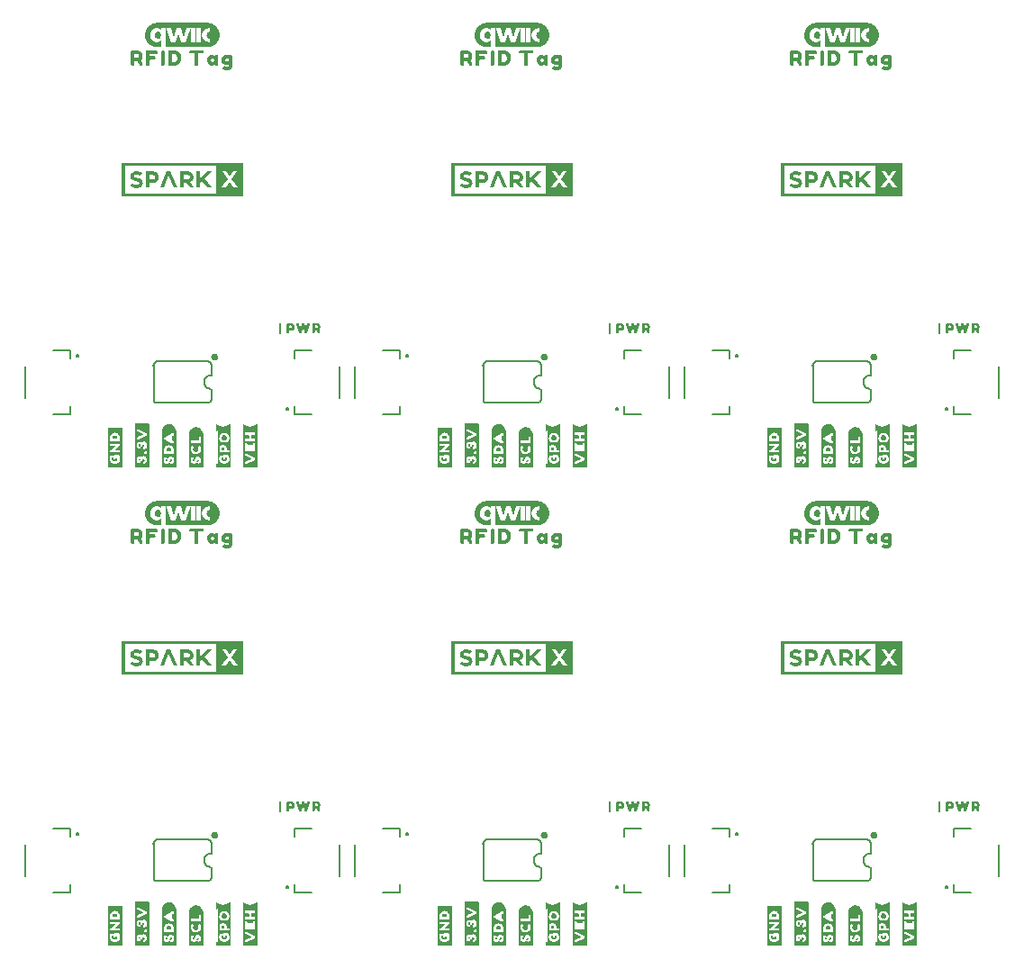
<source format=gto>
G04 EAGLE Gerber RS-274X export*
G75*
%MOMM*%
%FSLAX34Y34*%
%LPD*%
%INSilkscreen Top*%
%IPPOS*%
%AMOC8*
5,1,8,0,0,1.08239X$1,22.5*%
G01*
%ADD10C,0.203200*%
%ADD11C,0.012700*%

G36*
X209563Y307967D02*
X209563Y307967D01*
X209556Y307961D01*
X209550Y307968D01*
X95250Y307968D01*
X95203Y307932D01*
X95208Y307925D01*
X95201Y307919D01*
X95201Y276281D01*
X95237Y276233D01*
X95244Y276239D01*
X95250Y276232D01*
X209550Y276232D01*
X209597Y276268D01*
X209592Y276275D01*
X209599Y276281D01*
X209599Y307919D01*
X209563Y307967D01*
G37*
G36*
X209597Y725848D02*
X209597Y725848D01*
X209592Y725855D01*
X209599Y725861D01*
X209599Y757499D01*
X209563Y757547D01*
X209556Y757541D01*
X209550Y757548D01*
X95250Y757548D01*
X95203Y757512D01*
X95208Y757505D01*
X95201Y757499D01*
X95201Y725861D01*
X95237Y725813D01*
X95244Y725819D01*
X95250Y725812D01*
X209550Y725812D01*
X209597Y725848D01*
G37*
G36*
X519477Y725848D02*
X519477Y725848D01*
X519472Y725855D01*
X519479Y725861D01*
X519479Y757499D01*
X519443Y757547D01*
X519436Y757541D01*
X519430Y757548D01*
X405130Y757548D01*
X405083Y757512D01*
X405088Y757505D01*
X405081Y757499D01*
X405081Y725861D01*
X405117Y725813D01*
X405124Y725819D01*
X405130Y725812D01*
X519430Y725812D01*
X519477Y725848D01*
G37*
G36*
X829357Y725848D02*
X829357Y725848D01*
X829352Y725855D01*
X829359Y725861D01*
X829359Y757499D01*
X829323Y757547D01*
X829316Y757541D01*
X829310Y757548D01*
X715010Y757548D01*
X714963Y757512D01*
X714968Y757505D01*
X714961Y757499D01*
X714961Y725861D01*
X714997Y725813D01*
X715004Y725819D01*
X715010Y725812D01*
X829310Y725812D01*
X829357Y725848D01*
G37*
G36*
X829357Y276268D02*
X829357Y276268D01*
X829352Y276275D01*
X829359Y276281D01*
X829359Y307919D01*
X829323Y307967D01*
X829316Y307961D01*
X829310Y307968D01*
X715010Y307968D01*
X714963Y307932D01*
X714968Y307925D01*
X714961Y307919D01*
X714961Y276281D01*
X714997Y276233D01*
X715004Y276239D01*
X715010Y276232D01*
X829310Y276232D01*
X829357Y276268D01*
G37*
G36*
X519477Y276268D02*
X519477Y276268D01*
X519472Y276275D01*
X519479Y276281D01*
X519479Y307919D01*
X519443Y307967D01*
X519436Y307961D01*
X519430Y307968D01*
X405130Y307968D01*
X405083Y307932D01*
X405088Y307925D01*
X405081Y307919D01*
X405081Y276281D01*
X405117Y276233D01*
X405124Y276239D01*
X405130Y276232D01*
X519430Y276232D01*
X519477Y276268D01*
G37*
%LPC*%
G36*
X98237Y279268D02*
X98237Y279268D01*
X98237Y304932D01*
X183966Y304932D01*
X183966Y279268D01*
X98237Y279268D01*
G37*
%LPD*%
%LPC*%
G36*
X717997Y728848D02*
X717997Y728848D01*
X717997Y754512D01*
X803726Y754512D01*
X803726Y728848D01*
X717997Y728848D01*
G37*
%LPD*%
%LPC*%
G36*
X98237Y728848D02*
X98237Y728848D01*
X98237Y754512D01*
X183966Y754512D01*
X183966Y728848D01*
X98237Y728848D01*
G37*
%LPD*%
%LPC*%
G36*
X408117Y279268D02*
X408117Y279268D01*
X408117Y304932D01*
X493846Y304932D01*
X493846Y279268D01*
X408117Y279268D01*
G37*
%LPD*%
%LPC*%
G36*
X717997Y279268D02*
X717997Y279268D01*
X717997Y304932D01*
X803726Y304932D01*
X803726Y279268D01*
X717997Y279268D01*
G37*
%LPD*%
%LPC*%
G36*
X408117Y728848D02*
X408117Y728848D01*
X408117Y754512D01*
X493846Y754512D01*
X493846Y728848D01*
X408117Y728848D01*
G37*
%LPD*%
G36*
X789905Y416617D02*
X789905Y416617D01*
X795480Y416617D01*
X795489Y416623D01*
X795500Y416620D01*
X795504Y416613D01*
X795516Y416614D01*
X795537Y416608D01*
X796257Y416688D01*
X796258Y416688D01*
X798068Y416928D01*
X798072Y416931D01*
X798079Y416930D01*
X800079Y417550D01*
X800082Y417554D01*
X800090Y417555D01*
X801950Y418555D01*
X801952Y418559D01*
X801960Y418561D01*
X803590Y419891D01*
X803591Y419896D01*
X803598Y419900D01*
X804678Y421190D01*
X804679Y421199D01*
X804687Y421204D01*
X804687Y421206D01*
X804692Y421206D01*
X804699Y421216D01*
X804700Y421216D01*
X804712Y421216D01*
X804718Y421225D01*
X804727Y421229D01*
X804987Y421529D01*
X804988Y421535D01*
X804995Y421539D01*
X806025Y423389D01*
X806025Y423393D01*
X806028Y423396D01*
X806218Y423856D01*
X806217Y423859D01*
X806220Y423862D01*
X806820Y425902D01*
X806819Y425907D01*
X806822Y425914D01*
X807032Y428054D01*
X807030Y428059D01*
X807032Y428066D01*
X806822Y430126D01*
X806820Y430129D01*
X806821Y430135D01*
X806601Y431045D01*
X806598Y431048D01*
X806599Y431052D01*
X806574Y431070D01*
X806568Y431076D01*
X806570Y431089D01*
X806200Y432289D01*
X806197Y432291D01*
X806197Y432296D01*
X805957Y432816D01*
X805955Y432817D01*
X805955Y432820D01*
X805265Y434100D01*
X805263Y434101D01*
X805262Y434105D01*
X804912Y434635D01*
X804908Y434637D01*
X804907Y434641D01*
X804906Y434642D01*
X804898Y434670D01*
X804848Y434730D01*
X804743Y434855D01*
X804585Y435043D01*
X804480Y435169D01*
X804375Y435294D01*
X804269Y435420D01*
X804217Y435483D01*
X804111Y435608D01*
X804006Y435734D01*
X803901Y435859D01*
X803743Y436047D01*
X803648Y436160D01*
X803643Y436162D01*
X803639Y436169D01*
X802019Y437479D01*
X802014Y437479D01*
X802010Y437485D01*
X800110Y438525D01*
X800105Y438525D01*
X800099Y438530D01*
X798119Y439160D01*
X798114Y439158D01*
X798108Y439162D01*
X796638Y439342D01*
X796614Y439331D01*
X796601Y439329D01*
X796595Y439333D01*
X796355Y439353D01*
X796105Y439373D01*
X795845Y439393D01*
X795843Y439391D01*
X795840Y439393D01*
X789800Y439393D01*
X789792Y439387D01*
X789780Y439393D01*
X770530Y439413D01*
X770518Y439405D01*
X770516Y439407D01*
X770506Y439406D01*
X770490Y439413D01*
X752272Y439413D01*
X751903Y439433D01*
X751902Y439432D01*
X751900Y439433D01*
X751890Y439433D01*
X751889Y439432D01*
X751886Y439437D01*
X751876Y439436D01*
X751860Y439443D01*
X748720Y439423D01*
X748210Y439423D01*
X748208Y439421D01*
X748204Y439423D01*
X747314Y439343D01*
X747314Y439342D01*
X747313Y439342D01*
X746403Y439242D01*
X746401Y439241D01*
X746399Y439242D01*
X745809Y439132D01*
X745806Y439129D01*
X745801Y439130D01*
X745262Y438960D01*
X744872Y438840D01*
X744871Y438840D01*
X744251Y438640D01*
X744061Y438580D01*
X744060Y438578D01*
X744057Y438578D01*
X743807Y438478D01*
X743805Y438476D01*
X743800Y438475D01*
X743410Y438265D01*
X742930Y438005D01*
X742480Y437765D01*
X742479Y437765D01*
X742049Y437525D01*
X742047Y437521D01*
X742042Y437520D01*
X741652Y437220D01*
X741651Y437219D01*
X741650Y437218D01*
X741360Y436979D01*
X741080Y436749D01*
X741080Y436748D01*
X740781Y436509D01*
X740471Y436259D01*
X740469Y436255D01*
X740465Y436253D01*
X740245Y436023D01*
X740244Y436022D01*
X740242Y436021D01*
X739812Y435521D01*
X739812Y435520D01*
X739542Y435200D01*
X739541Y435199D01*
X739222Y434800D01*
X739062Y434610D01*
X739062Y434607D01*
X739058Y434604D01*
X738848Y434284D01*
X738848Y434283D01*
X738846Y434282D01*
X738586Y433842D01*
X738586Y433841D01*
X738585Y433840D01*
X738375Y433450D01*
X738105Y432950D01*
X738105Y432948D01*
X738103Y432947D01*
X737853Y432427D01*
X737854Y432424D01*
X737851Y432421D01*
X737671Y431911D01*
X737671Y431910D01*
X737670Y431909D01*
X737500Y431360D01*
X737390Y431030D01*
X737391Y431029D01*
X737390Y431028D01*
X737320Y430788D01*
X737320Y430787D01*
X737319Y430786D01*
X737260Y430558D01*
X737171Y430301D01*
X737172Y430294D01*
X737168Y430286D01*
X737151Y430111D01*
X737143Y430107D01*
X737144Y430098D01*
X737138Y430086D01*
X737078Y429416D01*
X737048Y429086D01*
X737008Y428696D01*
X736968Y428347D01*
X736969Y428345D01*
X736967Y428342D01*
X736957Y428042D01*
X736959Y428039D01*
X736958Y428034D01*
X736977Y427835D01*
X736997Y427536D01*
X736998Y427535D01*
X736998Y427534D01*
X737028Y427244D01*
X737048Y427015D01*
X737048Y427013D01*
X737048Y427012D01*
X737068Y426864D01*
X737137Y425955D01*
X737150Y425939D01*
X737151Y425928D01*
X737149Y425915D01*
X737309Y425275D01*
X737311Y425273D01*
X737310Y425271D01*
X737460Y424801D01*
X737640Y424183D01*
X737642Y424181D01*
X737642Y424177D01*
X737802Y423767D01*
X737942Y423417D01*
X737945Y423414D01*
X737945Y423409D01*
X738965Y421599D01*
X738970Y421597D01*
X738972Y421590D01*
X740342Y419940D01*
X740347Y419938D01*
X740350Y419932D01*
X741980Y418582D01*
X741986Y418581D01*
X741991Y418575D01*
X743871Y417575D01*
X743876Y417575D01*
X743881Y417570D01*
X745871Y416930D01*
X745876Y416932D01*
X745882Y416928D01*
X748022Y416648D01*
X748025Y416649D01*
X748030Y416647D01*
X751840Y416647D01*
X751859Y416659D01*
X751881Y416663D01*
X751888Y416678D01*
X751897Y416684D01*
X751896Y416694D01*
X751903Y416710D01*
X751903Y423030D01*
X751896Y423041D01*
X751898Y423053D01*
X751879Y423067D01*
X751866Y423087D01*
X751854Y423085D01*
X751843Y423093D01*
X751807Y423079D01*
X751799Y423077D01*
X751798Y423075D01*
X751795Y423074D01*
X751435Y422704D01*
X751146Y422405D01*
X750862Y422150D01*
X750566Y421952D01*
X750202Y421726D01*
X749770Y421560D01*
X749124Y421381D01*
X748839Y421312D01*
X748486Y421273D01*
X748072Y421273D01*
X747693Y421293D01*
X747286Y421313D01*
X746889Y421372D01*
X746554Y421431D01*
X746268Y421510D01*
X745901Y421629D01*
X745584Y421748D01*
X745198Y421916D01*
X744674Y422213D01*
X744291Y422498D01*
X743498Y423261D01*
X742755Y424350D01*
X742340Y425330D01*
X742251Y425684D01*
X742191Y425954D01*
X742180Y425965D01*
X742180Y425969D01*
X742181Y425976D01*
X742101Y426283D01*
X742062Y426509D01*
X742032Y426757D01*
X741973Y427335D01*
X741953Y427654D01*
X741952Y427654D01*
X741953Y427654D01*
X741933Y427931D01*
X741943Y428137D01*
X741983Y428725D01*
X742032Y429263D01*
X742072Y429578D01*
X742181Y429994D01*
X742177Y430005D01*
X742177Y430009D01*
X742181Y430014D01*
X742270Y430363D01*
X742369Y430669D01*
X742558Y431155D01*
X742795Y431660D01*
X743152Y432224D01*
X743537Y432738D01*
X743963Y433134D01*
X744278Y433420D01*
X744743Y433716D01*
X745267Y434013D01*
X745840Y434240D01*
X746394Y434389D01*
X746809Y434468D01*
X747424Y434527D01*
X747999Y434537D01*
X748615Y434507D01*
X748909Y434468D01*
X749354Y434369D01*
X749788Y434231D01*
X750043Y434123D01*
X750420Y433925D01*
X750706Y433757D01*
X751031Y433531D01*
X751296Y433285D01*
X751506Y433076D01*
X751507Y433075D01*
X751507Y433074D01*
X751787Y432814D01*
X751798Y432812D01*
X751804Y432803D01*
X751829Y432807D01*
X751854Y432802D01*
X751860Y432811D01*
X751871Y432813D01*
X751891Y432855D01*
X751893Y432858D01*
X751892Y432859D01*
X751893Y432860D01*
X751900Y434437D01*
X756097Y434437D01*
X756097Y433440D01*
X756107Y416730D01*
X756119Y416711D01*
X756123Y416689D01*
X756138Y416682D01*
X756144Y416673D01*
X756154Y416674D01*
X756170Y416667D01*
X763320Y416667D01*
X763327Y416672D01*
X763349Y416662D01*
X763356Y416657D01*
X763357Y416658D01*
X763360Y416657D01*
X764320Y416657D01*
X764324Y416660D01*
X764330Y416657D01*
X772290Y416657D01*
X772310Y416670D01*
X772312Y416668D01*
X772315Y416669D01*
X772320Y416667D01*
X780300Y416667D01*
X784130Y416637D01*
X789890Y416607D01*
X789905Y416617D01*
G37*
G36*
X480025Y416617D02*
X480025Y416617D01*
X485600Y416617D01*
X485609Y416623D01*
X485620Y416620D01*
X485624Y416613D01*
X485636Y416614D01*
X485657Y416608D01*
X486377Y416688D01*
X486378Y416688D01*
X488188Y416928D01*
X488192Y416931D01*
X488199Y416930D01*
X490199Y417550D01*
X490202Y417554D01*
X490210Y417555D01*
X492070Y418555D01*
X492072Y418559D01*
X492080Y418561D01*
X493710Y419891D01*
X493711Y419896D01*
X493718Y419900D01*
X494798Y421190D01*
X494799Y421199D01*
X494807Y421204D01*
X494807Y421206D01*
X494812Y421206D01*
X494819Y421216D01*
X494820Y421216D01*
X494832Y421216D01*
X494838Y421225D01*
X494847Y421229D01*
X495107Y421529D01*
X495108Y421535D01*
X495115Y421539D01*
X496145Y423389D01*
X496145Y423393D01*
X496148Y423396D01*
X496338Y423856D01*
X496337Y423859D01*
X496340Y423862D01*
X496940Y425902D01*
X496939Y425907D01*
X496942Y425914D01*
X497152Y428054D01*
X497150Y428059D01*
X497152Y428066D01*
X496942Y430126D01*
X496940Y430129D01*
X496941Y430135D01*
X496721Y431045D01*
X496718Y431048D01*
X496719Y431052D01*
X496694Y431070D01*
X496688Y431076D01*
X496690Y431089D01*
X496320Y432289D01*
X496317Y432291D01*
X496317Y432296D01*
X496077Y432816D01*
X496075Y432817D01*
X496075Y432820D01*
X495385Y434100D01*
X495383Y434101D01*
X495382Y434105D01*
X495032Y434635D01*
X495028Y434637D01*
X495027Y434641D01*
X495026Y434642D01*
X495018Y434670D01*
X494968Y434730D01*
X494863Y434855D01*
X494705Y435043D01*
X494600Y435169D01*
X494495Y435294D01*
X494389Y435420D01*
X494337Y435483D01*
X494231Y435608D01*
X494126Y435734D01*
X494021Y435859D01*
X493863Y436047D01*
X493768Y436160D01*
X493763Y436162D01*
X493759Y436169D01*
X492139Y437479D01*
X492134Y437479D01*
X492130Y437485D01*
X490230Y438525D01*
X490225Y438525D01*
X490219Y438530D01*
X488239Y439160D01*
X488234Y439158D01*
X488228Y439162D01*
X486758Y439342D01*
X486734Y439331D01*
X486721Y439329D01*
X486715Y439333D01*
X486475Y439353D01*
X486225Y439373D01*
X485965Y439393D01*
X485963Y439391D01*
X485960Y439393D01*
X479920Y439393D01*
X479912Y439387D01*
X479900Y439393D01*
X460650Y439413D01*
X460638Y439405D01*
X460636Y439407D01*
X460626Y439406D01*
X460610Y439413D01*
X442392Y439413D01*
X442023Y439433D01*
X442022Y439432D01*
X442020Y439433D01*
X442010Y439433D01*
X442009Y439432D01*
X442006Y439437D01*
X441996Y439436D01*
X441980Y439443D01*
X438840Y439423D01*
X438330Y439423D01*
X438328Y439421D01*
X438324Y439423D01*
X437434Y439343D01*
X437434Y439342D01*
X437433Y439342D01*
X436523Y439242D01*
X436521Y439241D01*
X436519Y439242D01*
X435929Y439132D01*
X435926Y439129D01*
X435921Y439130D01*
X435382Y438960D01*
X434992Y438840D01*
X434991Y438840D01*
X434371Y438640D01*
X434181Y438580D01*
X434180Y438578D01*
X434177Y438578D01*
X433927Y438478D01*
X433925Y438476D01*
X433920Y438475D01*
X433530Y438265D01*
X433050Y438005D01*
X432600Y437765D01*
X432599Y437765D01*
X432169Y437525D01*
X432167Y437521D01*
X432162Y437520D01*
X431772Y437220D01*
X431771Y437219D01*
X431770Y437218D01*
X431480Y436979D01*
X431200Y436749D01*
X431200Y436748D01*
X430901Y436509D01*
X430591Y436259D01*
X430589Y436255D01*
X430585Y436253D01*
X430365Y436023D01*
X430364Y436022D01*
X430362Y436021D01*
X429932Y435521D01*
X429932Y435520D01*
X429662Y435200D01*
X429661Y435199D01*
X429342Y434800D01*
X429182Y434610D01*
X429182Y434607D01*
X429178Y434604D01*
X428968Y434284D01*
X428968Y434283D01*
X428966Y434282D01*
X428706Y433842D01*
X428706Y433841D01*
X428705Y433840D01*
X428495Y433450D01*
X428225Y432950D01*
X428225Y432948D01*
X428223Y432947D01*
X427973Y432427D01*
X427974Y432424D01*
X427971Y432421D01*
X427791Y431911D01*
X427791Y431910D01*
X427790Y431909D01*
X427620Y431360D01*
X427510Y431030D01*
X427511Y431029D01*
X427510Y431028D01*
X427440Y430788D01*
X427440Y430787D01*
X427439Y430786D01*
X427380Y430558D01*
X427291Y430301D01*
X427292Y430294D01*
X427288Y430286D01*
X427271Y430111D01*
X427263Y430107D01*
X427264Y430098D01*
X427258Y430086D01*
X427198Y429416D01*
X427168Y429086D01*
X427128Y428696D01*
X427088Y428347D01*
X427089Y428345D01*
X427087Y428342D01*
X427077Y428042D01*
X427079Y428039D01*
X427078Y428034D01*
X427097Y427835D01*
X427117Y427536D01*
X427118Y427535D01*
X427118Y427534D01*
X427148Y427244D01*
X427168Y427015D01*
X427168Y427013D01*
X427168Y427012D01*
X427188Y426864D01*
X427257Y425955D01*
X427270Y425939D01*
X427271Y425928D01*
X427269Y425915D01*
X427429Y425275D01*
X427431Y425273D01*
X427430Y425271D01*
X427580Y424801D01*
X427760Y424183D01*
X427762Y424181D01*
X427762Y424177D01*
X427922Y423767D01*
X428062Y423417D01*
X428065Y423414D01*
X428065Y423409D01*
X429085Y421599D01*
X429090Y421597D01*
X429092Y421590D01*
X430462Y419940D01*
X430467Y419938D01*
X430470Y419932D01*
X432100Y418582D01*
X432106Y418581D01*
X432111Y418575D01*
X433991Y417575D01*
X433996Y417575D01*
X434001Y417570D01*
X435991Y416930D01*
X435996Y416932D01*
X436002Y416928D01*
X438142Y416648D01*
X438145Y416649D01*
X438150Y416647D01*
X441960Y416647D01*
X441979Y416659D01*
X442001Y416663D01*
X442008Y416678D01*
X442017Y416684D01*
X442016Y416694D01*
X442023Y416710D01*
X442023Y423030D01*
X442016Y423041D01*
X442018Y423053D01*
X441999Y423067D01*
X441986Y423087D01*
X441974Y423085D01*
X441963Y423093D01*
X441927Y423079D01*
X441919Y423077D01*
X441918Y423075D01*
X441915Y423074D01*
X441555Y422704D01*
X441266Y422405D01*
X440982Y422150D01*
X440686Y421952D01*
X440322Y421726D01*
X439890Y421560D01*
X439244Y421381D01*
X438959Y421312D01*
X438606Y421273D01*
X438192Y421273D01*
X437813Y421293D01*
X437406Y421313D01*
X437009Y421372D01*
X436674Y421431D01*
X436388Y421510D01*
X436021Y421629D01*
X435704Y421748D01*
X435318Y421916D01*
X434794Y422213D01*
X434411Y422498D01*
X433618Y423261D01*
X432875Y424350D01*
X432460Y425330D01*
X432371Y425684D01*
X432311Y425954D01*
X432300Y425965D01*
X432300Y425969D01*
X432301Y425976D01*
X432221Y426283D01*
X432182Y426509D01*
X432152Y426757D01*
X432093Y427335D01*
X432073Y427654D01*
X432072Y427654D01*
X432073Y427654D01*
X432053Y427931D01*
X432063Y428137D01*
X432103Y428725D01*
X432152Y429263D01*
X432192Y429578D01*
X432301Y429994D01*
X432297Y430005D01*
X432297Y430009D01*
X432301Y430014D01*
X432390Y430363D01*
X432489Y430669D01*
X432678Y431155D01*
X432915Y431660D01*
X433272Y432224D01*
X433657Y432738D01*
X434083Y433134D01*
X434398Y433420D01*
X434863Y433716D01*
X435387Y434013D01*
X435960Y434240D01*
X436514Y434389D01*
X436929Y434468D01*
X437544Y434527D01*
X438119Y434537D01*
X438735Y434507D01*
X439029Y434468D01*
X439474Y434369D01*
X439908Y434231D01*
X440163Y434123D01*
X440540Y433925D01*
X440826Y433757D01*
X441151Y433531D01*
X441416Y433285D01*
X441626Y433076D01*
X441627Y433075D01*
X441627Y433074D01*
X441907Y432814D01*
X441918Y432812D01*
X441924Y432803D01*
X441949Y432807D01*
X441974Y432802D01*
X441980Y432811D01*
X441991Y432813D01*
X442011Y432855D01*
X442013Y432858D01*
X442012Y432859D01*
X442013Y432860D01*
X442020Y434437D01*
X446217Y434437D01*
X446217Y433440D01*
X446227Y416730D01*
X446239Y416711D01*
X446243Y416689D01*
X446258Y416682D01*
X446264Y416673D01*
X446274Y416674D01*
X446290Y416667D01*
X453440Y416667D01*
X453447Y416672D01*
X453469Y416662D01*
X453476Y416657D01*
X453477Y416658D01*
X453480Y416657D01*
X454440Y416657D01*
X454444Y416660D01*
X454450Y416657D01*
X462410Y416657D01*
X462430Y416670D01*
X462432Y416668D01*
X462435Y416669D01*
X462440Y416667D01*
X470420Y416667D01*
X474250Y416637D01*
X480010Y416607D01*
X480025Y416617D01*
G37*
G36*
X480025Y866197D02*
X480025Y866197D01*
X485600Y866197D01*
X485609Y866203D01*
X485620Y866200D01*
X485624Y866193D01*
X485636Y866194D01*
X485657Y866188D01*
X486377Y866268D01*
X486378Y866268D01*
X488188Y866508D01*
X488192Y866511D01*
X488199Y866510D01*
X490199Y867130D01*
X490202Y867134D01*
X490210Y867135D01*
X492070Y868135D01*
X492072Y868139D01*
X492080Y868141D01*
X493710Y869471D01*
X493711Y869476D01*
X493718Y869480D01*
X494798Y870770D01*
X494799Y870779D01*
X494807Y870784D01*
X494807Y870786D01*
X494812Y870786D01*
X494819Y870796D01*
X494820Y870796D01*
X494832Y870796D01*
X494838Y870805D01*
X494847Y870809D01*
X495107Y871109D01*
X495108Y871115D01*
X495115Y871119D01*
X496145Y872969D01*
X496145Y872973D01*
X496148Y872976D01*
X496338Y873436D01*
X496337Y873439D01*
X496340Y873442D01*
X496940Y875482D01*
X496939Y875487D01*
X496942Y875494D01*
X497152Y877634D01*
X497150Y877639D01*
X497152Y877646D01*
X496942Y879706D01*
X496940Y879709D01*
X496941Y879715D01*
X496721Y880625D01*
X496718Y880628D01*
X496719Y880632D01*
X496694Y880650D01*
X496688Y880656D01*
X496690Y880669D01*
X496320Y881869D01*
X496317Y881871D01*
X496317Y881876D01*
X496077Y882396D01*
X496075Y882397D01*
X496075Y882400D01*
X495385Y883680D01*
X495383Y883681D01*
X495382Y883685D01*
X495032Y884215D01*
X495028Y884217D01*
X495027Y884221D01*
X495026Y884222D01*
X495018Y884250D01*
X494968Y884310D01*
X494863Y884435D01*
X494705Y884623D01*
X494600Y884749D01*
X494495Y884874D01*
X494389Y885000D01*
X494337Y885063D01*
X494231Y885188D01*
X494126Y885314D01*
X494021Y885439D01*
X493863Y885627D01*
X493768Y885740D01*
X493763Y885742D01*
X493759Y885749D01*
X492139Y887059D01*
X492134Y887059D01*
X492130Y887065D01*
X490230Y888105D01*
X490225Y888105D01*
X490219Y888110D01*
X488239Y888740D01*
X488234Y888738D01*
X488228Y888742D01*
X486758Y888922D01*
X486734Y888911D01*
X486721Y888909D01*
X486715Y888913D01*
X486475Y888933D01*
X486225Y888953D01*
X485965Y888973D01*
X485963Y888971D01*
X485960Y888973D01*
X479920Y888973D01*
X479912Y888967D01*
X479900Y888973D01*
X460650Y888993D01*
X460638Y888985D01*
X460636Y888987D01*
X460626Y888986D01*
X460610Y888993D01*
X442392Y888993D01*
X442023Y889013D01*
X442022Y889012D01*
X442020Y889013D01*
X442010Y889013D01*
X442009Y889012D01*
X442006Y889017D01*
X441996Y889016D01*
X441980Y889023D01*
X438840Y889003D01*
X438330Y889003D01*
X438328Y889001D01*
X438324Y889003D01*
X437434Y888923D01*
X437434Y888922D01*
X437433Y888922D01*
X436523Y888822D01*
X436521Y888821D01*
X436519Y888822D01*
X435929Y888712D01*
X435926Y888709D01*
X435921Y888710D01*
X435382Y888540D01*
X434992Y888420D01*
X434991Y888420D01*
X434371Y888220D01*
X434181Y888160D01*
X434180Y888158D01*
X434177Y888158D01*
X433927Y888058D01*
X433925Y888056D01*
X433920Y888055D01*
X433530Y887845D01*
X433050Y887585D01*
X432600Y887345D01*
X432599Y887345D01*
X432169Y887105D01*
X432167Y887101D01*
X432162Y887100D01*
X431772Y886800D01*
X431771Y886799D01*
X431770Y886798D01*
X431480Y886559D01*
X431200Y886329D01*
X431200Y886328D01*
X430901Y886089D01*
X430591Y885839D01*
X430589Y885835D01*
X430585Y885833D01*
X430365Y885603D01*
X430364Y885602D01*
X430362Y885601D01*
X429932Y885101D01*
X429932Y885100D01*
X429662Y884780D01*
X429661Y884779D01*
X429342Y884380D01*
X429182Y884190D01*
X429182Y884187D01*
X429178Y884184D01*
X428968Y883864D01*
X428968Y883863D01*
X428966Y883862D01*
X428706Y883422D01*
X428706Y883421D01*
X428705Y883420D01*
X428495Y883030D01*
X428225Y882530D01*
X428225Y882528D01*
X428223Y882527D01*
X427973Y882007D01*
X427974Y882004D01*
X427971Y882001D01*
X427791Y881491D01*
X427791Y881490D01*
X427790Y881489D01*
X427620Y880940D01*
X427510Y880610D01*
X427511Y880609D01*
X427510Y880608D01*
X427440Y880368D01*
X427440Y880367D01*
X427439Y880366D01*
X427380Y880138D01*
X427291Y879881D01*
X427292Y879874D01*
X427288Y879866D01*
X427271Y879691D01*
X427263Y879687D01*
X427264Y879678D01*
X427258Y879666D01*
X427198Y878996D01*
X427168Y878666D01*
X427128Y878276D01*
X427088Y877927D01*
X427089Y877925D01*
X427087Y877922D01*
X427077Y877622D01*
X427079Y877619D01*
X427078Y877614D01*
X427097Y877415D01*
X427117Y877116D01*
X427118Y877115D01*
X427118Y877114D01*
X427148Y876824D01*
X427168Y876595D01*
X427168Y876593D01*
X427168Y876592D01*
X427188Y876444D01*
X427257Y875535D01*
X427270Y875519D01*
X427271Y875508D01*
X427269Y875495D01*
X427429Y874855D01*
X427431Y874853D01*
X427430Y874851D01*
X427580Y874381D01*
X427760Y873763D01*
X427762Y873761D01*
X427762Y873757D01*
X427922Y873347D01*
X428062Y872997D01*
X428065Y872994D01*
X428065Y872989D01*
X429085Y871179D01*
X429090Y871177D01*
X429092Y871170D01*
X430462Y869520D01*
X430467Y869518D01*
X430470Y869512D01*
X432100Y868162D01*
X432106Y868161D01*
X432111Y868155D01*
X433991Y867155D01*
X433996Y867155D01*
X434001Y867150D01*
X435991Y866510D01*
X435996Y866512D01*
X436002Y866508D01*
X438142Y866228D01*
X438145Y866229D01*
X438150Y866227D01*
X441960Y866227D01*
X441979Y866239D01*
X442001Y866243D01*
X442008Y866258D01*
X442017Y866264D01*
X442016Y866274D01*
X442023Y866290D01*
X442023Y872610D01*
X442016Y872621D01*
X442018Y872633D01*
X441999Y872647D01*
X441986Y872667D01*
X441974Y872665D01*
X441963Y872673D01*
X441927Y872659D01*
X441919Y872657D01*
X441918Y872655D01*
X441915Y872654D01*
X441555Y872284D01*
X441266Y871985D01*
X440982Y871730D01*
X440686Y871532D01*
X440322Y871306D01*
X439890Y871140D01*
X439244Y870961D01*
X438959Y870892D01*
X438606Y870853D01*
X438192Y870853D01*
X437813Y870873D01*
X437406Y870893D01*
X437009Y870952D01*
X436674Y871011D01*
X436388Y871090D01*
X436021Y871209D01*
X435704Y871328D01*
X435318Y871496D01*
X434794Y871793D01*
X434411Y872078D01*
X433618Y872841D01*
X432875Y873930D01*
X432460Y874910D01*
X432371Y875264D01*
X432311Y875534D01*
X432300Y875545D01*
X432300Y875549D01*
X432301Y875556D01*
X432221Y875863D01*
X432182Y876089D01*
X432152Y876337D01*
X432093Y876915D01*
X432073Y877234D01*
X432072Y877234D01*
X432073Y877234D01*
X432053Y877511D01*
X432063Y877717D01*
X432103Y878305D01*
X432152Y878843D01*
X432192Y879158D01*
X432301Y879574D01*
X432297Y879585D01*
X432297Y879589D01*
X432301Y879594D01*
X432390Y879943D01*
X432489Y880249D01*
X432678Y880735D01*
X432915Y881240D01*
X433272Y881804D01*
X433657Y882318D01*
X434083Y882714D01*
X434398Y883000D01*
X434863Y883296D01*
X435387Y883593D01*
X435960Y883820D01*
X436514Y883969D01*
X436929Y884048D01*
X437544Y884107D01*
X438119Y884117D01*
X438735Y884087D01*
X439029Y884048D01*
X439474Y883949D01*
X439908Y883811D01*
X440163Y883703D01*
X440540Y883505D01*
X440826Y883337D01*
X441151Y883111D01*
X441416Y882865D01*
X441626Y882656D01*
X441627Y882655D01*
X441627Y882654D01*
X441907Y882394D01*
X441918Y882392D01*
X441924Y882383D01*
X441949Y882387D01*
X441974Y882382D01*
X441980Y882391D01*
X441991Y882393D01*
X442011Y882435D01*
X442013Y882438D01*
X442012Y882439D01*
X442013Y882440D01*
X442020Y884017D01*
X446217Y884017D01*
X446217Y883020D01*
X446227Y866310D01*
X446239Y866291D01*
X446243Y866269D01*
X446258Y866262D01*
X446264Y866253D01*
X446274Y866254D01*
X446290Y866247D01*
X453440Y866247D01*
X453447Y866252D01*
X453469Y866242D01*
X453476Y866237D01*
X453477Y866238D01*
X453480Y866237D01*
X454440Y866237D01*
X454444Y866240D01*
X454450Y866237D01*
X462410Y866237D01*
X462430Y866250D01*
X462432Y866248D01*
X462435Y866249D01*
X462440Y866247D01*
X470420Y866247D01*
X474250Y866217D01*
X480010Y866187D01*
X480025Y866197D01*
G37*
G36*
X170145Y866197D02*
X170145Y866197D01*
X175720Y866197D01*
X175729Y866203D01*
X175740Y866200D01*
X175744Y866193D01*
X175756Y866194D01*
X175777Y866188D01*
X176497Y866268D01*
X176498Y866268D01*
X178308Y866508D01*
X178312Y866511D01*
X178319Y866510D01*
X180319Y867130D01*
X180322Y867134D01*
X180330Y867135D01*
X182190Y868135D01*
X182192Y868139D01*
X182200Y868141D01*
X183830Y869471D01*
X183831Y869476D01*
X183838Y869480D01*
X184918Y870770D01*
X184919Y870779D01*
X184927Y870784D01*
X184927Y870786D01*
X184932Y870786D01*
X184939Y870796D01*
X184940Y870796D01*
X184952Y870796D01*
X184958Y870805D01*
X184967Y870809D01*
X185227Y871109D01*
X185228Y871115D01*
X185235Y871119D01*
X186265Y872969D01*
X186265Y872973D01*
X186268Y872976D01*
X186458Y873436D01*
X186457Y873439D01*
X186460Y873442D01*
X187060Y875482D01*
X187059Y875487D01*
X187062Y875494D01*
X187272Y877634D01*
X187270Y877639D01*
X187272Y877646D01*
X187062Y879706D01*
X187060Y879709D01*
X187061Y879715D01*
X186841Y880625D01*
X186838Y880628D01*
X186839Y880632D01*
X186814Y880650D01*
X186808Y880656D01*
X186810Y880669D01*
X186440Y881869D01*
X186437Y881871D01*
X186437Y881876D01*
X186197Y882396D01*
X186195Y882397D01*
X186195Y882400D01*
X185505Y883680D01*
X185503Y883681D01*
X185502Y883685D01*
X185152Y884215D01*
X185148Y884217D01*
X185147Y884221D01*
X185146Y884222D01*
X185138Y884250D01*
X185088Y884310D01*
X184983Y884435D01*
X184825Y884623D01*
X184720Y884749D01*
X184615Y884874D01*
X184509Y885000D01*
X184457Y885063D01*
X184351Y885188D01*
X184246Y885314D01*
X184141Y885439D01*
X183983Y885627D01*
X183888Y885740D01*
X183883Y885742D01*
X183879Y885749D01*
X182259Y887059D01*
X182254Y887059D01*
X182250Y887065D01*
X180350Y888105D01*
X180345Y888105D01*
X180339Y888110D01*
X178359Y888740D01*
X178354Y888738D01*
X178348Y888742D01*
X176878Y888922D01*
X176854Y888911D01*
X176841Y888909D01*
X176835Y888913D01*
X176595Y888933D01*
X176345Y888953D01*
X176085Y888973D01*
X176083Y888971D01*
X176080Y888973D01*
X170040Y888973D01*
X170032Y888967D01*
X170020Y888973D01*
X150770Y888993D01*
X150758Y888985D01*
X150756Y888987D01*
X150746Y888986D01*
X150730Y888993D01*
X132512Y888993D01*
X132143Y889013D01*
X132142Y889012D01*
X132140Y889013D01*
X132130Y889013D01*
X132129Y889012D01*
X132126Y889017D01*
X132116Y889016D01*
X132100Y889023D01*
X128960Y889003D01*
X128450Y889003D01*
X128448Y889001D01*
X128444Y889003D01*
X127554Y888923D01*
X127554Y888922D01*
X127553Y888922D01*
X126643Y888822D01*
X126641Y888821D01*
X126639Y888822D01*
X126049Y888712D01*
X126046Y888709D01*
X126041Y888710D01*
X125502Y888540D01*
X125112Y888420D01*
X125111Y888420D01*
X124491Y888220D01*
X124301Y888160D01*
X124300Y888158D01*
X124297Y888158D01*
X124047Y888058D01*
X124045Y888056D01*
X124040Y888055D01*
X123650Y887845D01*
X123170Y887585D01*
X122720Y887345D01*
X122719Y887345D01*
X122289Y887105D01*
X122287Y887101D01*
X122282Y887100D01*
X121892Y886800D01*
X121891Y886799D01*
X121890Y886798D01*
X121600Y886559D01*
X121320Y886329D01*
X121320Y886328D01*
X121021Y886089D01*
X120711Y885839D01*
X120709Y885835D01*
X120705Y885833D01*
X120485Y885603D01*
X120484Y885602D01*
X120482Y885601D01*
X120052Y885101D01*
X120052Y885100D01*
X119782Y884780D01*
X119781Y884779D01*
X119462Y884380D01*
X119302Y884190D01*
X119302Y884187D01*
X119298Y884184D01*
X119088Y883864D01*
X119088Y883863D01*
X119086Y883862D01*
X118826Y883422D01*
X118826Y883421D01*
X118825Y883420D01*
X118615Y883030D01*
X118345Y882530D01*
X118345Y882528D01*
X118343Y882527D01*
X118093Y882007D01*
X118094Y882004D01*
X118091Y882001D01*
X117911Y881491D01*
X117911Y881490D01*
X117910Y881489D01*
X117740Y880940D01*
X117630Y880610D01*
X117631Y880609D01*
X117630Y880608D01*
X117560Y880368D01*
X117560Y880367D01*
X117559Y880366D01*
X117500Y880138D01*
X117411Y879881D01*
X117412Y879874D01*
X117408Y879866D01*
X117391Y879691D01*
X117383Y879687D01*
X117384Y879678D01*
X117378Y879666D01*
X117318Y878996D01*
X117288Y878666D01*
X117248Y878276D01*
X117208Y877927D01*
X117209Y877925D01*
X117207Y877922D01*
X117197Y877622D01*
X117199Y877619D01*
X117198Y877614D01*
X117217Y877415D01*
X117237Y877116D01*
X117238Y877115D01*
X117238Y877114D01*
X117268Y876824D01*
X117288Y876595D01*
X117288Y876593D01*
X117288Y876592D01*
X117308Y876444D01*
X117377Y875535D01*
X117390Y875519D01*
X117391Y875508D01*
X117389Y875495D01*
X117549Y874855D01*
X117551Y874853D01*
X117550Y874851D01*
X117700Y874381D01*
X117880Y873763D01*
X117882Y873761D01*
X117882Y873757D01*
X118042Y873347D01*
X118182Y872997D01*
X118185Y872994D01*
X118185Y872989D01*
X119205Y871179D01*
X119210Y871177D01*
X119212Y871170D01*
X120582Y869520D01*
X120587Y869518D01*
X120590Y869512D01*
X122220Y868162D01*
X122226Y868161D01*
X122231Y868155D01*
X124111Y867155D01*
X124116Y867155D01*
X124121Y867150D01*
X126111Y866510D01*
X126116Y866512D01*
X126122Y866508D01*
X128262Y866228D01*
X128265Y866229D01*
X128270Y866227D01*
X132080Y866227D01*
X132099Y866239D01*
X132121Y866243D01*
X132128Y866258D01*
X132137Y866264D01*
X132136Y866274D01*
X132143Y866290D01*
X132143Y872610D01*
X132136Y872621D01*
X132138Y872633D01*
X132119Y872647D01*
X132106Y872667D01*
X132094Y872665D01*
X132083Y872673D01*
X132047Y872659D01*
X132039Y872657D01*
X132038Y872655D01*
X132035Y872654D01*
X131675Y872284D01*
X131386Y871985D01*
X131102Y871730D01*
X130806Y871532D01*
X130442Y871306D01*
X130010Y871140D01*
X129364Y870961D01*
X129079Y870892D01*
X128726Y870853D01*
X128312Y870853D01*
X127933Y870873D01*
X127526Y870893D01*
X127129Y870952D01*
X126794Y871011D01*
X126508Y871090D01*
X126141Y871209D01*
X125824Y871328D01*
X125438Y871496D01*
X124914Y871793D01*
X124531Y872078D01*
X123738Y872841D01*
X122995Y873930D01*
X122580Y874910D01*
X122491Y875264D01*
X122431Y875534D01*
X122420Y875545D01*
X122420Y875549D01*
X122421Y875556D01*
X122341Y875863D01*
X122302Y876089D01*
X122272Y876337D01*
X122213Y876915D01*
X122193Y877234D01*
X122192Y877234D01*
X122193Y877234D01*
X122173Y877511D01*
X122183Y877717D01*
X122223Y878305D01*
X122272Y878843D01*
X122312Y879158D01*
X122421Y879574D01*
X122417Y879585D01*
X122417Y879589D01*
X122421Y879594D01*
X122510Y879943D01*
X122609Y880249D01*
X122798Y880735D01*
X123035Y881240D01*
X123392Y881804D01*
X123777Y882318D01*
X124203Y882714D01*
X124518Y883000D01*
X124983Y883296D01*
X125507Y883593D01*
X126080Y883820D01*
X126634Y883969D01*
X127049Y884048D01*
X127664Y884107D01*
X128239Y884117D01*
X128855Y884087D01*
X129149Y884048D01*
X129594Y883949D01*
X130028Y883811D01*
X130283Y883703D01*
X130660Y883505D01*
X130946Y883337D01*
X131271Y883111D01*
X131536Y882865D01*
X131746Y882656D01*
X131747Y882655D01*
X131747Y882654D01*
X132027Y882394D01*
X132038Y882392D01*
X132044Y882383D01*
X132069Y882387D01*
X132094Y882382D01*
X132100Y882391D01*
X132111Y882393D01*
X132131Y882435D01*
X132133Y882438D01*
X132132Y882439D01*
X132133Y882440D01*
X132140Y884017D01*
X136337Y884017D01*
X136337Y883020D01*
X136347Y866310D01*
X136359Y866291D01*
X136363Y866269D01*
X136378Y866262D01*
X136384Y866253D01*
X136394Y866254D01*
X136410Y866247D01*
X143560Y866247D01*
X143567Y866252D01*
X143589Y866242D01*
X143596Y866237D01*
X143597Y866238D01*
X143600Y866237D01*
X144560Y866237D01*
X144564Y866240D01*
X144570Y866237D01*
X152530Y866237D01*
X152550Y866250D01*
X152552Y866248D01*
X152555Y866249D01*
X152560Y866247D01*
X160540Y866247D01*
X164370Y866217D01*
X170130Y866187D01*
X170145Y866197D01*
G37*
G36*
X789905Y866197D02*
X789905Y866197D01*
X795480Y866197D01*
X795489Y866203D01*
X795500Y866200D01*
X795504Y866193D01*
X795516Y866194D01*
X795537Y866188D01*
X796257Y866268D01*
X796258Y866268D01*
X798068Y866508D01*
X798072Y866511D01*
X798079Y866510D01*
X800079Y867130D01*
X800082Y867134D01*
X800090Y867135D01*
X801950Y868135D01*
X801952Y868139D01*
X801960Y868141D01*
X803590Y869471D01*
X803591Y869476D01*
X803598Y869480D01*
X804678Y870770D01*
X804679Y870779D01*
X804687Y870784D01*
X804687Y870786D01*
X804692Y870786D01*
X804699Y870796D01*
X804700Y870796D01*
X804712Y870796D01*
X804718Y870805D01*
X804727Y870809D01*
X804987Y871109D01*
X804988Y871115D01*
X804995Y871119D01*
X806025Y872969D01*
X806025Y872973D01*
X806028Y872976D01*
X806218Y873436D01*
X806217Y873439D01*
X806220Y873442D01*
X806820Y875482D01*
X806819Y875487D01*
X806822Y875494D01*
X807032Y877634D01*
X807030Y877639D01*
X807032Y877646D01*
X806822Y879706D01*
X806820Y879709D01*
X806821Y879715D01*
X806601Y880625D01*
X806598Y880628D01*
X806599Y880632D01*
X806574Y880650D01*
X806568Y880656D01*
X806570Y880669D01*
X806200Y881869D01*
X806197Y881871D01*
X806197Y881876D01*
X805957Y882396D01*
X805955Y882397D01*
X805955Y882400D01*
X805265Y883680D01*
X805263Y883681D01*
X805262Y883685D01*
X804912Y884215D01*
X804908Y884217D01*
X804907Y884221D01*
X804906Y884222D01*
X804898Y884250D01*
X804848Y884310D01*
X804743Y884435D01*
X804585Y884623D01*
X804480Y884749D01*
X804375Y884874D01*
X804269Y885000D01*
X804217Y885063D01*
X804111Y885188D01*
X804006Y885314D01*
X803901Y885439D01*
X803743Y885627D01*
X803648Y885740D01*
X803643Y885742D01*
X803639Y885749D01*
X802019Y887059D01*
X802014Y887059D01*
X802010Y887065D01*
X800110Y888105D01*
X800105Y888105D01*
X800099Y888110D01*
X798119Y888740D01*
X798114Y888738D01*
X798108Y888742D01*
X796638Y888922D01*
X796614Y888911D01*
X796601Y888909D01*
X796595Y888913D01*
X796355Y888933D01*
X796105Y888953D01*
X795845Y888973D01*
X795843Y888971D01*
X795840Y888973D01*
X789800Y888973D01*
X789792Y888967D01*
X789780Y888973D01*
X770530Y888993D01*
X770518Y888985D01*
X770516Y888987D01*
X770506Y888986D01*
X770490Y888993D01*
X752272Y888993D01*
X751903Y889013D01*
X751902Y889012D01*
X751900Y889013D01*
X751890Y889013D01*
X751889Y889012D01*
X751886Y889017D01*
X751876Y889016D01*
X751860Y889023D01*
X748720Y889003D01*
X748210Y889003D01*
X748208Y889001D01*
X748204Y889003D01*
X747314Y888923D01*
X747314Y888922D01*
X747313Y888922D01*
X746403Y888822D01*
X746401Y888821D01*
X746399Y888822D01*
X745809Y888712D01*
X745806Y888709D01*
X745801Y888710D01*
X745262Y888540D01*
X744872Y888420D01*
X744871Y888420D01*
X744251Y888220D01*
X744061Y888160D01*
X744060Y888158D01*
X744057Y888158D01*
X743807Y888058D01*
X743805Y888056D01*
X743800Y888055D01*
X743410Y887845D01*
X742930Y887585D01*
X742480Y887345D01*
X742479Y887345D01*
X742049Y887105D01*
X742047Y887101D01*
X742042Y887100D01*
X741652Y886800D01*
X741651Y886799D01*
X741650Y886798D01*
X741360Y886559D01*
X741080Y886329D01*
X741080Y886328D01*
X740781Y886089D01*
X740471Y885839D01*
X740469Y885835D01*
X740465Y885833D01*
X740245Y885603D01*
X740244Y885602D01*
X740242Y885601D01*
X739812Y885101D01*
X739812Y885100D01*
X739542Y884780D01*
X739541Y884779D01*
X739222Y884380D01*
X739062Y884190D01*
X739062Y884187D01*
X739058Y884184D01*
X738848Y883864D01*
X738848Y883863D01*
X738846Y883862D01*
X738586Y883422D01*
X738586Y883421D01*
X738585Y883420D01*
X738375Y883030D01*
X738105Y882530D01*
X738105Y882528D01*
X738103Y882527D01*
X737853Y882007D01*
X737854Y882004D01*
X737851Y882001D01*
X737671Y881491D01*
X737671Y881490D01*
X737670Y881489D01*
X737500Y880940D01*
X737390Y880610D01*
X737391Y880609D01*
X737390Y880608D01*
X737320Y880368D01*
X737320Y880367D01*
X737319Y880366D01*
X737260Y880138D01*
X737171Y879881D01*
X737172Y879874D01*
X737168Y879866D01*
X737151Y879691D01*
X737143Y879687D01*
X737144Y879678D01*
X737138Y879666D01*
X737078Y878996D01*
X737048Y878666D01*
X737008Y878276D01*
X736968Y877927D01*
X736969Y877925D01*
X736967Y877922D01*
X736957Y877622D01*
X736959Y877619D01*
X736958Y877614D01*
X736977Y877415D01*
X736997Y877116D01*
X736998Y877115D01*
X736998Y877114D01*
X737028Y876824D01*
X737048Y876595D01*
X737048Y876593D01*
X737048Y876592D01*
X737068Y876444D01*
X737137Y875535D01*
X737150Y875519D01*
X737151Y875508D01*
X737149Y875495D01*
X737309Y874855D01*
X737311Y874853D01*
X737310Y874851D01*
X737460Y874381D01*
X737640Y873763D01*
X737642Y873761D01*
X737642Y873757D01*
X737802Y873347D01*
X737942Y872997D01*
X737945Y872994D01*
X737945Y872989D01*
X738965Y871179D01*
X738970Y871177D01*
X738972Y871170D01*
X740342Y869520D01*
X740347Y869518D01*
X740350Y869512D01*
X741980Y868162D01*
X741986Y868161D01*
X741991Y868155D01*
X743871Y867155D01*
X743876Y867155D01*
X743881Y867150D01*
X745871Y866510D01*
X745876Y866512D01*
X745882Y866508D01*
X748022Y866228D01*
X748025Y866229D01*
X748030Y866227D01*
X751840Y866227D01*
X751859Y866239D01*
X751881Y866243D01*
X751888Y866258D01*
X751897Y866264D01*
X751896Y866274D01*
X751903Y866290D01*
X751903Y872610D01*
X751896Y872621D01*
X751898Y872633D01*
X751879Y872647D01*
X751866Y872667D01*
X751854Y872665D01*
X751843Y872673D01*
X751807Y872659D01*
X751799Y872657D01*
X751798Y872655D01*
X751795Y872654D01*
X751435Y872284D01*
X751146Y871985D01*
X750862Y871730D01*
X750566Y871532D01*
X750202Y871306D01*
X749770Y871140D01*
X749124Y870961D01*
X748839Y870892D01*
X748486Y870853D01*
X748072Y870853D01*
X747693Y870873D01*
X747286Y870893D01*
X746889Y870952D01*
X746554Y871011D01*
X746268Y871090D01*
X745901Y871209D01*
X745584Y871328D01*
X745198Y871496D01*
X744674Y871793D01*
X744291Y872078D01*
X743498Y872841D01*
X742755Y873930D01*
X742340Y874910D01*
X742251Y875264D01*
X742191Y875534D01*
X742180Y875545D01*
X742180Y875549D01*
X742181Y875556D01*
X742101Y875863D01*
X742062Y876089D01*
X742032Y876337D01*
X741973Y876915D01*
X741953Y877234D01*
X741952Y877234D01*
X741953Y877234D01*
X741933Y877511D01*
X741943Y877717D01*
X741983Y878305D01*
X742032Y878843D01*
X742072Y879158D01*
X742181Y879574D01*
X742177Y879585D01*
X742177Y879589D01*
X742181Y879594D01*
X742270Y879943D01*
X742369Y880249D01*
X742558Y880735D01*
X742795Y881240D01*
X743152Y881804D01*
X743537Y882318D01*
X743963Y882714D01*
X744278Y883000D01*
X744743Y883296D01*
X745267Y883593D01*
X745840Y883820D01*
X746394Y883969D01*
X746809Y884048D01*
X747424Y884107D01*
X747999Y884117D01*
X748615Y884087D01*
X748909Y884048D01*
X749354Y883949D01*
X749788Y883811D01*
X750043Y883703D01*
X750420Y883505D01*
X750706Y883337D01*
X751031Y883111D01*
X751296Y882865D01*
X751506Y882656D01*
X751507Y882655D01*
X751507Y882654D01*
X751787Y882394D01*
X751798Y882392D01*
X751804Y882383D01*
X751829Y882387D01*
X751854Y882382D01*
X751860Y882391D01*
X751871Y882393D01*
X751891Y882435D01*
X751893Y882438D01*
X751892Y882439D01*
X751893Y882440D01*
X751900Y884017D01*
X756097Y884017D01*
X756097Y883020D01*
X756107Y866310D01*
X756119Y866291D01*
X756123Y866269D01*
X756138Y866262D01*
X756144Y866253D01*
X756154Y866254D01*
X756170Y866247D01*
X763320Y866247D01*
X763327Y866252D01*
X763349Y866242D01*
X763356Y866237D01*
X763357Y866238D01*
X763360Y866237D01*
X764320Y866237D01*
X764324Y866240D01*
X764330Y866237D01*
X772290Y866237D01*
X772310Y866250D01*
X772312Y866248D01*
X772315Y866249D01*
X772320Y866247D01*
X780300Y866247D01*
X784130Y866217D01*
X789890Y866187D01*
X789905Y866197D01*
G37*
G36*
X170145Y416617D02*
X170145Y416617D01*
X175720Y416617D01*
X175729Y416623D01*
X175740Y416620D01*
X175744Y416613D01*
X175756Y416614D01*
X175777Y416608D01*
X176497Y416688D01*
X176498Y416688D01*
X178308Y416928D01*
X178312Y416931D01*
X178319Y416930D01*
X180319Y417550D01*
X180322Y417554D01*
X180330Y417555D01*
X182190Y418555D01*
X182192Y418559D01*
X182200Y418561D01*
X183830Y419891D01*
X183831Y419896D01*
X183838Y419900D01*
X184918Y421190D01*
X184919Y421199D01*
X184927Y421204D01*
X184927Y421206D01*
X184932Y421206D01*
X184939Y421216D01*
X184940Y421216D01*
X184952Y421216D01*
X184958Y421225D01*
X184967Y421229D01*
X185227Y421529D01*
X185228Y421535D01*
X185235Y421539D01*
X186265Y423389D01*
X186265Y423393D01*
X186268Y423396D01*
X186458Y423856D01*
X186457Y423859D01*
X186460Y423862D01*
X187060Y425902D01*
X187059Y425907D01*
X187062Y425914D01*
X187272Y428054D01*
X187270Y428059D01*
X187272Y428066D01*
X187062Y430126D01*
X187060Y430129D01*
X187061Y430135D01*
X186841Y431045D01*
X186838Y431048D01*
X186839Y431052D01*
X186814Y431070D01*
X186808Y431076D01*
X186810Y431089D01*
X186440Y432289D01*
X186437Y432291D01*
X186437Y432296D01*
X186197Y432816D01*
X186195Y432817D01*
X186195Y432820D01*
X185505Y434100D01*
X185503Y434101D01*
X185502Y434105D01*
X185152Y434635D01*
X185148Y434637D01*
X185147Y434641D01*
X185146Y434642D01*
X185138Y434670D01*
X185088Y434730D01*
X184983Y434855D01*
X184825Y435043D01*
X184720Y435169D01*
X184615Y435294D01*
X184509Y435420D01*
X184457Y435483D01*
X184351Y435608D01*
X184246Y435734D01*
X184141Y435859D01*
X183983Y436047D01*
X183888Y436160D01*
X183883Y436162D01*
X183879Y436169D01*
X182259Y437479D01*
X182254Y437479D01*
X182250Y437485D01*
X180350Y438525D01*
X180345Y438525D01*
X180339Y438530D01*
X178359Y439160D01*
X178354Y439158D01*
X178348Y439162D01*
X176878Y439342D01*
X176854Y439331D01*
X176841Y439329D01*
X176835Y439333D01*
X176595Y439353D01*
X176345Y439373D01*
X176085Y439393D01*
X176083Y439391D01*
X176080Y439393D01*
X170040Y439393D01*
X170032Y439387D01*
X170020Y439393D01*
X150770Y439413D01*
X150758Y439405D01*
X150756Y439407D01*
X150746Y439406D01*
X150730Y439413D01*
X132512Y439413D01*
X132143Y439433D01*
X132142Y439432D01*
X132140Y439433D01*
X132130Y439433D01*
X132129Y439432D01*
X132126Y439437D01*
X132116Y439436D01*
X132100Y439443D01*
X128960Y439423D01*
X128450Y439423D01*
X128448Y439421D01*
X128444Y439423D01*
X127554Y439343D01*
X127554Y439342D01*
X127553Y439342D01*
X126643Y439242D01*
X126641Y439241D01*
X126639Y439242D01*
X126049Y439132D01*
X126046Y439129D01*
X126041Y439130D01*
X125502Y438960D01*
X125112Y438840D01*
X125111Y438840D01*
X124491Y438640D01*
X124301Y438580D01*
X124300Y438578D01*
X124297Y438578D01*
X124047Y438478D01*
X124045Y438476D01*
X124040Y438475D01*
X123650Y438265D01*
X123170Y438005D01*
X122720Y437765D01*
X122719Y437765D01*
X122289Y437525D01*
X122287Y437521D01*
X122282Y437520D01*
X121892Y437220D01*
X121891Y437219D01*
X121890Y437218D01*
X121600Y436979D01*
X121320Y436749D01*
X121320Y436748D01*
X121021Y436509D01*
X120711Y436259D01*
X120709Y436255D01*
X120705Y436253D01*
X120485Y436023D01*
X120484Y436022D01*
X120482Y436021D01*
X120052Y435521D01*
X120052Y435520D01*
X119782Y435200D01*
X119781Y435199D01*
X119462Y434800D01*
X119302Y434610D01*
X119302Y434607D01*
X119298Y434604D01*
X119088Y434284D01*
X119088Y434283D01*
X119086Y434282D01*
X118826Y433842D01*
X118826Y433841D01*
X118825Y433840D01*
X118615Y433450D01*
X118345Y432950D01*
X118345Y432948D01*
X118343Y432947D01*
X118093Y432427D01*
X118094Y432424D01*
X118091Y432421D01*
X117911Y431911D01*
X117911Y431910D01*
X117910Y431909D01*
X117740Y431360D01*
X117630Y431030D01*
X117631Y431029D01*
X117630Y431028D01*
X117560Y430788D01*
X117560Y430787D01*
X117559Y430786D01*
X117500Y430558D01*
X117411Y430301D01*
X117412Y430294D01*
X117408Y430286D01*
X117391Y430111D01*
X117383Y430107D01*
X117384Y430098D01*
X117378Y430086D01*
X117318Y429416D01*
X117288Y429086D01*
X117248Y428696D01*
X117208Y428347D01*
X117209Y428345D01*
X117207Y428342D01*
X117197Y428042D01*
X117199Y428039D01*
X117198Y428034D01*
X117217Y427835D01*
X117237Y427536D01*
X117238Y427535D01*
X117238Y427534D01*
X117268Y427244D01*
X117288Y427015D01*
X117288Y427013D01*
X117288Y427012D01*
X117308Y426864D01*
X117377Y425955D01*
X117390Y425939D01*
X117391Y425928D01*
X117389Y425915D01*
X117549Y425275D01*
X117551Y425273D01*
X117550Y425271D01*
X117700Y424801D01*
X117880Y424183D01*
X117882Y424181D01*
X117882Y424177D01*
X118042Y423767D01*
X118182Y423417D01*
X118185Y423414D01*
X118185Y423409D01*
X119205Y421599D01*
X119210Y421597D01*
X119212Y421590D01*
X120582Y419940D01*
X120587Y419938D01*
X120590Y419932D01*
X122220Y418582D01*
X122226Y418581D01*
X122231Y418575D01*
X124111Y417575D01*
X124116Y417575D01*
X124121Y417570D01*
X126111Y416930D01*
X126116Y416932D01*
X126122Y416928D01*
X128262Y416648D01*
X128265Y416649D01*
X128270Y416647D01*
X132080Y416647D01*
X132099Y416659D01*
X132121Y416663D01*
X132128Y416678D01*
X132137Y416684D01*
X132136Y416694D01*
X132143Y416710D01*
X132143Y423030D01*
X132136Y423041D01*
X132138Y423053D01*
X132119Y423067D01*
X132106Y423087D01*
X132094Y423085D01*
X132083Y423093D01*
X132047Y423079D01*
X132039Y423077D01*
X132038Y423075D01*
X132035Y423074D01*
X131675Y422704D01*
X131386Y422405D01*
X131102Y422150D01*
X130806Y421952D01*
X130442Y421726D01*
X130010Y421560D01*
X129364Y421381D01*
X129079Y421312D01*
X128726Y421273D01*
X128312Y421273D01*
X127933Y421293D01*
X127526Y421313D01*
X127129Y421372D01*
X126794Y421431D01*
X126508Y421510D01*
X126141Y421629D01*
X125824Y421748D01*
X125438Y421916D01*
X124914Y422213D01*
X124531Y422498D01*
X123738Y423261D01*
X122995Y424350D01*
X122580Y425330D01*
X122491Y425684D01*
X122431Y425954D01*
X122420Y425965D01*
X122420Y425969D01*
X122421Y425976D01*
X122341Y426283D01*
X122302Y426509D01*
X122272Y426757D01*
X122213Y427335D01*
X122193Y427654D01*
X122192Y427654D01*
X122193Y427654D01*
X122173Y427931D01*
X122183Y428137D01*
X122223Y428725D01*
X122272Y429263D01*
X122312Y429578D01*
X122421Y429994D01*
X122417Y430005D01*
X122417Y430009D01*
X122421Y430014D01*
X122510Y430363D01*
X122609Y430669D01*
X122798Y431155D01*
X123035Y431660D01*
X123392Y432224D01*
X123777Y432738D01*
X124203Y433134D01*
X124518Y433420D01*
X124983Y433716D01*
X125507Y434013D01*
X126080Y434240D01*
X126634Y434389D01*
X127049Y434468D01*
X127664Y434527D01*
X128239Y434537D01*
X128855Y434507D01*
X129149Y434468D01*
X129594Y434369D01*
X130028Y434231D01*
X130283Y434123D01*
X130660Y433925D01*
X130946Y433757D01*
X131271Y433531D01*
X131536Y433285D01*
X131746Y433076D01*
X131747Y433075D01*
X131747Y433074D01*
X132027Y432814D01*
X132038Y432812D01*
X132044Y432803D01*
X132069Y432807D01*
X132094Y432802D01*
X132100Y432811D01*
X132111Y432813D01*
X132131Y432855D01*
X132133Y432858D01*
X132132Y432859D01*
X132133Y432860D01*
X132140Y434437D01*
X136337Y434437D01*
X136337Y433440D01*
X136347Y416730D01*
X136359Y416711D01*
X136363Y416689D01*
X136378Y416682D01*
X136384Y416673D01*
X136394Y416674D01*
X136410Y416667D01*
X143560Y416667D01*
X143567Y416672D01*
X143589Y416662D01*
X143596Y416657D01*
X143597Y416658D01*
X143600Y416657D01*
X144560Y416657D01*
X144564Y416660D01*
X144570Y416657D01*
X152530Y416657D01*
X152550Y416670D01*
X152552Y416668D01*
X152555Y416669D01*
X152560Y416667D01*
X160540Y416667D01*
X164370Y416637D01*
X170130Y416607D01*
X170145Y416617D01*
G37*
G36*
X740674Y470748D02*
X740674Y470748D01*
X740683Y470751D01*
X740883Y471251D01*
X740880Y471257D01*
X740884Y471260D01*
X740884Y511960D01*
X740878Y511967D01*
X740879Y511975D01*
X740579Y512375D01*
X740566Y512377D01*
X740560Y512384D01*
X727660Y512384D01*
X727653Y512378D01*
X727645Y512379D01*
X727245Y512079D01*
X727243Y512067D01*
X727236Y512061D01*
X727236Y512060D01*
X727236Y470860D01*
X727254Y470839D01*
X727256Y470836D01*
X727856Y470736D01*
X727858Y470738D01*
X727860Y470736D01*
X740660Y470736D01*
X740674Y470748D01*
G37*
G36*
X430794Y470748D02*
X430794Y470748D01*
X430803Y470751D01*
X431003Y471251D01*
X431000Y471257D01*
X431004Y471260D01*
X431004Y511960D01*
X430998Y511967D01*
X430999Y511975D01*
X430699Y512375D01*
X430686Y512377D01*
X430680Y512384D01*
X417780Y512384D01*
X417773Y512378D01*
X417765Y512379D01*
X417365Y512079D01*
X417363Y512067D01*
X417356Y512061D01*
X417356Y512060D01*
X417356Y470860D01*
X417374Y470839D01*
X417376Y470836D01*
X417976Y470736D01*
X417978Y470738D01*
X417980Y470736D01*
X430780Y470736D01*
X430794Y470748D01*
G37*
G36*
X120914Y470748D02*
X120914Y470748D01*
X120923Y470751D01*
X121123Y471251D01*
X121120Y471257D01*
X121124Y471260D01*
X121124Y511960D01*
X121118Y511967D01*
X121119Y511975D01*
X120819Y512375D01*
X120806Y512377D01*
X120800Y512384D01*
X107900Y512384D01*
X107893Y512378D01*
X107885Y512379D01*
X107485Y512079D01*
X107483Y512067D01*
X107476Y512061D01*
X107476Y512060D01*
X107476Y470860D01*
X107494Y470839D01*
X107496Y470836D01*
X108096Y470736D01*
X108098Y470738D01*
X108100Y470736D01*
X120900Y470736D01*
X120914Y470748D01*
G37*
G36*
X430794Y21168D02*
X430794Y21168D01*
X430803Y21171D01*
X431003Y21671D01*
X431000Y21677D01*
X431004Y21680D01*
X431004Y62380D01*
X430998Y62387D01*
X430999Y62395D01*
X430699Y62795D01*
X430686Y62797D01*
X430680Y62804D01*
X417780Y62804D01*
X417773Y62798D01*
X417765Y62799D01*
X417365Y62499D01*
X417363Y62487D01*
X417356Y62481D01*
X417356Y62480D01*
X417356Y21280D01*
X417374Y21259D01*
X417376Y21256D01*
X417976Y21156D01*
X417978Y21158D01*
X417980Y21156D01*
X430780Y21156D01*
X430794Y21168D01*
G37*
G36*
X740674Y21168D02*
X740674Y21168D01*
X740683Y21171D01*
X740883Y21671D01*
X740880Y21677D01*
X740884Y21680D01*
X740884Y62380D01*
X740878Y62387D01*
X740879Y62395D01*
X740579Y62795D01*
X740566Y62797D01*
X740560Y62804D01*
X727660Y62804D01*
X727653Y62798D01*
X727645Y62799D01*
X727245Y62499D01*
X727243Y62487D01*
X727236Y62481D01*
X727236Y62480D01*
X727236Y21280D01*
X727254Y21259D01*
X727256Y21256D01*
X727856Y21156D01*
X727858Y21158D01*
X727860Y21156D01*
X740660Y21156D01*
X740674Y21168D01*
G37*
G36*
X120914Y21168D02*
X120914Y21168D01*
X120923Y21171D01*
X121123Y21671D01*
X121120Y21677D01*
X121124Y21680D01*
X121124Y62380D01*
X121118Y62387D01*
X121119Y62395D01*
X120819Y62795D01*
X120806Y62797D01*
X120800Y62804D01*
X107900Y62804D01*
X107893Y62798D01*
X107885Y62799D01*
X107485Y62499D01*
X107483Y62487D01*
X107476Y62481D01*
X107476Y62480D01*
X107476Y21280D01*
X107494Y21259D01*
X107496Y21256D01*
X108096Y21156D01*
X108098Y21158D01*
X108100Y21156D01*
X120900Y21156D01*
X120914Y21168D01*
G37*
G36*
X842381Y21174D02*
X842381Y21174D01*
X842384Y21176D01*
X842484Y21776D01*
X842482Y21778D01*
X842484Y21780D01*
X842484Y62480D01*
X842463Y62504D01*
X842461Y62503D01*
X842460Y62504D01*
X842060Y62504D01*
X842057Y62502D01*
X842055Y62502D01*
X842053Y62500D01*
X842049Y62502D01*
X835954Y59504D01*
X835366Y59504D01*
X829371Y62502D01*
X829366Y62500D01*
X829365Y62502D01*
X829362Y62502D01*
X829360Y62504D01*
X828860Y62504D01*
X828836Y62483D01*
X828837Y62482D01*
X828836Y62481D01*
X828836Y62480D01*
X828836Y21180D01*
X828857Y21156D01*
X828859Y21157D01*
X828860Y21156D01*
X842360Y21156D01*
X842381Y21174D01*
G37*
G36*
X532501Y470754D02*
X532501Y470754D01*
X532504Y470756D01*
X532604Y471356D01*
X532602Y471358D01*
X532604Y471360D01*
X532604Y512060D01*
X532583Y512084D01*
X532581Y512083D01*
X532580Y512084D01*
X532180Y512084D01*
X532177Y512082D01*
X532175Y512082D01*
X532173Y512080D01*
X532169Y512082D01*
X526074Y509084D01*
X525486Y509084D01*
X519491Y512082D01*
X519486Y512080D01*
X519485Y512082D01*
X519482Y512082D01*
X519480Y512084D01*
X518980Y512084D01*
X518956Y512063D01*
X518957Y512062D01*
X518956Y512061D01*
X518956Y512060D01*
X518956Y470760D01*
X518977Y470736D01*
X518979Y470737D01*
X518980Y470736D01*
X532480Y470736D01*
X532501Y470754D01*
G37*
G36*
X222621Y470754D02*
X222621Y470754D01*
X222624Y470756D01*
X222724Y471356D01*
X222722Y471358D01*
X222724Y471360D01*
X222724Y512060D01*
X222703Y512084D01*
X222701Y512083D01*
X222700Y512084D01*
X222300Y512084D01*
X222297Y512082D01*
X222295Y512082D01*
X222293Y512080D01*
X222289Y512082D01*
X216194Y509084D01*
X215606Y509084D01*
X209611Y512082D01*
X209606Y512080D01*
X209605Y512082D01*
X209602Y512082D01*
X209600Y512084D01*
X209100Y512084D01*
X209076Y512063D01*
X209077Y512062D01*
X209076Y512061D01*
X209076Y512060D01*
X209076Y470760D01*
X209097Y470736D01*
X209099Y470737D01*
X209100Y470736D01*
X222600Y470736D01*
X222621Y470754D01*
G37*
G36*
X842381Y470754D02*
X842381Y470754D01*
X842384Y470756D01*
X842484Y471356D01*
X842482Y471358D01*
X842484Y471360D01*
X842484Y512060D01*
X842463Y512084D01*
X842461Y512083D01*
X842460Y512084D01*
X842060Y512084D01*
X842057Y512082D01*
X842055Y512082D01*
X842053Y512080D01*
X842049Y512082D01*
X835954Y509084D01*
X835366Y509084D01*
X829371Y512082D01*
X829366Y512080D01*
X829365Y512082D01*
X829362Y512082D01*
X829360Y512084D01*
X828860Y512084D01*
X828836Y512063D01*
X828837Y512062D01*
X828836Y512061D01*
X828836Y512060D01*
X828836Y470760D01*
X828857Y470736D01*
X828859Y470737D01*
X828860Y470736D01*
X842360Y470736D01*
X842381Y470754D01*
G37*
G36*
X222621Y21174D02*
X222621Y21174D01*
X222624Y21176D01*
X222724Y21776D01*
X222722Y21778D01*
X222724Y21780D01*
X222724Y62480D01*
X222703Y62504D01*
X222701Y62503D01*
X222700Y62504D01*
X222300Y62504D01*
X222297Y62502D01*
X222295Y62502D01*
X222293Y62500D01*
X222289Y62502D01*
X216194Y59504D01*
X215606Y59504D01*
X209611Y62502D01*
X209606Y62500D01*
X209605Y62502D01*
X209602Y62502D01*
X209600Y62504D01*
X209100Y62504D01*
X209076Y62483D01*
X209077Y62482D01*
X209076Y62481D01*
X209076Y62480D01*
X209076Y21180D01*
X209097Y21156D01*
X209099Y21157D01*
X209100Y21156D01*
X222600Y21156D01*
X222621Y21174D01*
G37*
G36*
X532501Y21174D02*
X532501Y21174D01*
X532504Y21176D01*
X532604Y21776D01*
X532602Y21778D01*
X532604Y21780D01*
X532604Y62480D01*
X532583Y62504D01*
X532581Y62503D01*
X532580Y62504D01*
X532180Y62504D01*
X532177Y62502D01*
X532175Y62502D01*
X532173Y62500D01*
X532169Y62502D01*
X526074Y59504D01*
X525486Y59504D01*
X519491Y62502D01*
X519486Y62500D01*
X519485Y62502D01*
X519482Y62502D01*
X519480Y62504D01*
X518980Y62504D01*
X518956Y62483D01*
X518957Y62482D01*
X518956Y62481D01*
X518956Y62480D01*
X518956Y21180D01*
X518977Y21156D01*
X518979Y21157D01*
X518980Y21156D01*
X532480Y21156D01*
X532501Y21174D01*
G37*
G36*
X816874Y21168D02*
X816874Y21168D01*
X816883Y21171D01*
X817083Y21671D01*
X817080Y21677D01*
X817084Y21680D01*
X817084Y62380D01*
X817069Y62397D01*
X817066Y62404D01*
X816666Y62504D01*
X816663Y62502D01*
X816656Y62502D01*
X816653Y62500D01*
X816649Y62502D01*
X810654Y59404D01*
X810066Y59404D01*
X803971Y62402D01*
X803967Y62401D01*
X803965Y62404D01*
X803465Y62504D01*
X803464Y62503D01*
X803463Y62504D01*
X803461Y62502D01*
X803460Y62502D01*
X803457Y62499D01*
X803437Y62488D01*
X803439Y62484D01*
X803436Y62481D01*
X803436Y62480D01*
X803436Y21280D01*
X803454Y21259D01*
X803456Y21256D01*
X804056Y21156D01*
X804058Y21158D01*
X804060Y21156D01*
X816860Y21156D01*
X816874Y21168D01*
G37*
G36*
X816874Y470748D02*
X816874Y470748D01*
X816883Y470751D01*
X817083Y471251D01*
X817080Y471257D01*
X817084Y471260D01*
X817084Y511960D01*
X817069Y511977D01*
X817066Y511984D01*
X816666Y512084D01*
X816663Y512082D01*
X816656Y512082D01*
X816653Y512080D01*
X816649Y512082D01*
X810654Y508984D01*
X810066Y508984D01*
X803971Y511982D01*
X803967Y511981D01*
X803965Y511984D01*
X803465Y512084D01*
X803464Y512083D01*
X803463Y512084D01*
X803461Y512082D01*
X803460Y512082D01*
X803457Y512079D01*
X803437Y512068D01*
X803439Y512064D01*
X803436Y512061D01*
X803436Y512060D01*
X803436Y470860D01*
X803454Y470839D01*
X803456Y470836D01*
X804056Y470736D01*
X804058Y470738D01*
X804060Y470736D01*
X816860Y470736D01*
X816874Y470748D01*
G37*
G36*
X506994Y21168D02*
X506994Y21168D01*
X507003Y21171D01*
X507203Y21671D01*
X507200Y21677D01*
X507204Y21680D01*
X507204Y62380D01*
X507189Y62397D01*
X507186Y62404D01*
X506786Y62504D01*
X506783Y62502D01*
X506776Y62502D01*
X506773Y62500D01*
X506769Y62502D01*
X500774Y59404D01*
X500186Y59404D01*
X494091Y62402D01*
X494087Y62401D01*
X494085Y62404D01*
X493585Y62504D01*
X493584Y62503D01*
X493583Y62504D01*
X493581Y62502D01*
X493580Y62502D01*
X493577Y62499D01*
X493557Y62488D01*
X493559Y62484D01*
X493556Y62481D01*
X493556Y62480D01*
X493556Y21280D01*
X493574Y21259D01*
X493576Y21256D01*
X494176Y21156D01*
X494178Y21158D01*
X494180Y21156D01*
X506980Y21156D01*
X506994Y21168D01*
G37*
G36*
X197114Y21168D02*
X197114Y21168D01*
X197123Y21171D01*
X197323Y21671D01*
X197320Y21677D01*
X197324Y21680D01*
X197324Y62380D01*
X197309Y62397D01*
X197306Y62404D01*
X196906Y62504D01*
X196903Y62502D01*
X196896Y62502D01*
X196893Y62500D01*
X196889Y62502D01*
X190894Y59404D01*
X190306Y59404D01*
X184211Y62402D01*
X184207Y62401D01*
X184205Y62404D01*
X183705Y62504D01*
X183704Y62503D01*
X183703Y62504D01*
X183701Y62502D01*
X183700Y62502D01*
X183697Y62499D01*
X183677Y62488D01*
X183679Y62484D01*
X183676Y62481D01*
X183676Y62480D01*
X183676Y21280D01*
X183694Y21259D01*
X183696Y21256D01*
X184296Y21156D01*
X184298Y21158D01*
X184300Y21156D01*
X197100Y21156D01*
X197114Y21168D01*
G37*
G36*
X506994Y470748D02*
X506994Y470748D01*
X507003Y470751D01*
X507203Y471251D01*
X507200Y471257D01*
X507204Y471260D01*
X507204Y511960D01*
X507189Y511977D01*
X507186Y511984D01*
X506786Y512084D01*
X506783Y512082D01*
X506776Y512082D01*
X506773Y512080D01*
X506769Y512082D01*
X500774Y508984D01*
X500186Y508984D01*
X494091Y511982D01*
X494087Y511981D01*
X494085Y511984D01*
X493585Y512084D01*
X493584Y512083D01*
X493583Y512084D01*
X493581Y512082D01*
X493580Y512082D01*
X493577Y512079D01*
X493557Y512068D01*
X493559Y512064D01*
X493556Y512061D01*
X493556Y512060D01*
X493556Y470860D01*
X493574Y470839D01*
X493576Y470836D01*
X494176Y470736D01*
X494178Y470738D01*
X494180Y470736D01*
X506980Y470736D01*
X506994Y470748D01*
G37*
G36*
X197114Y470748D02*
X197114Y470748D01*
X197123Y470751D01*
X197323Y471251D01*
X197320Y471257D01*
X197324Y471260D01*
X197324Y511960D01*
X197309Y511977D01*
X197306Y511984D01*
X196906Y512084D01*
X196903Y512082D01*
X196896Y512082D01*
X196893Y512080D01*
X196889Y512082D01*
X190894Y508984D01*
X190306Y508984D01*
X184211Y511982D01*
X184207Y511981D01*
X184205Y511984D01*
X183705Y512084D01*
X183704Y512083D01*
X183703Y512084D01*
X183701Y512082D01*
X183700Y512082D01*
X183697Y512079D01*
X183677Y512068D01*
X183679Y512064D01*
X183676Y512061D01*
X183676Y512060D01*
X183676Y470860D01*
X183694Y470839D01*
X183696Y470836D01*
X184296Y470736D01*
X184298Y470738D01*
X184300Y470736D01*
X197100Y470736D01*
X197114Y470748D01*
G37*
G36*
X765970Y21165D02*
X765970Y21165D01*
X765979Y21165D01*
X766279Y21565D01*
X766279Y21575D01*
X766284Y21580D01*
X766284Y55380D01*
X766283Y55382D01*
X766284Y55383D01*
X766184Y56083D01*
X766184Y56084D01*
X766084Y56683D01*
X765984Y57383D01*
X765980Y57387D01*
X765982Y57391D01*
X765082Y59191D01*
X765080Y59192D01*
X765080Y59193D01*
X764680Y59793D01*
X764675Y59795D01*
X764675Y59799D01*
X764176Y60198D01*
X763677Y60697D01*
X763675Y60697D01*
X763675Y60699D01*
X763175Y61099D01*
X763172Y61099D01*
X763171Y61102D01*
X761971Y61702D01*
X761968Y61701D01*
X761967Y61703D01*
X761267Y61903D01*
X760668Y62103D01*
X760663Y62101D01*
X760660Y62104D01*
X759962Y62104D01*
X759263Y62204D01*
X759260Y62201D01*
X759257Y62204D01*
X758557Y62104D01*
X758556Y62104D01*
X757956Y62004D01*
X757955Y62002D01*
X757953Y62003D01*
X757253Y61803D01*
X757252Y61803D01*
X756652Y61603D01*
X756650Y61599D01*
X756647Y61600D01*
X756048Y61201D01*
X755449Y60902D01*
X755448Y60898D01*
X755445Y60899D01*
X754945Y60499D01*
X754945Y60497D01*
X754943Y60497D01*
X754443Y59997D01*
X754443Y59995D01*
X754441Y59995D01*
X754041Y59495D01*
X754041Y59494D01*
X754040Y59493D01*
X753640Y58893D01*
X753640Y58891D01*
X753638Y58891D01*
X753038Y57691D01*
X753039Y57688D01*
X753037Y57687D01*
X752837Y56987D01*
X752838Y56985D01*
X752836Y56984D01*
X752736Y56384D01*
X752736Y56383D01*
X752636Y55683D01*
X752637Y55681D01*
X752636Y55680D01*
X752636Y21480D01*
X752645Y21470D01*
X752645Y21461D01*
X753045Y21161D01*
X753055Y21161D01*
X753060Y21156D01*
X765960Y21156D01*
X765970Y21165D01*
G37*
G36*
X765970Y470745D02*
X765970Y470745D01*
X765979Y470745D01*
X766279Y471145D01*
X766279Y471155D01*
X766284Y471160D01*
X766284Y504960D01*
X766283Y504962D01*
X766284Y504963D01*
X766184Y505663D01*
X766184Y505664D01*
X766084Y506263D01*
X765984Y506963D01*
X765980Y506967D01*
X765982Y506971D01*
X765082Y508771D01*
X765080Y508772D01*
X765080Y508773D01*
X764680Y509373D01*
X764675Y509375D01*
X764675Y509379D01*
X764176Y509778D01*
X763677Y510277D01*
X763675Y510277D01*
X763675Y510279D01*
X763175Y510679D01*
X763172Y510679D01*
X763171Y510682D01*
X761971Y511282D01*
X761968Y511281D01*
X761967Y511283D01*
X761267Y511483D01*
X760668Y511683D01*
X760663Y511681D01*
X760660Y511684D01*
X759962Y511684D01*
X759263Y511784D01*
X759260Y511781D01*
X759257Y511784D01*
X758557Y511684D01*
X758556Y511684D01*
X757956Y511584D01*
X757955Y511582D01*
X757953Y511583D01*
X757253Y511383D01*
X757252Y511383D01*
X756652Y511183D01*
X756650Y511179D01*
X756647Y511180D01*
X756048Y510781D01*
X755449Y510482D01*
X755448Y510478D01*
X755445Y510479D01*
X754945Y510079D01*
X754945Y510077D01*
X754943Y510077D01*
X754443Y509577D01*
X754443Y509575D01*
X754441Y509575D01*
X754041Y509075D01*
X754041Y509074D01*
X754040Y509073D01*
X753640Y508473D01*
X753640Y508471D01*
X753638Y508471D01*
X753038Y507271D01*
X753039Y507268D01*
X753037Y507267D01*
X752837Y506567D01*
X752838Y506565D01*
X752836Y506564D01*
X752736Y505964D01*
X752736Y505963D01*
X752636Y505263D01*
X752637Y505261D01*
X752636Y505260D01*
X752636Y471060D01*
X752645Y471050D01*
X752645Y471041D01*
X753045Y470741D01*
X753055Y470741D01*
X753060Y470736D01*
X765960Y470736D01*
X765970Y470745D01*
G37*
G36*
X456090Y470745D02*
X456090Y470745D01*
X456099Y470745D01*
X456399Y471145D01*
X456399Y471155D01*
X456404Y471160D01*
X456404Y504960D01*
X456403Y504962D01*
X456404Y504963D01*
X456304Y505663D01*
X456304Y505664D01*
X456204Y506263D01*
X456104Y506963D01*
X456100Y506967D01*
X456102Y506971D01*
X455202Y508771D01*
X455200Y508772D01*
X455200Y508773D01*
X454800Y509373D01*
X454795Y509375D01*
X454795Y509379D01*
X454296Y509778D01*
X453797Y510277D01*
X453795Y510277D01*
X453795Y510279D01*
X453295Y510679D01*
X453292Y510679D01*
X453291Y510682D01*
X452091Y511282D01*
X452088Y511281D01*
X452087Y511283D01*
X451387Y511483D01*
X450788Y511683D01*
X450783Y511681D01*
X450780Y511684D01*
X450082Y511684D01*
X449383Y511784D01*
X449380Y511781D01*
X449377Y511784D01*
X448677Y511684D01*
X448676Y511684D01*
X448076Y511584D01*
X448075Y511582D01*
X448073Y511583D01*
X447373Y511383D01*
X447372Y511383D01*
X446772Y511183D01*
X446770Y511179D01*
X446767Y511180D01*
X446168Y510781D01*
X445569Y510482D01*
X445568Y510478D01*
X445565Y510479D01*
X445065Y510079D01*
X445065Y510077D01*
X445063Y510077D01*
X444563Y509577D01*
X444563Y509575D01*
X444561Y509575D01*
X444161Y509075D01*
X444161Y509074D01*
X444160Y509073D01*
X443760Y508473D01*
X443760Y508471D01*
X443758Y508471D01*
X443158Y507271D01*
X443159Y507268D01*
X443157Y507267D01*
X442957Y506567D01*
X442958Y506565D01*
X442956Y506564D01*
X442856Y505964D01*
X442856Y505963D01*
X442756Y505263D01*
X442757Y505261D01*
X442756Y505260D01*
X442756Y471060D01*
X442765Y471050D01*
X442765Y471041D01*
X443165Y470741D01*
X443175Y470741D01*
X443180Y470736D01*
X456080Y470736D01*
X456090Y470745D01*
G37*
G36*
X146210Y470745D02*
X146210Y470745D01*
X146219Y470745D01*
X146519Y471145D01*
X146519Y471155D01*
X146524Y471160D01*
X146524Y504960D01*
X146523Y504962D01*
X146524Y504963D01*
X146424Y505663D01*
X146424Y505664D01*
X146324Y506263D01*
X146224Y506963D01*
X146220Y506967D01*
X146222Y506971D01*
X145322Y508771D01*
X145320Y508772D01*
X145320Y508773D01*
X144920Y509373D01*
X144915Y509375D01*
X144915Y509379D01*
X144416Y509778D01*
X143917Y510277D01*
X143915Y510277D01*
X143915Y510279D01*
X143415Y510679D01*
X143412Y510679D01*
X143411Y510682D01*
X142211Y511282D01*
X142208Y511281D01*
X142207Y511283D01*
X141507Y511483D01*
X140908Y511683D01*
X140903Y511681D01*
X140900Y511684D01*
X140202Y511684D01*
X139503Y511784D01*
X139500Y511781D01*
X139497Y511784D01*
X138797Y511684D01*
X138796Y511684D01*
X138196Y511584D01*
X138195Y511582D01*
X138193Y511583D01*
X137493Y511383D01*
X137492Y511383D01*
X136892Y511183D01*
X136890Y511179D01*
X136887Y511180D01*
X136288Y510781D01*
X135689Y510482D01*
X135688Y510478D01*
X135685Y510479D01*
X135185Y510079D01*
X135185Y510077D01*
X135183Y510077D01*
X134683Y509577D01*
X134683Y509575D01*
X134681Y509575D01*
X134281Y509075D01*
X134281Y509074D01*
X134280Y509073D01*
X133880Y508473D01*
X133880Y508471D01*
X133878Y508471D01*
X133278Y507271D01*
X133279Y507268D01*
X133277Y507267D01*
X133077Y506567D01*
X133078Y506565D01*
X133076Y506564D01*
X132976Y505964D01*
X132976Y505963D01*
X132876Y505263D01*
X132877Y505261D01*
X132876Y505260D01*
X132876Y471060D01*
X132885Y471050D01*
X132885Y471041D01*
X133285Y470741D01*
X133295Y470741D01*
X133300Y470736D01*
X146200Y470736D01*
X146210Y470745D01*
G37*
G36*
X456090Y21165D02*
X456090Y21165D01*
X456099Y21165D01*
X456399Y21565D01*
X456399Y21575D01*
X456404Y21580D01*
X456404Y55380D01*
X456403Y55382D01*
X456404Y55383D01*
X456304Y56083D01*
X456304Y56084D01*
X456204Y56683D01*
X456104Y57383D01*
X456100Y57387D01*
X456102Y57391D01*
X455202Y59191D01*
X455200Y59192D01*
X455200Y59193D01*
X454800Y59793D01*
X454795Y59795D01*
X454795Y59799D01*
X454296Y60198D01*
X453797Y60697D01*
X453795Y60697D01*
X453795Y60699D01*
X453295Y61099D01*
X453292Y61099D01*
X453291Y61102D01*
X452091Y61702D01*
X452088Y61701D01*
X452087Y61703D01*
X451387Y61903D01*
X450788Y62103D01*
X450783Y62101D01*
X450780Y62104D01*
X450082Y62104D01*
X449383Y62204D01*
X449380Y62201D01*
X449377Y62204D01*
X448677Y62104D01*
X448676Y62104D01*
X448076Y62004D01*
X448075Y62002D01*
X448073Y62003D01*
X447373Y61803D01*
X447372Y61803D01*
X446772Y61603D01*
X446770Y61599D01*
X446767Y61600D01*
X446168Y61201D01*
X445569Y60902D01*
X445568Y60898D01*
X445565Y60899D01*
X445065Y60499D01*
X445065Y60497D01*
X445063Y60497D01*
X444563Y59997D01*
X444563Y59995D01*
X444561Y59995D01*
X444161Y59495D01*
X444161Y59494D01*
X444160Y59493D01*
X443760Y58893D01*
X443760Y58891D01*
X443758Y58891D01*
X443158Y57691D01*
X443159Y57688D01*
X443157Y57687D01*
X442957Y56987D01*
X442958Y56985D01*
X442956Y56984D01*
X442856Y56384D01*
X442856Y56383D01*
X442756Y55683D01*
X442757Y55681D01*
X442756Y55680D01*
X442756Y21480D01*
X442765Y21470D01*
X442765Y21461D01*
X443165Y21161D01*
X443175Y21161D01*
X443180Y21156D01*
X456080Y21156D01*
X456090Y21165D01*
G37*
G36*
X146210Y21165D02*
X146210Y21165D01*
X146219Y21165D01*
X146519Y21565D01*
X146519Y21575D01*
X146524Y21580D01*
X146524Y55380D01*
X146523Y55382D01*
X146524Y55383D01*
X146424Y56083D01*
X146424Y56084D01*
X146324Y56683D01*
X146224Y57383D01*
X146220Y57387D01*
X146222Y57391D01*
X145322Y59191D01*
X145320Y59192D01*
X145320Y59193D01*
X144920Y59793D01*
X144915Y59795D01*
X144915Y59799D01*
X144416Y60198D01*
X143917Y60697D01*
X143915Y60697D01*
X143915Y60699D01*
X143415Y61099D01*
X143412Y61099D01*
X143411Y61102D01*
X142211Y61702D01*
X142208Y61701D01*
X142207Y61703D01*
X141507Y61903D01*
X140908Y62103D01*
X140903Y62101D01*
X140900Y62104D01*
X140202Y62104D01*
X139503Y62204D01*
X139500Y62201D01*
X139497Y62204D01*
X138797Y62104D01*
X138796Y62104D01*
X138196Y62004D01*
X138195Y62002D01*
X138193Y62003D01*
X137493Y61803D01*
X137492Y61803D01*
X136892Y61603D01*
X136890Y61599D01*
X136887Y61600D01*
X136288Y61201D01*
X135689Y60902D01*
X135688Y60898D01*
X135685Y60899D01*
X135185Y60499D01*
X135185Y60497D01*
X135183Y60497D01*
X134683Y59997D01*
X134683Y59995D01*
X134681Y59995D01*
X134281Y59495D01*
X134281Y59494D01*
X134280Y59493D01*
X133880Y58893D01*
X133880Y58891D01*
X133878Y58891D01*
X133278Y57691D01*
X133279Y57688D01*
X133277Y57687D01*
X133077Y56987D01*
X133078Y56985D01*
X133076Y56984D01*
X132976Y56384D01*
X132976Y56383D01*
X132876Y55683D01*
X132877Y55681D01*
X132876Y55680D01*
X132876Y21480D01*
X132885Y21470D01*
X132885Y21461D01*
X133285Y21161D01*
X133295Y21161D01*
X133300Y21156D01*
X146200Y21156D01*
X146210Y21165D01*
G37*
G36*
X715381Y21174D02*
X715381Y21174D01*
X715384Y21176D01*
X715484Y21776D01*
X715482Y21778D01*
X715484Y21780D01*
X715484Y58980D01*
X715463Y59004D01*
X715461Y59003D01*
X715460Y59004D01*
X701960Y59004D01*
X701939Y58986D01*
X701936Y58984D01*
X701836Y58384D01*
X701837Y58383D01*
X701836Y58383D01*
X701837Y58381D01*
X701836Y58380D01*
X701836Y21180D01*
X701857Y21156D01*
X701859Y21157D01*
X701860Y21156D01*
X715360Y21156D01*
X715381Y21174D01*
G37*
G36*
X405501Y21174D02*
X405501Y21174D01*
X405504Y21176D01*
X405604Y21776D01*
X405602Y21778D01*
X405604Y21780D01*
X405604Y58980D01*
X405583Y59004D01*
X405581Y59003D01*
X405580Y59004D01*
X392080Y59004D01*
X392059Y58986D01*
X392056Y58984D01*
X391956Y58384D01*
X391957Y58383D01*
X391956Y58383D01*
X391957Y58381D01*
X391956Y58380D01*
X391956Y21180D01*
X391977Y21156D01*
X391979Y21157D01*
X391980Y21156D01*
X405480Y21156D01*
X405501Y21174D01*
G37*
G36*
X405501Y470754D02*
X405501Y470754D01*
X405504Y470756D01*
X405604Y471356D01*
X405602Y471358D01*
X405604Y471360D01*
X405604Y508560D01*
X405583Y508584D01*
X405581Y508583D01*
X405580Y508584D01*
X392080Y508584D01*
X392059Y508566D01*
X392056Y508564D01*
X391956Y507964D01*
X391957Y507963D01*
X391956Y507963D01*
X391957Y507961D01*
X391956Y507960D01*
X391956Y470760D01*
X391977Y470736D01*
X391979Y470737D01*
X391980Y470736D01*
X405480Y470736D01*
X405501Y470754D01*
G37*
G36*
X95621Y470754D02*
X95621Y470754D01*
X95624Y470756D01*
X95724Y471356D01*
X95722Y471358D01*
X95724Y471360D01*
X95724Y508560D01*
X95703Y508584D01*
X95701Y508583D01*
X95700Y508584D01*
X82200Y508584D01*
X82179Y508566D01*
X82176Y508564D01*
X82076Y507964D01*
X82077Y507963D01*
X82076Y507963D01*
X82077Y507961D01*
X82076Y507960D01*
X82076Y470760D01*
X82097Y470736D01*
X82099Y470737D01*
X82100Y470736D01*
X95600Y470736D01*
X95621Y470754D01*
G37*
G36*
X715381Y470754D02*
X715381Y470754D01*
X715384Y470756D01*
X715484Y471356D01*
X715482Y471358D01*
X715484Y471360D01*
X715484Y508560D01*
X715463Y508584D01*
X715461Y508583D01*
X715460Y508584D01*
X701960Y508584D01*
X701939Y508566D01*
X701936Y508564D01*
X701836Y507964D01*
X701837Y507963D01*
X701836Y507963D01*
X701837Y507961D01*
X701836Y507960D01*
X701836Y470760D01*
X701857Y470736D01*
X701859Y470737D01*
X701860Y470736D01*
X715360Y470736D01*
X715381Y470754D01*
G37*
G36*
X95621Y21174D02*
X95621Y21174D01*
X95624Y21176D01*
X95724Y21776D01*
X95722Y21778D01*
X95724Y21780D01*
X95724Y58980D01*
X95703Y59004D01*
X95701Y59003D01*
X95700Y59004D01*
X82200Y59004D01*
X82179Y58986D01*
X82176Y58984D01*
X82076Y58384D01*
X82077Y58383D01*
X82076Y58383D01*
X82077Y58381D01*
X82076Y58380D01*
X82076Y21180D01*
X82097Y21156D01*
X82099Y21157D01*
X82100Y21156D01*
X95600Y21156D01*
X95621Y21174D01*
G37*
G36*
X481701Y21174D02*
X481701Y21174D01*
X481704Y21176D01*
X481804Y21776D01*
X481802Y21778D01*
X481804Y21780D01*
X481804Y52980D01*
X481803Y52982D01*
X481804Y52983D01*
X481704Y53683D01*
X481702Y53685D01*
X481703Y53688D01*
X481503Y54287D01*
X481303Y54987D01*
X481303Y54988D01*
X481103Y55588D01*
X481099Y55590D01*
X481100Y55593D01*
X480700Y56193D01*
X480699Y56194D01*
X480699Y56195D01*
X479899Y57195D01*
X479897Y57196D01*
X479897Y57197D01*
X479397Y57697D01*
X479394Y57697D01*
X479393Y57700D01*
X478794Y58100D01*
X478295Y58499D01*
X478292Y58499D01*
X478291Y58502D01*
X477691Y58802D01*
X477688Y58801D01*
X477687Y58803D01*
X476987Y59003D01*
X476388Y59203D01*
X476385Y59202D01*
X476383Y59204D01*
X475683Y59304D01*
X475681Y59303D01*
X475680Y59304D01*
X474280Y59304D01*
X474278Y59302D01*
X474276Y59304D01*
X473676Y59204D01*
X473675Y59202D01*
X473673Y59203D01*
X472973Y59003D01*
X472972Y59003D01*
X472372Y58803D01*
X472371Y58801D01*
X472369Y58802D01*
X471769Y58502D01*
X471768Y58500D01*
X471767Y58500D01*
X471167Y58100D01*
X471166Y58099D01*
X471165Y58099D01*
X470165Y57299D01*
X470165Y57297D01*
X470163Y57297D01*
X469663Y56797D01*
X469663Y56794D01*
X469660Y56793D01*
X469260Y56193D01*
X469260Y56191D01*
X469258Y56191D01*
X468658Y54991D01*
X468659Y54988D01*
X468657Y54988D01*
X468457Y54388D01*
X468457Y54387D01*
X468257Y53687D01*
X468258Y53685D01*
X468256Y53683D01*
X468156Y52983D01*
X468157Y52981D01*
X468156Y52980D01*
X468156Y21180D01*
X468177Y21156D01*
X468179Y21157D01*
X468180Y21156D01*
X481680Y21156D01*
X481701Y21174D01*
G37*
G36*
X171821Y470754D02*
X171821Y470754D01*
X171824Y470756D01*
X171924Y471356D01*
X171922Y471358D01*
X171924Y471360D01*
X171924Y502560D01*
X171923Y502562D01*
X171924Y502563D01*
X171824Y503263D01*
X171822Y503265D01*
X171823Y503268D01*
X171623Y503867D01*
X171423Y504567D01*
X171423Y504568D01*
X171223Y505168D01*
X171219Y505170D01*
X171220Y505173D01*
X170820Y505773D01*
X170819Y505774D01*
X170819Y505775D01*
X170019Y506775D01*
X170017Y506776D01*
X170017Y506777D01*
X169517Y507277D01*
X169514Y507277D01*
X169513Y507280D01*
X168914Y507680D01*
X168415Y508079D01*
X168412Y508079D01*
X168411Y508082D01*
X167811Y508382D01*
X167808Y508381D01*
X167807Y508383D01*
X167107Y508583D01*
X166508Y508783D01*
X166505Y508782D01*
X166503Y508784D01*
X165803Y508884D01*
X165801Y508883D01*
X165800Y508884D01*
X164400Y508884D01*
X164398Y508882D01*
X164396Y508884D01*
X163796Y508784D01*
X163795Y508782D01*
X163793Y508783D01*
X163093Y508583D01*
X163092Y508583D01*
X162492Y508383D01*
X162491Y508381D01*
X162489Y508382D01*
X161889Y508082D01*
X161888Y508080D01*
X161887Y508080D01*
X161287Y507680D01*
X161286Y507679D01*
X161285Y507679D01*
X160285Y506879D01*
X160285Y506877D01*
X160283Y506877D01*
X159783Y506377D01*
X159783Y506374D01*
X159780Y506373D01*
X159380Y505773D01*
X159380Y505771D01*
X159378Y505771D01*
X158778Y504571D01*
X158779Y504568D01*
X158777Y504568D01*
X158577Y503968D01*
X158577Y503967D01*
X158377Y503267D01*
X158378Y503265D01*
X158376Y503263D01*
X158276Y502563D01*
X158277Y502561D01*
X158276Y502560D01*
X158276Y470760D01*
X158297Y470736D01*
X158299Y470737D01*
X158300Y470736D01*
X171800Y470736D01*
X171821Y470754D01*
G37*
G36*
X481701Y470754D02*
X481701Y470754D01*
X481704Y470756D01*
X481804Y471356D01*
X481802Y471358D01*
X481804Y471360D01*
X481804Y502560D01*
X481803Y502562D01*
X481804Y502563D01*
X481704Y503263D01*
X481702Y503265D01*
X481703Y503268D01*
X481503Y503867D01*
X481303Y504567D01*
X481303Y504568D01*
X481103Y505168D01*
X481099Y505170D01*
X481100Y505173D01*
X480700Y505773D01*
X480699Y505774D01*
X480699Y505775D01*
X479899Y506775D01*
X479897Y506776D01*
X479897Y506777D01*
X479397Y507277D01*
X479394Y507277D01*
X479393Y507280D01*
X478794Y507680D01*
X478295Y508079D01*
X478292Y508079D01*
X478291Y508082D01*
X477691Y508382D01*
X477688Y508381D01*
X477687Y508383D01*
X476987Y508583D01*
X476388Y508783D01*
X476385Y508782D01*
X476383Y508784D01*
X475683Y508884D01*
X475681Y508883D01*
X475680Y508884D01*
X474280Y508884D01*
X474278Y508882D01*
X474276Y508884D01*
X473676Y508784D01*
X473675Y508782D01*
X473673Y508783D01*
X472973Y508583D01*
X472972Y508583D01*
X472372Y508383D01*
X472371Y508381D01*
X472369Y508382D01*
X471769Y508082D01*
X471768Y508080D01*
X471767Y508080D01*
X471167Y507680D01*
X471166Y507679D01*
X471165Y507679D01*
X470165Y506879D01*
X470165Y506877D01*
X470163Y506877D01*
X469663Y506377D01*
X469663Y506374D01*
X469660Y506373D01*
X469260Y505773D01*
X469260Y505771D01*
X469258Y505771D01*
X468658Y504571D01*
X468659Y504568D01*
X468657Y504568D01*
X468457Y503968D01*
X468457Y503967D01*
X468257Y503267D01*
X468258Y503265D01*
X468256Y503263D01*
X468156Y502563D01*
X468157Y502561D01*
X468156Y502560D01*
X468156Y470760D01*
X468177Y470736D01*
X468179Y470737D01*
X468180Y470736D01*
X481680Y470736D01*
X481701Y470754D01*
G37*
G36*
X171821Y21174D02*
X171821Y21174D01*
X171824Y21176D01*
X171924Y21776D01*
X171922Y21778D01*
X171924Y21780D01*
X171924Y52980D01*
X171923Y52982D01*
X171924Y52983D01*
X171824Y53683D01*
X171822Y53685D01*
X171823Y53688D01*
X171623Y54287D01*
X171423Y54987D01*
X171423Y54988D01*
X171223Y55588D01*
X171219Y55590D01*
X171220Y55593D01*
X170820Y56193D01*
X170819Y56194D01*
X170819Y56195D01*
X170019Y57195D01*
X170017Y57196D01*
X170017Y57197D01*
X169517Y57697D01*
X169514Y57697D01*
X169513Y57700D01*
X168914Y58100D01*
X168415Y58499D01*
X168412Y58499D01*
X168411Y58502D01*
X167811Y58802D01*
X167808Y58801D01*
X167807Y58803D01*
X167107Y59003D01*
X166508Y59203D01*
X166505Y59202D01*
X166503Y59204D01*
X165803Y59304D01*
X165801Y59303D01*
X165800Y59304D01*
X164400Y59304D01*
X164398Y59302D01*
X164396Y59304D01*
X163796Y59204D01*
X163795Y59202D01*
X163793Y59203D01*
X163093Y59003D01*
X163092Y59003D01*
X162492Y58803D01*
X162491Y58801D01*
X162489Y58802D01*
X161889Y58502D01*
X161888Y58500D01*
X161887Y58500D01*
X161287Y58100D01*
X161286Y58099D01*
X161285Y58099D01*
X160285Y57299D01*
X160285Y57297D01*
X160283Y57297D01*
X159783Y56797D01*
X159783Y56794D01*
X159780Y56793D01*
X159380Y56193D01*
X159380Y56191D01*
X159378Y56191D01*
X158778Y54991D01*
X158779Y54988D01*
X158777Y54988D01*
X158577Y54388D01*
X158577Y54387D01*
X158377Y53687D01*
X158378Y53685D01*
X158376Y53683D01*
X158276Y52983D01*
X158277Y52981D01*
X158276Y52980D01*
X158276Y21180D01*
X158297Y21156D01*
X158299Y21157D01*
X158300Y21156D01*
X171800Y21156D01*
X171821Y21174D01*
G37*
G36*
X791581Y21174D02*
X791581Y21174D01*
X791584Y21176D01*
X791684Y21776D01*
X791682Y21778D01*
X791684Y21780D01*
X791684Y52980D01*
X791683Y52982D01*
X791684Y52983D01*
X791584Y53683D01*
X791582Y53685D01*
X791583Y53688D01*
X791383Y54287D01*
X791183Y54987D01*
X791183Y54988D01*
X790983Y55588D01*
X790979Y55590D01*
X790980Y55593D01*
X790580Y56193D01*
X790579Y56194D01*
X790579Y56195D01*
X789779Y57195D01*
X789777Y57196D01*
X789777Y57197D01*
X789277Y57697D01*
X789274Y57697D01*
X789273Y57700D01*
X788674Y58100D01*
X788175Y58499D01*
X788172Y58499D01*
X788171Y58502D01*
X787571Y58802D01*
X787568Y58801D01*
X787567Y58803D01*
X786867Y59003D01*
X786268Y59203D01*
X786265Y59202D01*
X786263Y59204D01*
X785563Y59304D01*
X785561Y59303D01*
X785560Y59304D01*
X784160Y59304D01*
X784158Y59302D01*
X784156Y59304D01*
X783556Y59204D01*
X783555Y59202D01*
X783553Y59203D01*
X782853Y59003D01*
X782852Y59003D01*
X782252Y58803D01*
X782251Y58801D01*
X782249Y58802D01*
X781649Y58502D01*
X781648Y58500D01*
X781647Y58500D01*
X781047Y58100D01*
X781046Y58099D01*
X781045Y58099D01*
X780045Y57299D01*
X780045Y57297D01*
X780043Y57297D01*
X779543Y56797D01*
X779543Y56794D01*
X779540Y56793D01*
X779140Y56193D01*
X779140Y56191D01*
X779138Y56191D01*
X778538Y54991D01*
X778539Y54988D01*
X778537Y54988D01*
X778337Y54388D01*
X778337Y54387D01*
X778137Y53687D01*
X778138Y53685D01*
X778136Y53683D01*
X778036Y52983D01*
X778037Y52981D01*
X778036Y52980D01*
X778036Y21180D01*
X778057Y21156D01*
X778059Y21157D01*
X778060Y21156D01*
X791560Y21156D01*
X791581Y21174D01*
G37*
G36*
X791581Y470754D02*
X791581Y470754D01*
X791584Y470756D01*
X791684Y471356D01*
X791682Y471358D01*
X791684Y471360D01*
X791684Y502560D01*
X791683Y502562D01*
X791684Y502563D01*
X791584Y503263D01*
X791582Y503265D01*
X791583Y503268D01*
X791383Y503867D01*
X791183Y504567D01*
X791183Y504568D01*
X790983Y505168D01*
X790979Y505170D01*
X790980Y505173D01*
X790580Y505773D01*
X790579Y505774D01*
X790579Y505775D01*
X789779Y506775D01*
X789777Y506776D01*
X789777Y506777D01*
X789277Y507277D01*
X789274Y507277D01*
X789273Y507280D01*
X788674Y507680D01*
X788175Y508079D01*
X788172Y508079D01*
X788171Y508082D01*
X787571Y508382D01*
X787568Y508381D01*
X787567Y508383D01*
X786867Y508583D01*
X786268Y508783D01*
X786265Y508782D01*
X786263Y508784D01*
X785563Y508884D01*
X785561Y508883D01*
X785560Y508884D01*
X784160Y508884D01*
X784158Y508882D01*
X784156Y508884D01*
X783556Y508784D01*
X783555Y508782D01*
X783553Y508783D01*
X782853Y508583D01*
X782852Y508583D01*
X782252Y508383D01*
X782251Y508381D01*
X782249Y508382D01*
X781649Y508082D01*
X781648Y508080D01*
X781647Y508080D01*
X781047Y507680D01*
X781046Y507679D01*
X781045Y507679D01*
X780045Y506879D01*
X780045Y506877D01*
X780043Y506877D01*
X779543Y506377D01*
X779543Y506374D01*
X779540Y506373D01*
X779140Y505773D01*
X779140Y505771D01*
X779138Y505771D01*
X778538Y504571D01*
X778539Y504568D01*
X778537Y504568D01*
X778337Y503968D01*
X778337Y503967D01*
X778137Y503267D01*
X778138Y503265D01*
X778136Y503263D01*
X778036Y502563D01*
X778037Y502561D01*
X778036Y502560D01*
X778036Y470760D01*
X778057Y470736D01*
X778059Y470737D01*
X778060Y470736D01*
X791560Y470736D01*
X791581Y470754D01*
G37*
%LPC*%
G36*
X461033Y871023D02*
X461033Y871023D01*
X458590Y879018D01*
X458577Y879030D01*
X458572Y879046D01*
X458553Y879050D01*
X458538Y879062D01*
X458522Y879055D01*
X458505Y879058D01*
X458488Y879038D01*
X458477Y879033D01*
X458476Y879025D01*
X458470Y879019D01*
X455908Y871043D01*
X451753Y871043D01*
X448589Y879581D01*
X447012Y884017D01*
X451284Y884017D01*
X451299Y883955D01*
X451300Y883954D01*
X451300Y883952D01*
X453910Y875172D01*
X453924Y875160D01*
X453930Y875142D01*
X453948Y875140D01*
X453961Y875128D01*
X453978Y875136D01*
X453997Y875133D01*
X454012Y875152D01*
X454023Y875157D01*
X454024Y875166D01*
X454030Y875173D01*
X456526Y884017D01*
X460561Y884017D01*
X463150Y875292D01*
X463164Y875280D01*
X463169Y875263D01*
X463187Y875260D01*
X463201Y875248D01*
X463218Y875256D01*
X463236Y875253D01*
X463252Y875271D01*
X463263Y875276D01*
X463264Y875285D01*
X463270Y875292D01*
X465880Y884002D01*
X465880Y884003D01*
X465881Y884005D01*
X465881Y884006D01*
X466470Y884007D01*
X469915Y883999D01*
X468351Y879681D01*
X466551Y874731D01*
X465209Y871023D01*
X461033Y871023D01*
G37*
%LPD*%
%LPC*%
G36*
X770913Y421443D02*
X770913Y421443D01*
X768470Y429438D01*
X768457Y429450D01*
X768452Y429466D01*
X768433Y429470D01*
X768418Y429482D01*
X768402Y429475D01*
X768385Y429478D01*
X768368Y429458D01*
X768357Y429453D01*
X768356Y429445D01*
X768350Y429439D01*
X765788Y421463D01*
X761633Y421463D01*
X758469Y430001D01*
X756892Y434437D01*
X761164Y434437D01*
X761179Y434375D01*
X761180Y434374D01*
X761180Y434372D01*
X763790Y425592D01*
X763804Y425580D01*
X763810Y425562D01*
X763828Y425560D01*
X763841Y425548D01*
X763858Y425556D01*
X763877Y425553D01*
X763892Y425572D01*
X763903Y425577D01*
X763904Y425586D01*
X763910Y425593D01*
X766406Y434437D01*
X770441Y434437D01*
X773030Y425712D01*
X773044Y425700D01*
X773049Y425683D01*
X773067Y425680D01*
X773081Y425668D01*
X773098Y425676D01*
X773116Y425673D01*
X773132Y425691D01*
X773143Y425696D01*
X773144Y425705D01*
X773150Y425712D01*
X775760Y434422D01*
X775760Y434423D01*
X775761Y434425D01*
X775761Y434426D01*
X776350Y434427D01*
X779795Y434419D01*
X778231Y430101D01*
X776431Y425151D01*
X775089Y421443D01*
X770913Y421443D01*
G37*
%LPD*%
%LPC*%
G36*
X151153Y871023D02*
X151153Y871023D01*
X148710Y879018D01*
X148697Y879030D01*
X148692Y879046D01*
X148673Y879050D01*
X148658Y879062D01*
X148642Y879055D01*
X148625Y879058D01*
X148608Y879038D01*
X148597Y879033D01*
X148596Y879025D01*
X148590Y879019D01*
X146028Y871043D01*
X141873Y871043D01*
X138709Y879581D01*
X137132Y884017D01*
X141404Y884017D01*
X141419Y883955D01*
X141420Y883954D01*
X141420Y883952D01*
X144030Y875172D01*
X144044Y875160D01*
X144050Y875142D01*
X144068Y875140D01*
X144081Y875128D01*
X144098Y875136D01*
X144117Y875133D01*
X144132Y875152D01*
X144143Y875157D01*
X144144Y875166D01*
X144150Y875173D01*
X146646Y884017D01*
X150681Y884017D01*
X153270Y875292D01*
X153284Y875280D01*
X153289Y875263D01*
X153307Y875260D01*
X153321Y875248D01*
X153338Y875256D01*
X153356Y875253D01*
X153372Y875271D01*
X153383Y875276D01*
X153384Y875285D01*
X153390Y875292D01*
X156000Y884002D01*
X156000Y884003D01*
X156001Y884005D01*
X156001Y884006D01*
X156590Y884007D01*
X160035Y883999D01*
X158471Y879681D01*
X156671Y874731D01*
X155329Y871023D01*
X151153Y871023D01*
G37*
%LPD*%
%LPC*%
G36*
X770913Y871023D02*
X770913Y871023D01*
X768470Y879018D01*
X768457Y879030D01*
X768452Y879046D01*
X768433Y879050D01*
X768418Y879062D01*
X768402Y879055D01*
X768385Y879058D01*
X768368Y879038D01*
X768357Y879033D01*
X768356Y879025D01*
X768350Y879019D01*
X765788Y871043D01*
X761633Y871043D01*
X758469Y879581D01*
X756892Y884017D01*
X761164Y884017D01*
X761179Y883955D01*
X761180Y883954D01*
X761180Y883952D01*
X763790Y875172D01*
X763804Y875160D01*
X763810Y875142D01*
X763828Y875140D01*
X763841Y875128D01*
X763858Y875136D01*
X763877Y875133D01*
X763892Y875152D01*
X763903Y875157D01*
X763904Y875166D01*
X763910Y875173D01*
X766406Y884017D01*
X770441Y884017D01*
X773030Y875292D01*
X773044Y875280D01*
X773049Y875263D01*
X773067Y875260D01*
X773081Y875248D01*
X773098Y875256D01*
X773116Y875253D01*
X773132Y875271D01*
X773143Y875276D01*
X773144Y875285D01*
X773150Y875292D01*
X775760Y884002D01*
X775760Y884003D01*
X775761Y884005D01*
X775761Y884006D01*
X776350Y884007D01*
X779795Y883999D01*
X778231Y879681D01*
X776431Y874731D01*
X775089Y871023D01*
X770913Y871023D01*
G37*
%LPD*%
%LPC*%
G36*
X151153Y421443D02*
X151153Y421443D01*
X148710Y429438D01*
X148697Y429450D01*
X148692Y429466D01*
X148673Y429470D01*
X148658Y429482D01*
X148642Y429475D01*
X148625Y429478D01*
X148608Y429458D01*
X148597Y429453D01*
X148596Y429445D01*
X148590Y429439D01*
X146028Y421463D01*
X141873Y421463D01*
X138709Y430001D01*
X137132Y434437D01*
X141404Y434437D01*
X141419Y434375D01*
X141420Y434374D01*
X141420Y434372D01*
X144030Y425592D01*
X144044Y425580D01*
X144050Y425562D01*
X144068Y425560D01*
X144081Y425548D01*
X144098Y425556D01*
X144117Y425553D01*
X144132Y425572D01*
X144143Y425577D01*
X144144Y425586D01*
X144150Y425593D01*
X146646Y434437D01*
X150681Y434437D01*
X153270Y425712D01*
X153284Y425700D01*
X153289Y425683D01*
X153307Y425680D01*
X153321Y425668D01*
X153338Y425676D01*
X153356Y425673D01*
X153372Y425691D01*
X153383Y425696D01*
X153384Y425705D01*
X153390Y425712D01*
X156000Y434422D01*
X156000Y434423D01*
X156001Y434425D01*
X156001Y434426D01*
X156590Y434427D01*
X160035Y434419D01*
X158471Y430101D01*
X156671Y425151D01*
X155329Y421443D01*
X151153Y421443D01*
G37*
%LPD*%
%LPC*%
G36*
X461033Y421443D02*
X461033Y421443D01*
X458590Y429438D01*
X458577Y429450D01*
X458572Y429466D01*
X458553Y429470D01*
X458538Y429482D01*
X458522Y429475D01*
X458505Y429478D01*
X458488Y429458D01*
X458477Y429453D01*
X458476Y429445D01*
X458470Y429439D01*
X455908Y421463D01*
X451753Y421463D01*
X448589Y430001D01*
X447012Y434437D01*
X451284Y434437D01*
X451299Y434375D01*
X451300Y434374D01*
X451300Y434372D01*
X453910Y425592D01*
X453924Y425580D01*
X453930Y425562D01*
X453948Y425560D01*
X453961Y425548D01*
X453978Y425556D01*
X453997Y425553D01*
X454012Y425572D01*
X454023Y425577D01*
X454024Y425586D01*
X454030Y425593D01*
X456526Y434437D01*
X460561Y434437D01*
X463150Y425712D01*
X463164Y425700D01*
X463169Y425683D01*
X463187Y425680D01*
X463201Y425668D01*
X463218Y425676D01*
X463236Y425673D01*
X463252Y425691D01*
X463263Y425696D01*
X463264Y425705D01*
X463270Y425712D01*
X465880Y434422D01*
X465880Y434423D01*
X465881Y434425D01*
X465881Y434426D01*
X466470Y434427D01*
X469915Y434419D01*
X468351Y430101D01*
X466551Y425151D01*
X465209Y421443D01*
X461033Y421443D01*
G37*
%LPD*%
G36*
X773110Y733997D02*
X773110Y733997D01*
X773105Y734005D01*
X773112Y734010D01*
X773112Y738865D01*
X775688Y738865D01*
X778954Y733983D01*
X778987Y733972D01*
X778995Y733961D01*
X782939Y733961D01*
X782946Y733967D01*
X782954Y733964D01*
X782959Y733976D01*
X782986Y733997D01*
X782972Y734016D01*
X782979Y734038D01*
X779261Y739468D01*
X780542Y740146D01*
X780546Y740155D01*
X780553Y740154D01*
X781601Y741165D01*
X781603Y741176D01*
X781611Y741178D01*
X782295Y742520D01*
X782293Y742532D01*
X782300Y742536D01*
X782530Y744222D01*
X782528Y744227D01*
X782531Y744229D01*
X782531Y744275D01*
X782529Y744277D01*
X782530Y744279D01*
X782436Y745405D01*
X782431Y745411D01*
X782434Y745416D01*
X782423Y745451D01*
X782150Y746413D01*
X782144Y746418D01*
X782146Y746423D01*
X781671Y747289D01*
X781663Y747293D01*
X781664Y747299D01*
X780998Y748034D01*
X780990Y748035D01*
X780989Y748041D01*
X780151Y748627D01*
X780143Y748626D01*
X780142Y748632D01*
X779153Y749049D01*
X779146Y749048D01*
X779144Y749052D01*
X778002Y749302D01*
X777997Y749300D01*
X777995Y749303D01*
X776701Y749387D01*
X776699Y749386D01*
X776698Y749387D01*
X769691Y749387D01*
X769644Y749351D01*
X769648Y749345D01*
X769644Y749342D01*
X769645Y749340D01*
X769642Y749338D01*
X769642Y734010D01*
X769678Y733963D01*
X769685Y733969D01*
X769691Y733961D01*
X773063Y733961D01*
X773110Y733997D01*
G37*
G36*
X463230Y284417D02*
X463230Y284417D01*
X463225Y284425D01*
X463232Y284430D01*
X463232Y289285D01*
X465808Y289285D01*
X469074Y284403D01*
X469107Y284392D01*
X469115Y284381D01*
X473059Y284381D01*
X473066Y284387D01*
X473074Y284384D01*
X473079Y284396D01*
X473106Y284417D01*
X473092Y284436D01*
X473099Y284458D01*
X469381Y289888D01*
X470662Y290566D01*
X470666Y290575D01*
X470673Y290574D01*
X471721Y291585D01*
X471723Y291596D01*
X471731Y291598D01*
X472415Y292940D01*
X472413Y292952D01*
X472420Y292956D01*
X472650Y294642D01*
X472648Y294647D01*
X472651Y294649D01*
X472651Y294695D01*
X472649Y294697D01*
X472650Y294699D01*
X472556Y295825D01*
X472551Y295831D01*
X472554Y295836D01*
X472543Y295871D01*
X472270Y296833D01*
X472264Y296838D01*
X472266Y296843D01*
X471791Y297709D01*
X471783Y297713D01*
X471784Y297719D01*
X471118Y298454D01*
X471110Y298455D01*
X471109Y298461D01*
X470271Y299047D01*
X470263Y299046D01*
X470262Y299052D01*
X469273Y299469D01*
X469266Y299468D01*
X469264Y299472D01*
X468122Y299722D01*
X468117Y299720D01*
X468115Y299723D01*
X466821Y299807D01*
X466819Y299806D01*
X466818Y299807D01*
X459811Y299807D01*
X459764Y299771D01*
X459768Y299765D01*
X459764Y299762D01*
X459765Y299760D01*
X459762Y299758D01*
X459762Y284430D01*
X459798Y284383D01*
X459805Y284389D01*
X459811Y284381D01*
X463183Y284381D01*
X463230Y284417D01*
G37*
G36*
X153350Y733997D02*
X153350Y733997D01*
X153345Y734005D01*
X153352Y734010D01*
X153352Y738865D01*
X155928Y738865D01*
X159194Y733983D01*
X159227Y733972D01*
X159235Y733961D01*
X163179Y733961D01*
X163186Y733967D01*
X163194Y733964D01*
X163199Y733976D01*
X163226Y733997D01*
X163212Y734016D01*
X163219Y734038D01*
X159501Y739468D01*
X160782Y740146D01*
X160786Y740155D01*
X160793Y740154D01*
X161841Y741165D01*
X161843Y741176D01*
X161851Y741178D01*
X162535Y742520D01*
X162533Y742532D01*
X162540Y742536D01*
X162770Y744222D01*
X162768Y744227D01*
X162771Y744229D01*
X162771Y744275D01*
X162769Y744277D01*
X162770Y744279D01*
X162676Y745405D01*
X162671Y745411D01*
X162674Y745416D01*
X162663Y745451D01*
X162390Y746413D01*
X162384Y746418D01*
X162386Y746423D01*
X161911Y747289D01*
X161903Y747293D01*
X161904Y747299D01*
X161238Y748034D01*
X161230Y748035D01*
X161229Y748041D01*
X160391Y748627D01*
X160383Y748626D01*
X160382Y748632D01*
X159393Y749049D01*
X159386Y749048D01*
X159384Y749052D01*
X158242Y749302D01*
X158237Y749300D01*
X158235Y749303D01*
X156941Y749387D01*
X156939Y749386D01*
X156938Y749387D01*
X149931Y749387D01*
X149884Y749351D01*
X149888Y749345D01*
X149884Y749342D01*
X149885Y749340D01*
X149882Y749338D01*
X149882Y734010D01*
X149918Y733963D01*
X149925Y733969D01*
X149931Y733961D01*
X153303Y733961D01*
X153350Y733997D01*
G37*
G36*
X153350Y284417D02*
X153350Y284417D01*
X153345Y284425D01*
X153352Y284430D01*
X153352Y289285D01*
X155928Y289285D01*
X159194Y284403D01*
X159227Y284392D01*
X159235Y284381D01*
X163179Y284381D01*
X163186Y284387D01*
X163194Y284384D01*
X163199Y284396D01*
X163226Y284417D01*
X163212Y284436D01*
X163219Y284458D01*
X159501Y289888D01*
X160782Y290566D01*
X160786Y290575D01*
X160793Y290574D01*
X161841Y291585D01*
X161843Y291596D01*
X161851Y291598D01*
X162535Y292940D01*
X162533Y292952D01*
X162540Y292956D01*
X162770Y294642D01*
X162768Y294647D01*
X162771Y294649D01*
X162771Y294695D01*
X162769Y294697D01*
X162770Y294699D01*
X162676Y295825D01*
X162671Y295831D01*
X162674Y295836D01*
X162663Y295871D01*
X162390Y296833D01*
X162384Y296838D01*
X162386Y296843D01*
X161911Y297709D01*
X161903Y297713D01*
X161904Y297719D01*
X161238Y298454D01*
X161230Y298455D01*
X161229Y298461D01*
X160391Y299047D01*
X160383Y299046D01*
X160382Y299052D01*
X159393Y299469D01*
X159386Y299468D01*
X159384Y299472D01*
X158242Y299722D01*
X158237Y299720D01*
X158235Y299723D01*
X156941Y299807D01*
X156939Y299806D01*
X156938Y299807D01*
X149931Y299807D01*
X149884Y299771D01*
X149888Y299765D01*
X149884Y299762D01*
X149885Y299760D01*
X149882Y299758D01*
X149882Y284430D01*
X149918Y284383D01*
X149925Y284389D01*
X149931Y284381D01*
X153303Y284381D01*
X153350Y284417D01*
G37*
G36*
X773110Y284417D02*
X773110Y284417D01*
X773105Y284425D01*
X773112Y284430D01*
X773112Y289285D01*
X775688Y289285D01*
X778954Y284403D01*
X778987Y284392D01*
X778995Y284381D01*
X782939Y284381D01*
X782946Y284387D01*
X782954Y284384D01*
X782959Y284396D01*
X782986Y284417D01*
X782972Y284436D01*
X782979Y284458D01*
X779261Y289888D01*
X780542Y290566D01*
X780546Y290575D01*
X780553Y290574D01*
X781601Y291585D01*
X781603Y291596D01*
X781611Y291598D01*
X782295Y292940D01*
X782293Y292952D01*
X782300Y292956D01*
X782530Y294642D01*
X782528Y294647D01*
X782531Y294649D01*
X782531Y294695D01*
X782529Y294697D01*
X782530Y294699D01*
X782436Y295825D01*
X782431Y295831D01*
X782434Y295836D01*
X782423Y295871D01*
X782150Y296833D01*
X782144Y296838D01*
X782146Y296843D01*
X781671Y297709D01*
X781663Y297713D01*
X781664Y297719D01*
X780998Y298454D01*
X780990Y298455D01*
X780989Y298461D01*
X780151Y299047D01*
X780143Y299046D01*
X780142Y299052D01*
X779153Y299469D01*
X779146Y299468D01*
X779144Y299472D01*
X778002Y299722D01*
X777997Y299720D01*
X777995Y299723D01*
X776701Y299807D01*
X776699Y299806D01*
X776698Y299807D01*
X769691Y299807D01*
X769644Y299771D01*
X769648Y299765D01*
X769644Y299762D01*
X769645Y299760D01*
X769642Y299758D01*
X769642Y284430D01*
X769678Y284383D01*
X769685Y284389D01*
X769691Y284381D01*
X773063Y284381D01*
X773110Y284417D01*
G37*
G36*
X463230Y733997D02*
X463230Y733997D01*
X463225Y734005D01*
X463232Y734010D01*
X463232Y738865D01*
X465808Y738865D01*
X469074Y733983D01*
X469107Y733972D01*
X469115Y733961D01*
X473059Y733961D01*
X473066Y733967D01*
X473074Y733964D01*
X473079Y733976D01*
X473106Y733997D01*
X473092Y734016D01*
X473099Y734038D01*
X469381Y739468D01*
X470662Y740146D01*
X470666Y740155D01*
X470673Y740154D01*
X471721Y741165D01*
X471723Y741176D01*
X471731Y741178D01*
X472415Y742520D01*
X472413Y742532D01*
X472420Y742536D01*
X472650Y744222D01*
X472648Y744227D01*
X472651Y744229D01*
X472651Y744275D01*
X472649Y744277D01*
X472650Y744279D01*
X472556Y745405D01*
X472551Y745411D01*
X472554Y745416D01*
X472543Y745451D01*
X472270Y746413D01*
X472264Y746418D01*
X472266Y746423D01*
X471791Y747289D01*
X471783Y747293D01*
X471784Y747299D01*
X471118Y748034D01*
X471110Y748035D01*
X471109Y748041D01*
X470271Y748627D01*
X470263Y748626D01*
X470262Y748632D01*
X469273Y749049D01*
X469266Y749048D01*
X469264Y749052D01*
X468122Y749302D01*
X468117Y749300D01*
X468115Y749303D01*
X466821Y749387D01*
X466819Y749386D01*
X466818Y749387D01*
X459811Y749387D01*
X459764Y749351D01*
X459768Y749345D01*
X459764Y749342D01*
X459765Y749340D01*
X459762Y749338D01*
X459762Y734010D01*
X459798Y733963D01*
X459805Y733969D01*
X459811Y733961D01*
X463183Y733961D01*
X463230Y733997D01*
G37*
G36*
X144703Y848858D02*
X144703Y848858D01*
X144705Y848856D01*
X145705Y849056D01*
X145706Y849058D01*
X145708Y849057D01*
X146608Y849357D01*
X146609Y849358D01*
X146610Y849358D01*
X147510Y849758D01*
X147511Y849760D01*
X147513Y849760D01*
X148413Y850360D01*
X148414Y850363D01*
X148417Y850363D01*
X149117Y851063D01*
X149117Y851064D01*
X149118Y851064D01*
X149818Y851864D01*
X149818Y851867D01*
X149821Y851867D01*
X150321Y852667D01*
X150320Y852668D01*
X150321Y852668D01*
X150821Y853568D01*
X150820Y853573D01*
X150824Y853575D01*
X151224Y855575D01*
X151222Y855578D01*
X151224Y855580D01*
X151224Y856580D01*
X151222Y856582D01*
X151224Y856584D01*
X151024Y857684D01*
X151023Y857685D01*
X151024Y857685D01*
X150824Y858585D01*
X150820Y858588D01*
X150821Y858592D01*
X149821Y860392D01*
X149817Y860393D01*
X149817Y860397D01*
X149117Y861097D01*
X149116Y861097D01*
X149116Y861098D01*
X148316Y861798D01*
X148314Y861798D01*
X148313Y861800D01*
X147413Y862400D01*
X147411Y862400D01*
X147410Y862402D01*
X146510Y862802D01*
X146508Y862802D01*
X146508Y862803D01*
X145608Y863103D01*
X145604Y863102D01*
X145602Y863104D01*
X144602Y863204D01*
X144601Y863203D01*
X144600Y863204D01*
X139700Y863204D01*
X139694Y863199D01*
X139688Y863201D01*
X138988Y862801D01*
X138984Y862790D01*
X138976Y862785D01*
X138776Y861885D01*
X138778Y861883D01*
X138776Y861881D01*
X138776Y861880D01*
X138776Y850680D01*
X138777Y850679D01*
X138776Y850678D01*
X138876Y849578D01*
X138882Y849572D01*
X138881Y849564D01*
X139381Y848964D01*
X139393Y848963D01*
X139398Y848956D01*
X140598Y848856D01*
X140599Y848857D01*
X140600Y848856D01*
X144700Y848856D01*
X144703Y848858D01*
G37*
G36*
X764463Y399278D02*
X764463Y399278D01*
X764465Y399276D01*
X765465Y399476D01*
X765466Y399478D01*
X765468Y399477D01*
X766368Y399777D01*
X766369Y399778D01*
X766370Y399778D01*
X767270Y400178D01*
X767271Y400180D01*
X767273Y400180D01*
X768173Y400780D01*
X768174Y400783D01*
X768177Y400783D01*
X768877Y401483D01*
X768877Y401484D01*
X768878Y401484D01*
X769578Y402284D01*
X769578Y402287D01*
X769581Y402287D01*
X770081Y403087D01*
X770080Y403088D01*
X770081Y403088D01*
X770581Y403988D01*
X770580Y403993D01*
X770584Y403995D01*
X770984Y405995D01*
X770982Y405998D01*
X770984Y406000D01*
X770984Y407000D01*
X770982Y407002D01*
X770984Y407004D01*
X770784Y408104D01*
X770783Y408105D01*
X770784Y408105D01*
X770584Y409005D01*
X770580Y409008D01*
X770581Y409012D01*
X769581Y410812D01*
X769577Y410813D01*
X769577Y410817D01*
X768877Y411517D01*
X768876Y411517D01*
X768876Y411518D01*
X768076Y412218D01*
X768074Y412218D01*
X768073Y412220D01*
X767173Y412820D01*
X767171Y412820D01*
X767170Y412822D01*
X766270Y413222D01*
X766268Y413222D01*
X766268Y413223D01*
X765368Y413523D01*
X765364Y413522D01*
X765362Y413524D01*
X764362Y413624D01*
X764361Y413623D01*
X764360Y413624D01*
X759460Y413624D01*
X759454Y413619D01*
X759448Y413621D01*
X758748Y413221D01*
X758744Y413210D01*
X758736Y413205D01*
X758536Y412305D01*
X758538Y412303D01*
X758536Y412301D01*
X758536Y412300D01*
X758536Y401100D01*
X758537Y401099D01*
X758536Y401098D01*
X758636Y399998D01*
X758642Y399992D01*
X758641Y399984D01*
X759141Y399384D01*
X759153Y399383D01*
X759158Y399376D01*
X760358Y399276D01*
X760359Y399277D01*
X760360Y399276D01*
X764460Y399276D01*
X764463Y399278D01*
G37*
G36*
X454583Y399278D02*
X454583Y399278D01*
X454585Y399276D01*
X455585Y399476D01*
X455586Y399478D01*
X455588Y399477D01*
X456488Y399777D01*
X456489Y399778D01*
X456490Y399778D01*
X457390Y400178D01*
X457391Y400180D01*
X457393Y400180D01*
X458293Y400780D01*
X458294Y400783D01*
X458297Y400783D01*
X458997Y401483D01*
X458997Y401484D01*
X458998Y401484D01*
X459698Y402284D01*
X459698Y402287D01*
X459701Y402287D01*
X460201Y403087D01*
X460200Y403088D01*
X460201Y403088D01*
X460701Y403988D01*
X460700Y403993D01*
X460704Y403995D01*
X461104Y405995D01*
X461102Y405998D01*
X461104Y406000D01*
X461104Y407000D01*
X461102Y407002D01*
X461104Y407004D01*
X460904Y408104D01*
X460903Y408105D01*
X460904Y408105D01*
X460704Y409005D01*
X460700Y409008D01*
X460701Y409012D01*
X459701Y410812D01*
X459697Y410813D01*
X459697Y410817D01*
X458997Y411517D01*
X458996Y411517D01*
X458996Y411518D01*
X458196Y412218D01*
X458194Y412218D01*
X458193Y412220D01*
X457293Y412820D01*
X457291Y412820D01*
X457290Y412822D01*
X456390Y413222D01*
X456388Y413222D01*
X456388Y413223D01*
X455488Y413523D01*
X455484Y413522D01*
X455482Y413524D01*
X454482Y413624D01*
X454481Y413623D01*
X454480Y413624D01*
X449580Y413624D01*
X449574Y413619D01*
X449568Y413621D01*
X448868Y413221D01*
X448864Y413210D01*
X448856Y413205D01*
X448656Y412305D01*
X448658Y412303D01*
X448656Y412301D01*
X448656Y412300D01*
X448656Y401100D01*
X448657Y401099D01*
X448656Y401098D01*
X448756Y399998D01*
X448762Y399992D01*
X448761Y399984D01*
X449261Y399384D01*
X449273Y399383D01*
X449278Y399376D01*
X450478Y399276D01*
X450479Y399277D01*
X450480Y399276D01*
X454580Y399276D01*
X454583Y399278D01*
G37*
G36*
X764463Y848858D02*
X764463Y848858D01*
X764465Y848856D01*
X765465Y849056D01*
X765466Y849058D01*
X765468Y849057D01*
X766368Y849357D01*
X766369Y849358D01*
X766370Y849358D01*
X767270Y849758D01*
X767271Y849760D01*
X767273Y849760D01*
X768173Y850360D01*
X768174Y850363D01*
X768177Y850363D01*
X768877Y851063D01*
X768877Y851064D01*
X768878Y851064D01*
X769578Y851864D01*
X769578Y851867D01*
X769581Y851867D01*
X770081Y852667D01*
X770080Y852668D01*
X770081Y852668D01*
X770581Y853568D01*
X770580Y853573D01*
X770584Y853575D01*
X770984Y855575D01*
X770982Y855578D01*
X770984Y855580D01*
X770984Y856580D01*
X770982Y856582D01*
X770984Y856584D01*
X770784Y857684D01*
X770783Y857685D01*
X770784Y857685D01*
X770584Y858585D01*
X770580Y858588D01*
X770581Y858592D01*
X769581Y860392D01*
X769577Y860393D01*
X769577Y860397D01*
X768877Y861097D01*
X768876Y861097D01*
X768876Y861098D01*
X768076Y861798D01*
X768074Y861798D01*
X768073Y861800D01*
X767173Y862400D01*
X767171Y862400D01*
X767170Y862402D01*
X766270Y862802D01*
X766268Y862802D01*
X766268Y862803D01*
X765368Y863103D01*
X765364Y863102D01*
X765362Y863104D01*
X764362Y863204D01*
X764361Y863203D01*
X764360Y863204D01*
X759460Y863204D01*
X759454Y863199D01*
X759448Y863201D01*
X758748Y862801D01*
X758744Y862790D01*
X758736Y862785D01*
X758536Y861885D01*
X758538Y861883D01*
X758536Y861881D01*
X758536Y861880D01*
X758536Y850680D01*
X758537Y850679D01*
X758536Y850678D01*
X758636Y849578D01*
X758642Y849572D01*
X758641Y849564D01*
X759141Y848964D01*
X759153Y848963D01*
X759158Y848956D01*
X760358Y848856D01*
X760359Y848857D01*
X760360Y848856D01*
X764460Y848856D01*
X764463Y848858D01*
G37*
G36*
X454583Y848858D02*
X454583Y848858D01*
X454585Y848856D01*
X455585Y849056D01*
X455586Y849058D01*
X455588Y849057D01*
X456488Y849357D01*
X456489Y849358D01*
X456490Y849358D01*
X457390Y849758D01*
X457391Y849760D01*
X457393Y849760D01*
X458293Y850360D01*
X458294Y850363D01*
X458297Y850363D01*
X458997Y851063D01*
X458997Y851064D01*
X458998Y851064D01*
X459698Y851864D01*
X459698Y851867D01*
X459701Y851867D01*
X460201Y852667D01*
X460200Y852668D01*
X460201Y852668D01*
X460701Y853568D01*
X460700Y853573D01*
X460704Y853575D01*
X461104Y855575D01*
X461102Y855578D01*
X461104Y855580D01*
X461104Y856580D01*
X461102Y856582D01*
X461104Y856584D01*
X460904Y857684D01*
X460903Y857685D01*
X460904Y857685D01*
X460704Y858585D01*
X460700Y858588D01*
X460701Y858592D01*
X459701Y860392D01*
X459697Y860393D01*
X459697Y860397D01*
X458997Y861097D01*
X458996Y861097D01*
X458996Y861098D01*
X458196Y861798D01*
X458194Y861798D01*
X458193Y861800D01*
X457293Y862400D01*
X457291Y862400D01*
X457290Y862402D01*
X456390Y862802D01*
X456388Y862802D01*
X456388Y862803D01*
X455488Y863103D01*
X455484Y863102D01*
X455482Y863104D01*
X454482Y863204D01*
X454481Y863203D01*
X454480Y863204D01*
X449580Y863204D01*
X449574Y863199D01*
X449568Y863201D01*
X448868Y862801D01*
X448864Y862790D01*
X448856Y862785D01*
X448656Y861885D01*
X448658Y861883D01*
X448656Y861881D01*
X448656Y861880D01*
X448656Y850680D01*
X448657Y850679D01*
X448656Y850678D01*
X448756Y849578D01*
X448762Y849572D01*
X448761Y849564D01*
X449261Y848964D01*
X449273Y848963D01*
X449278Y848956D01*
X450478Y848856D01*
X450479Y848857D01*
X450480Y848856D01*
X454580Y848856D01*
X454583Y848858D01*
G37*
G36*
X144703Y399278D02*
X144703Y399278D01*
X144705Y399276D01*
X145705Y399476D01*
X145706Y399478D01*
X145708Y399477D01*
X146608Y399777D01*
X146609Y399778D01*
X146610Y399778D01*
X147510Y400178D01*
X147511Y400180D01*
X147513Y400180D01*
X148413Y400780D01*
X148414Y400783D01*
X148417Y400783D01*
X149117Y401483D01*
X149117Y401484D01*
X149118Y401484D01*
X149818Y402284D01*
X149818Y402287D01*
X149821Y402287D01*
X150321Y403087D01*
X150320Y403088D01*
X150321Y403088D01*
X150821Y403988D01*
X150820Y403993D01*
X150824Y403995D01*
X151224Y405995D01*
X151222Y405998D01*
X151224Y406000D01*
X151224Y407000D01*
X151222Y407002D01*
X151224Y407004D01*
X151024Y408104D01*
X151023Y408105D01*
X151024Y408105D01*
X150824Y409005D01*
X150820Y409008D01*
X150821Y409012D01*
X149821Y410812D01*
X149817Y410813D01*
X149817Y410817D01*
X149117Y411517D01*
X149116Y411517D01*
X149116Y411518D01*
X148316Y412218D01*
X148314Y412218D01*
X148313Y412220D01*
X147413Y412820D01*
X147411Y412820D01*
X147410Y412822D01*
X146510Y413222D01*
X146508Y413222D01*
X146508Y413223D01*
X145608Y413523D01*
X145604Y413522D01*
X145602Y413524D01*
X144602Y413624D01*
X144601Y413623D01*
X144600Y413624D01*
X139700Y413624D01*
X139694Y413619D01*
X139688Y413621D01*
X138988Y413221D01*
X138984Y413210D01*
X138976Y413205D01*
X138776Y412305D01*
X138778Y412303D01*
X138776Y412301D01*
X138776Y412300D01*
X138776Y401100D01*
X138777Y401099D01*
X138776Y401098D01*
X138876Y399998D01*
X138882Y399992D01*
X138881Y399984D01*
X139381Y399384D01*
X139393Y399383D01*
X139398Y399376D01*
X140598Y399276D01*
X140599Y399277D01*
X140600Y399276D01*
X144700Y399276D01*
X144703Y399278D01*
G37*
G36*
X741175Y284440D02*
X741175Y284440D01*
X741169Y284448D01*
X741177Y284453D01*
X741177Y288999D01*
X743688Y288999D01*
X743690Y289001D01*
X743691Y288999D01*
X744941Y289085D01*
X744945Y289089D01*
X744948Y289086D01*
X746122Y289343D01*
X746126Y289348D01*
X746130Y289345D01*
X747185Y289772D01*
X747189Y289778D01*
X747193Y289777D01*
X748104Y290367D01*
X748107Y290375D01*
X748112Y290374D01*
X748865Y291138D01*
X748866Y291146D01*
X748872Y291147D01*
X749445Y292074D01*
X749444Y292083D01*
X749450Y292085D01*
X749809Y293174D01*
X749806Y293182D01*
X749811Y293185D01*
X749929Y294409D01*
X749944Y294420D01*
X749944Y294466D01*
X749942Y294469D01*
X749943Y294470D01*
X749842Y295602D01*
X749837Y295607D01*
X749840Y295611D01*
X749765Y295872D01*
X749542Y296640D01*
X749535Y296645D01*
X749538Y296650D01*
X749045Y297558D01*
X749038Y297561D01*
X749039Y297567D01*
X748366Y298339D01*
X748358Y298341D01*
X748358Y298346D01*
X747520Y298966D01*
X747512Y298966D01*
X747511Y298971D01*
X746509Y299437D01*
X746502Y299436D01*
X746500Y299440D01*
X745343Y299728D01*
X745337Y299726D01*
X745335Y299730D01*
X744023Y299830D01*
X744021Y299829D01*
X744019Y299830D01*
X737756Y299830D01*
X737708Y299794D01*
X737714Y299787D01*
X737706Y299781D01*
X737706Y284453D01*
X737742Y284406D01*
X737750Y284412D01*
X737756Y284404D01*
X741128Y284404D01*
X741175Y284440D01*
G37*
G36*
X121415Y284440D02*
X121415Y284440D01*
X121409Y284448D01*
X121417Y284453D01*
X121417Y288999D01*
X123928Y288999D01*
X123930Y289001D01*
X123931Y288999D01*
X125181Y289085D01*
X125185Y289089D01*
X125188Y289086D01*
X126362Y289343D01*
X126366Y289348D01*
X126370Y289345D01*
X127425Y289772D01*
X127429Y289778D01*
X127433Y289777D01*
X128344Y290367D01*
X128347Y290375D01*
X128352Y290374D01*
X129105Y291138D01*
X129106Y291146D01*
X129112Y291147D01*
X129685Y292074D01*
X129684Y292083D01*
X129690Y292085D01*
X130049Y293174D01*
X130046Y293182D01*
X130051Y293185D01*
X130169Y294409D01*
X130184Y294420D01*
X130184Y294466D01*
X130182Y294469D01*
X130183Y294470D01*
X130082Y295602D01*
X130077Y295607D01*
X130080Y295611D01*
X130005Y295872D01*
X129782Y296640D01*
X129775Y296645D01*
X129778Y296650D01*
X129285Y297558D01*
X129278Y297561D01*
X129279Y297567D01*
X128606Y298339D01*
X128598Y298341D01*
X128598Y298346D01*
X127760Y298966D01*
X127752Y298966D01*
X127751Y298971D01*
X126749Y299437D01*
X126742Y299436D01*
X126740Y299440D01*
X125583Y299728D01*
X125577Y299726D01*
X125575Y299730D01*
X124263Y299830D01*
X124261Y299829D01*
X124259Y299830D01*
X117996Y299830D01*
X117948Y299794D01*
X117954Y299787D01*
X117946Y299781D01*
X117946Y284453D01*
X117982Y284406D01*
X117990Y284412D01*
X117996Y284404D01*
X121368Y284404D01*
X121415Y284440D01*
G37*
G36*
X431295Y284440D02*
X431295Y284440D01*
X431289Y284448D01*
X431297Y284453D01*
X431297Y288999D01*
X433808Y288999D01*
X433810Y289001D01*
X433811Y288999D01*
X435061Y289085D01*
X435065Y289089D01*
X435068Y289086D01*
X436242Y289343D01*
X436246Y289348D01*
X436250Y289345D01*
X437305Y289772D01*
X437309Y289778D01*
X437313Y289777D01*
X438224Y290367D01*
X438227Y290375D01*
X438232Y290374D01*
X438985Y291138D01*
X438986Y291146D01*
X438992Y291147D01*
X439565Y292074D01*
X439564Y292083D01*
X439570Y292085D01*
X439929Y293174D01*
X439926Y293182D01*
X439931Y293185D01*
X440049Y294409D01*
X440064Y294420D01*
X440064Y294466D01*
X440062Y294469D01*
X440063Y294470D01*
X439962Y295602D01*
X439957Y295607D01*
X439960Y295611D01*
X439885Y295872D01*
X439662Y296640D01*
X439655Y296645D01*
X439658Y296650D01*
X439165Y297558D01*
X439158Y297561D01*
X439159Y297567D01*
X438486Y298339D01*
X438478Y298341D01*
X438478Y298346D01*
X437640Y298966D01*
X437632Y298966D01*
X437631Y298971D01*
X436629Y299437D01*
X436622Y299436D01*
X436620Y299440D01*
X435463Y299728D01*
X435457Y299726D01*
X435455Y299730D01*
X434143Y299830D01*
X434141Y299829D01*
X434139Y299830D01*
X427876Y299830D01*
X427828Y299794D01*
X427834Y299787D01*
X427826Y299781D01*
X427826Y284453D01*
X427862Y284406D01*
X427870Y284412D01*
X427876Y284404D01*
X431248Y284404D01*
X431295Y284440D01*
G37*
G36*
X431295Y734020D02*
X431295Y734020D01*
X431289Y734028D01*
X431297Y734033D01*
X431297Y738579D01*
X433808Y738579D01*
X433810Y738581D01*
X433811Y738579D01*
X435061Y738665D01*
X435065Y738669D01*
X435068Y738666D01*
X436242Y738923D01*
X436246Y738928D01*
X436250Y738925D01*
X437305Y739352D01*
X437309Y739358D01*
X437313Y739357D01*
X438224Y739947D01*
X438227Y739955D01*
X438232Y739954D01*
X438985Y740718D01*
X438986Y740726D01*
X438992Y740727D01*
X439565Y741654D01*
X439564Y741663D01*
X439570Y741665D01*
X439929Y742754D01*
X439926Y742762D01*
X439931Y742765D01*
X440049Y743989D01*
X440064Y744000D01*
X440064Y744046D01*
X440062Y744049D01*
X440063Y744050D01*
X439962Y745182D01*
X439957Y745187D01*
X439960Y745191D01*
X439885Y745452D01*
X439662Y746220D01*
X439655Y746225D01*
X439658Y746230D01*
X439165Y747138D01*
X439158Y747141D01*
X439159Y747147D01*
X438486Y747919D01*
X438478Y747921D01*
X438478Y747926D01*
X437640Y748546D01*
X437632Y748546D01*
X437631Y748551D01*
X436629Y749017D01*
X436622Y749016D01*
X436620Y749020D01*
X435463Y749308D01*
X435457Y749306D01*
X435455Y749310D01*
X434143Y749410D01*
X434141Y749409D01*
X434139Y749410D01*
X427876Y749410D01*
X427828Y749374D01*
X427834Y749367D01*
X427826Y749361D01*
X427826Y734033D01*
X427862Y733986D01*
X427870Y733992D01*
X427876Y733984D01*
X431248Y733984D01*
X431295Y734020D01*
G37*
G36*
X121415Y734020D02*
X121415Y734020D01*
X121409Y734028D01*
X121417Y734033D01*
X121417Y738579D01*
X123928Y738579D01*
X123930Y738581D01*
X123931Y738579D01*
X125181Y738665D01*
X125185Y738669D01*
X125188Y738666D01*
X126362Y738923D01*
X126366Y738928D01*
X126370Y738925D01*
X127425Y739352D01*
X127429Y739358D01*
X127433Y739357D01*
X128344Y739947D01*
X128347Y739955D01*
X128352Y739954D01*
X129105Y740718D01*
X129106Y740726D01*
X129112Y740727D01*
X129685Y741654D01*
X129684Y741663D01*
X129690Y741665D01*
X130049Y742754D01*
X130046Y742762D01*
X130051Y742765D01*
X130169Y743989D01*
X130184Y744000D01*
X130184Y744046D01*
X130182Y744049D01*
X130183Y744050D01*
X130082Y745182D01*
X130077Y745187D01*
X130080Y745191D01*
X130005Y745452D01*
X129782Y746220D01*
X129775Y746225D01*
X129778Y746230D01*
X129285Y747138D01*
X129278Y747141D01*
X129279Y747147D01*
X128606Y747919D01*
X128598Y747921D01*
X128598Y747926D01*
X127760Y748546D01*
X127752Y748546D01*
X127751Y748551D01*
X126749Y749017D01*
X126742Y749016D01*
X126740Y749020D01*
X125583Y749308D01*
X125577Y749306D01*
X125575Y749310D01*
X124263Y749410D01*
X124261Y749409D01*
X124259Y749410D01*
X117996Y749410D01*
X117948Y749374D01*
X117954Y749367D01*
X117946Y749361D01*
X117946Y734033D01*
X117982Y733986D01*
X117990Y733992D01*
X117996Y733984D01*
X121368Y733984D01*
X121415Y734020D01*
G37*
G36*
X741175Y734020D02*
X741175Y734020D01*
X741169Y734028D01*
X741177Y734033D01*
X741177Y738579D01*
X743688Y738579D01*
X743690Y738581D01*
X743691Y738579D01*
X744941Y738665D01*
X744945Y738669D01*
X744948Y738666D01*
X746122Y738923D01*
X746126Y738928D01*
X746130Y738925D01*
X747185Y739352D01*
X747189Y739358D01*
X747193Y739357D01*
X748104Y739947D01*
X748107Y739955D01*
X748112Y739954D01*
X748865Y740718D01*
X748866Y740726D01*
X748872Y740727D01*
X749445Y741654D01*
X749444Y741663D01*
X749450Y741665D01*
X749809Y742754D01*
X749806Y742762D01*
X749811Y742765D01*
X749929Y743989D01*
X749944Y744000D01*
X749944Y744046D01*
X749942Y744049D01*
X749943Y744050D01*
X749842Y745182D01*
X749837Y745187D01*
X749840Y745191D01*
X749765Y745452D01*
X749542Y746220D01*
X749535Y746225D01*
X749538Y746230D01*
X749045Y747138D01*
X749038Y747141D01*
X749039Y747147D01*
X748366Y747919D01*
X748358Y747921D01*
X748358Y747926D01*
X747520Y748546D01*
X747512Y748546D01*
X747511Y748551D01*
X746509Y749017D01*
X746502Y749016D01*
X746500Y749020D01*
X745343Y749308D01*
X745337Y749306D01*
X745335Y749310D01*
X744023Y749410D01*
X744021Y749409D01*
X744019Y749410D01*
X737756Y749410D01*
X737708Y749374D01*
X737714Y749367D01*
X737706Y749361D01*
X737706Y734033D01*
X737742Y733986D01*
X737750Y733992D01*
X737756Y733984D01*
X741128Y733984D01*
X741175Y734020D01*
G37*
G36*
X113605Y849056D02*
X113605Y849056D01*
X113608Y849060D01*
X113612Y849059D01*
X114712Y849659D01*
X114715Y849668D01*
X114722Y849670D01*
X115022Y850370D01*
X115020Y850378D01*
X115023Y850380D01*
X115021Y850383D01*
X115023Y850387D01*
X114723Y851387D01*
X114723Y851388D01*
X114523Y851988D01*
X114521Y851989D01*
X114522Y851990D01*
X114022Y853090D01*
X114021Y853090D01*
X114022Y853091D01*
X113623Y853887D01*
X113526Y854572D01*
X114218Y855364D01*
X114218Y855369D01*
X114222Y855370D01*
X114622Y856270D01*
X114622Y856272D01*
X114623Y856273D01*
X114923Y857273D01*
X114921Y857277D01*
X114924Y857280D01*
X114924Y858380D01*
X114923Y858381D01*
X114924Y858382D01*
X114824Y859382D01*
X114820Y859386D01*
X114822Y859390D01*
X114422Y860290D01*
X114421Y860291D01*
X114421Y860292D01*
X113921Y861192D01*
X113917Y861193D01*
X113917Y861197D01*
X113217Y861897D01*
X113215Y861897D01*
X113215Y861899D01*
X112315Y862599D01*
X112311Y862599D01*
X112310Y862602D01*
X111410Y863002D01*
X111408Y863002D01*
X111407Y863003D01*
X110407Y863303D01*
X110403Y863301D01*
X110400Y863304D01*
X105300Y863304D01*
X105298Y863302D01*
X105296Y863304D01*
X104196Y863104D01*
X104187Y863093D01*
X104178Y863091D01*
X103778Y862291D01*
X103780Y862284D01*
X103776Y862280D01*
X103776Y851080D01*
X103777Y851079D01*
X103776Y851078D01*
X103876Y849978D01*
X103880Y849974D01*
X103878Y849970D01*
X104178Y849270D01*
X104189Y849265D01*
X104193Y849257D01*
X105193Y848957D01*
X105198Y848959D01*
X105202Y848956D01*
X106502Y849056D01*
X106508Y849063D01*
X106516Y849061D01*
X107116Y849561D01*
X107117Y849571D01*
X107124Y849575D01*
X107324Y850575D01*
X107322Y850578D01*
X107324Y850580D01*
X107324Y852664D01*
X108005Y852956D01*
X110086Y852956D01*
X110779Y851769D01*
X111878Y849370D01*
X111885Y849367D01*
X111886Y849360D01*
X112586Y848860D01*
X112598Y848862D01*
X112605Y848856D01*
X113605Y849056D01*
G37*
G36*
X423485Y849056D02*
X423485Y849056D01*
X423488Y849060D01*
X423492Y849059D01*
X424592Y849659D01*
X424595Y849668D01*
X424602Y849670D01*
X424902Y850370D01*
X424900Y850378D01*
X424903Y850380D01*
X424901Y850383D01*
X424903Y850387D01*
X424603Y851387D01*
X424603Y851388D01*
X424403Y851988D01*
X424401Y851989D01*
X424402Y851990D01*
X423902Y853090D01*
X423901Y853090D01*
X423902Y853091D01*
X423503Y853887D01*
X423406Y854572D01*
X424098Y855364D01*
X424098Y855369D01*
X424102Y855370D01*
X424502Y856270D01*
X424502Y856272D01*
X424503Y856273D01*
X424803Y857273D01*
X424801Y857277D01*
X424804Y857280D01*
X424804Y858380D01*
X424803Y858381D01*
X424804Y858382D01*
X424704Y859382D01*
X424700Y859386D01*
X424702Y859390D01*
X424302Y860290D01*
X424301Y860291D01*
X424301Y860292D01*
X423801Y861192D01*
X423797Y861193D01*
X423797Y861197D01*
X423097Y861897D01*
X423095Y861897D01*
X423095Y861899D01*
X422195Y862599D01*
X422191Y862599D01*
X422190Y862602D01*
X421290Y863002D01*
X421288Y863002D01*
X421287Y863003D01*
X420287Y863303D01*
X420283Y863301D01*
X420280Y863304D01*
X415180Y863304D01*
X415178Y863302D01*
X415176Y863304D01*
X414076Y863104D01*
X414067Y863093D01*
X414058Y863091D01*
X413658Y862291D01*
X413660Y862284D01*
X413656Y862280D01*
X413656Y851080D01*
X413657Y851079D01*
X413656Y851078D01*
X413756Y849978D01*
X413760Y849974D01*
X413758Y849970D01*
X414058Y849270D01*
X414069Y849265D01*
X414073Y849257D01*
X415073Y848957D01*
X415078Y848959D01*
X415082Y848956D01*
X416382Y849056D01*
X416388Y849063D01*
X416396Y849061D01*
X416996Y849561D01*
X416997Y849571D01*
X417004Y849575D01*
X417204Y850575D01*
X417202Y850578D01*
X417204Y850580D01*
X417204Y852664D01*
X417885Y852956D01*
X419966Y852956D01*
X420659Y851769D01*
X421758Y849370D01*
X421765Y849367D01*
X421766Y849360D01*
X422466Y848860D01*
X422478Y848862D01*
X422485Y848856D01*
X423485Y849056D01*
G37*
G36*
X733365Y849056D02*
X733365Y849056D01*
X733368Y849060D01*
X733372Y849059D01*
X734472Y849659D01*
X734475Y849668D01*
X734482Y849670D01*
X734782Y850370D01*
X734780Y850378D01*
X734783Y850380D01*
X734781Y850383D01*
X734783Y850387D01*
X734483Y851387D01*
X734483Y851388D01*
X734283Y851988D01*
X734281Y851989D01*
X734282Y851990D01*
X733782Y853090D01*
X733781Y853090D01*
X733782Y853091D01*
X733383Y853887D01*
X733286Y854572D01*
X733978Y855364D01*
X733978Y855369D01*
X733982Y855370D01*
X734382Y856270D01*
X734382Y856272D01*
X734383Y856273D01*
X734683Y857273D01*
X734681Y857277D01*
X734684Y857280D01*
X734684Y858380D01*
X734683Y858381D01*
X734684Y858382D01*
X734584Y859382D01*
X734580Y859386D01*
X734582Y859390D01*
X734182Y860290D01*
X734181Y860291D01*
X734181Y860292D01*
X733681Y861192D01*
X733677Y861193D01*
X733677Y861197D01*
X732977Y861897D01*
X732975Y861897D01*
X732975Y861899D01*
X732075Y862599D01*
X732071Y862599D01*
X732070Y862602D01*
X731170Y863002D01*
X731168Y863002D01*
X731167Y863003D01*
X730167Y863303D01*
X730163Y863301D01*
X730160Y863304D01*
X725060Y863304D01*
X725058Y863302D01*
X725056Y863304D01*
X723956Y863104D01*
X723947Y863093D01*
X723938Y863091D01*
X723538Y862291D01*
X723540Y862284D01*
X723536Y862280D01*
X723536Y851080D01*
X723537Y851079D01*
X723536Y851078D01*
X723636Y849978D01*
X723640Y849974D01*
X723638Y849970D01*
X723938Y849270D01*
X723949Y849265D01*
X723953Y849257D01*
X724953Y848957D01*
X724958Y848959D01*
X724962Y848956D01*
X726262Y849056D01*
X726268Y849063D01*
X726276Y849061D01*
X726876Y849561D01*
X726877Y849571D01*
X726884Y849575D01*
X727084Y850575D01*
X727082Y850578D01*
X727084Y850580D01*
X727084Y852664D01*
X727765Y852956D01*
X729846Y852956D01*
X730539Y851769D01*
X731638Y849370D01*
X731645Y849367D01*
X731646Y849360D01*
X732346Y848860D01*
X732358Y848862D01*
X732365Y848856D01*
X733365Y849056D01*
G37*
G36*
X113605Y399476D02*
X113605Y399476D01*
X113608Y399480D01*
X113612Y399479D01*
X114712Y400079D01*
X114715Y400088D01*
X114722Y400090D01*
X115022Y400790D01*
X115020Y400798D01*
X115023Y400800D01*
X115021Y400803D01*
X115023Y400807D01*
X114723Y401807D01*
X114723Y401808D01*
X114523Y402408D01*
X114521Y402409D01*
X114522Y402410D01*
X114022Y403510D01*
X114021Y403510D01*
X114022Y403511D01*
X113623Y404307D01*
X113526Y404992D01*
X114218Y405784D01*
X114218Y405789D01*
X114222Y405790D01*
X114622Y406690D01*
X114622Y406692D01*
X114623Y406693D01*
X114923Y407693D01*
X114921Y407697D01*
X114924Y407700D01*
X114924Y408800D01*
X114923Y408801D01*
X114924Y408802D01*
X114824Y409802D01*
X114820Y409806D01*
X114822Y409810D01*
X114422Y410710D01*
X114421Y410711D01*
X114421Y410712D01*
X113921Y411612D01*
X113917Y411613D01*
X113917Y411617D01*
X113217Y412317D01*
X113215Y412317D01*
X113215Y412319D01*
X112315Y413019D01*
X112311Y413019D01*
X112310Y413022D01*
X111410Y413422D01*
X111408Y413422D01*
X111407Y413423D01*
X110407Y413723D01*
X110403Y413721D01*
X110400Y413724D01*
X105300Y413724D01*
X105298Y413722D01*
X105296Y413724D01*
X104196Y413524D01*
X104187Y413513D01*
X104178Y413511D01*
X103778Y412711D01*
X103780Y412704D01*
X103776Y412700D01*
X103776Y401500D01*
X103777Y401499D01*
X103776Y401498D01*
X103876Y400398D01*
X103880Y400394D01*
X103878Y400390D01*
X104178Y399690D01*
X104189Y399685D01*
X104193Y399677D01*
X105193Y399377D01*
X105198Y399379D01*
X105202Y399376D01*
X106502Y399476D01*
X106508Y399483D01*
X106516Y399481D01*
X107116Y399981D01*
X107117Y399991D01*
X107124Y399995D01*
X107324Y400995D01*
X107322Y400998D01*
X107324Y401000D01*
X107324Y403084D01*
X108005Y403376D01*
X110086Y403376D01*
X110779Y402189D01*
X111878Y399790D01*
X111885Y399787D01*
X111886Y399780D01*
X112586Y399280D01*
X112598Y399282D01*
X112605Y399276D01*
X113605Y399476D01*
G37*
G36*
X423485Y399476D02*
X423485Y399476D01*
X423488Y399480D01*
X423492Y399479D01*
X424592Y400079D01*
X424595Y400088D01*
X424602Y400090D01*
X424902Y400790D01*
X424900Y400798D01*
X424903Y400800D01*
X424901Y400803D01*
X424903Y400807D01*
X424603Y401807D01*
X424603Y401808D01*
X424403Y402408D01*
X424401Y402409D01*
X424402Y402410D01*
X423902Y403510D01*
X423901Y403510D01*
X423902Y403511D01*
X423503Y404307D01*
X423406Y404992D01*
X424098Y405784D01*
X424098Y405789D01*
X424102Y405790D01*
X424502Y406690D01*
X424502Y406692D01*
X424503Y406693D01*
X424803Y407693D01*
X424801Y407697D01*
X424804Y407700D01*
X424804Y408800D01*
X424803Y408801D01*
X424804Y408802D01*
X424704Y409802D01*
X424700Y409806D01*
X424702Y409810D01*
X424302Y410710D01*
X424301Y410711D01*
X424301Y410712D01*
X423801Y411612D01*
X423797Y411613D01*
X423797Y411617D01*
X423097Y412317D01*
X423095Y412317D01*
X423095Y412319D01*
X422195Y413019D01*
X422191Y413019D01*
X422190Y413022D01*
X421290Y413422D01*
X421288Y413422D01*
X421287Y413423D01*
X420287Y413723D01*
X420283Y413721D01*
X420280Y413724D01*
X415180Y413724D01*
X415178Y413722D01*
X415176Y413724D01*
X414076Y413524D01*
X414067Y413513D01*
X414058Y413511D01*
X413658Y412711D01*
X413660Y412704D01*
X413656Y412700D01*
X413656Y401500D01*
X413657Y401499D01*
X413656Y401498D01*
X413756Y400398D01*
X413760Y400394D01*
X413758Y400390D01*
X414058Y399690D01*
X414069Y399685D01*
X414073Y399677D01*
X415073Y399377D01*
X415078Y399379D01*
X415082Y399376D01*
X416382Y399476D01*
X416388Y399483D01*
X416396Y399481D01*
X416996Y399981D01*
X416997Y399991D01*
X417004Y399995D01*
X417204Y400995D01*
X417202Y400998D01*
X417204Y401000D01*
X417204Y403084D01*
X417885Y403376D01*
X419966Y403376D01*
X420659Y402189D01*
X421758Y399790D01*
X421765Y399787D01*
X421766Y399780D01*
X422466Y399280D01*
X422478Y399282D01*
X422485Y399276D01*
X423485Y399476D01*
G37*
G36*
X733365Y399476D02*
X733365Y399476D01*
X733368Y399480D01*
X733372Y399479D01*
X734472Y400079D01*
X734475Y400088D01*
X734482Y400090D01*
X734782Y400790D01*
X734780Y400798D01*
X734783Y400800D01*
X734781Y400803D01*
X734783Y400807D01*
X734483Y401807D01*
X734483Y401808D01*
X734283Y402408D01*
X734281Y402409D01*
X734282Y402410D01*
X733782Y403510D01*
X733781Y403510D01*
X733782Y403511D01*
X733383Y404307D01*
X733286Y404992D01*
X733978Y405784D01*
X733978Y405789D01*
X733982Y405790D01*
X734382Y406690D01*
X734382Y406692D01*
X734383Y406693D01*
X734683Y407693D01*
X734681Y407697D01*
X734684Y407700D01*
X734684Y408800D01*
X734683Y408801D01*
X734684Y408802D01*
X734584Y409802D01*
X734580Y409806D01*
X734582Y409810D01*
X734182Y410710D01*
X734181Y410711D01*
X734181Y410712D01*
X733681Y411612D01*
X733677Y411613D01*
X733677Y411617D01*
X732977Y412317D01*
X732975Y412317D01*
X732975Y412319D01*
X732075Y413019D01*
X732071Y413019D01*
X732070Y413022D01*
X731170Y413422D01*
X731168Y413422D01*
X731167Y413423D01*
X730167Y413723D01*
X730163Y413721D01*
X730160Y413724D01*
X725060Y413724D01*
X725058Y413722D01*
X725056Y413724D01*
X723956Y413524D01*
X723947Y413513D01*
X723938Y413511D01*
X723538Y412711D01*
X723540Y412704D01*
X723536Y412700D01*
X723536Y401500D01*
X723537Y401499D01*
X723536Y401498D01*
X723636Y400398D01*
X723640Y400394D01*
X723638Y400390D01*
X723938Y399690D01*
X723949Y399685D01*
X723953Y399677D01*
X724953Y399377D01*
X724958Y399379D01*
X724962Y399376D01*
X726262Y399476D01*
X726268Y399483D01*
X726276Y399481D01*
X726876Y399981D01*
X726877Y399991D01*
X726884Y399995D01*
X727084Y400995D01*
X727082Y400998D01*
X727084Y401000D01*
X727084Y403084D01*
X727765Y403376D01*
X729846Y403376D01*
X730539Y402189D01*
X731638Y399790D01*
X731645Y399787D01*
X731646Y399780D01*
X732346Y399280D01*
X732358Y399282D01*
X732365Y399276D01*
X733365Y399476D01*
G37*
G36*
X479072Y284417D02*
X479072Y284417D01*
X479067Y284425D01*
X479074Y284430D01*
X479074Y289097D01*
X480791Y290881D01*
X485512Y284401D01*
X485543Y284392D01*
X485551Y284381D01*
X489598Y284381D01*
X489606Y284387D01*
X489615Y284384D01*
X489619Y284397D01*
X489645Y284417D01*
X489630Y284436D01*
X489637Y284460D01*
X483135Y293250D01*
X485605Y295824D01*
X489347Y299724D01*
X489349Y299734D01*
X489350Y299735D01*
X489349Y299737D01*
X489359Y299745D01*
X489351Y299756D01*
X489354Y299783D01*
X489328Y299786D01*
X489312Y299807D01*
X485243Y299807D01*
X485220Y299790D01*
X485207Y299792D01*
X481586Y295891D01*
X479074Y293186D01*
X479074Y299758D01*
X479038Y299806D01*
X479031Y299800D01*
X479025Y299807D01*
X475653Y299807D01*
X475606Y299771D01*
X475610Y299765D01*
X475606Y299762D01*
X475607Y299760D01*
X475604Y299758D01*
X475604Y284430D01*
X475640Y284383D01*
X475647Y284389D01*
X475653Y284381D01*
X479025Y284381D01*
X479072Y284417D01*
G37*
G36*
X479072Y733997D02*
X479072Y733997D01*
X479067Y734005D01*
X479074Y734010D01*
X479074Y738677D01*
X480791Y740461D01*
X485512Y733981D01*
X485543Y733972D01*
X485551Y733961D01*
X489598Y733961D01*
X489606Y733967D01*
X489615Y733964D01*
X489619Y733977D01*
X489645Y733997D01*
X489630Y734016D01*
X489637Y734040D01*
X483135Y742830D01*
X485605Y745404D01*
X489347Y749304D01*
X489349Y749314D01*
X489350Y749315D01*
X489349Y749317D01*
X489359Y749325D01*
X489351Y749336D01*
X489354Y749363D01*
X489328Y749366D01*
X489312Y749387D01*
X485243Y749387D01*
X485220Y749370D01*
X485207Y749372D01*
X481586Y745471D01*
X479074Y742766D01*
X479074Y749338D01*
X479038Y749386D01*
X479031Y749380D01*
X479025Y749387D01*
X475653Y749387D01*
X475606Y749351D01*
X475610Y749345D01*
X475606Y749342D01*
X475607Y749340D01*
X475604Y749338D01*
X475604Y734010D01*
X475640Y733963D01*
X475647Y733969D01*
X475653Y733961D01*
X479025Y733961D01*
X479072Y733997D01*
G37*
G36*
X169192Y284417D02*
X169192Y284417D01*
X169187Y284425D01*
X169194Y284430D01*
X169194Y289097D01*
X170911Y290881D01*
X175632Y284401D01*
X175663Y284392D01*
X175671Y284381D01*
X179718Y284381D01*
X179726Y284387D01*
X179735Y284384D01*
X179739Y284397D01*
X179765Y284417D01*
X179750Y284436D01*
X179757Y284460D01*
X173255Y293250D01*
X175725Y295824D01*
X179467Y299724D01*
X179469Y299734D01*
X179470Y299735D01*
X179469Y299737D01*
X179479Y299745D01*
X179471Y299756D01*
X179474Y299783D01*
X179448Y299786D01*
X179432Y299807D01*
X175363Y299807D01*
X175340Y299790D01*
X175327Y299792D01*
X171706Y295891D01*
X169194Y293186D01*
X169194Y299758D01*
X169158Y299806D01*
X169151Y299800D01*
X169145Y299807D01*
X165773Y299807D01*
X165726Y299771D01*
X165730Y299765D01*
X165726Y299762D01*
X165727Y299760D01*
X165724Y299758D01*
X165724Y284430D01*
X165760Y284383D01*
X165767Y284389D01*
X165773Y284381D01*
X169145Y284381D01*
X169192Y284417D01*
G37*
G36*
X788952Y284417D02*
X788952Y284417D01*
X788947Y284425D01*
X788954Y284430D01*
X788954Y289097D01*
X790671Y290881D01*
X795392Y284401D01*
X795423Y284392D01*
X795431Y284381D01*
X799478Y284381D01*
X799486Y284387D01*
X799495Y284384D01*
X799499Y284397D01*
X799525Y284417D01*
X799510Y284436D01*
X799517Y284460D01*
X793015Y293250D01*
X795485Y295824D01*
X799227Y299724D01*
X799229Y299734D01*
X799230Y299735D01*
X799229Y299737D01*
X799239Y299745D01*
X799231Y299756D01*
X799234Y299783D01*
X799208Y299786D01*
X799192Y299807D01*
X795123Y299807D01*
X795100Y299790D01*
X795087Y299792D01*
X791466Y295891D01*
X788954Y293186D01*
X788954Y299758D01*
X788918Y299806D01*
X788911Y299800D01*
X788905Y299807D01*
X785533Y299807D01*
X785486Y299771D01*
X785490Y299765D01*
X785486Y299762D01*
X785487Y299760D01*
X785484Y299758D01*
X785484Y284430D01*
X785520Y284383D01*
X785527Y284389D01*
X785533Y284381D01*
X788905Y284381D01*
X788952Y284417D01*
G37*
G36*
X788952Y733997D02*
X788952Y733997D01*
X788947Y734005D01*
X788954Y734010D01*
X788954Y738677D01*
X790671Y740461D01*
X795392Y733981D01*
X795423Y733972D01*
X795431Y733961D01*
X799478Y733961D01*
X799486Y733967D01*
X799495Y733964D01*
X799499Y733977D01*
X799525Y733997D01*
X799510Y734016D01*
X799517Y734040D01*
X793015Y742830D01*
X795485Y745404D01*
X799227Y749304D01*
X799229Y749314D01*
X799230Y749315D01*
X799229Y749317D01*
X799239Y749325D01*
X799231Y749336D01*
X799234Y749363D01*
X799208Y749366D01*
X799192Y749387D01*
X795123Y749387D01*
X795100Y749370D01*
X795087Y749372D01*
X791466Y745471D01*
X788954Y742766D01*
X788954Y749338D01*
X788918Y749386D01*
X788911Y749380D01*
X788905Y749387D01*
X785533Y749387D01*
X785486Y749351D01*
X785490Y749345D01*
X785486Y749342D01*
X785487Y749340D01*
X785484Y749338D01*
X785484Y734010D01*
X785520Y733963D01*
X785527Y733969D01*
X785533Y733961D01*
X788905Y733961D01*
X788952Y733997D01*
G37*
G36*
X169192Y733997D02*
X169192Y733997D01*
X169187Y734005D01*
X169194Y734010D01*
X169194Y738677D01*
X170911Y740461D01*
X175632Y733981D01*
X175663Y733972D01*
X175671Y733961D01*
X179718Y733961D01*
X179726Y733967D01*
X179735Y733964D01*
X179739Y733977D01*
X179765Y733997D01*
X179750Y734016D01*
X179757Y734040D01*
X173255Y742830D01*
X175725Y745404D01*
X179467Y749304D01*
X179469Y749314D01*
X179470Y749315D01*
X179469Y749317D01*
X179479Y749325D01*
X179471Y749336D01*
X179474Y749363D01*
X179448Y749366D01*
X179432Y749387D01*
X175363Y749387D01*
X175340Y749370D01*
X175327Y749372D01*
X171706Y745471D01*
X169194Y742766D01*
X169194Y749338D01*
X169158Y749386D01*
X169151Y749380D01*
X169145Y749387D01*
X165773Y749387D01*
X165726Y749351D01*
X165730Y749345D01*
X165726Y749342D01*
X165727Y749340D01*
X165724Y749338D01*
X165724Y734010D01*
X165760Y733963D01*
X165767Y733969D01*
X165773Y733961D01*
X169145Y733961D01*
X169192Y733997D01*
G37*
G36*
X504582Y394976D02*
X504582Y394976D01*
X504584Y394977D01*
X504585Y394976D01*
X505585Y395176D01*
X505587Y395179D01*
X505590Y395178D01*
X506490Y395578D01*
X506491Y395579D01*
X506492Y395579D01*
X507392Y396079D01*
X507393Y396083D01*
X507397Y396083D01*
X508097Y396783D01*
X508097Y396787D01*
X508101Y396788D01*
X508601Y397688D01*
X508601Y397690D01*
X508602Y397690D01*
X509002Y398590D01*
X509001Y398595D01*
X509004Y398598D01*
X509104Y399598D01*
X509103Y399599D01*
X509104Y399600D01*
X509104Y408800D01*
X509098Y408807D01*
X509099Y408815D01*
X508499Y409615D01*
X508488Y409617D01*
X508482Y409624D01*
X507482Y409724D01*
X507480Y409722D01*
X507478Y409724D01*
X506378Y409624D01*
X506369Y409615D01*
X506360Y409614D01*
X505871Y408929D01*
X505289Y409122D01*
X504291Y409622D01*
X504284Y409620D01*
X504280Y409624D01*
X503280Y409624D01*
X503279Y409623D01*
X503277Y409624D01*
X502377Y409524D01*
X502374Y409520D01*
X502370Y409522D01*
X501470Y409122D01*
X501469Y409119D01*
X501465Y409119D01*
X500565Y408419D01*
X500565Y408416D01*
X500562Y408416D01*
X499862Y407616D01*
X499862Y407612D01*
X499859Y407612D01*
X499359Y406712D01*
X499359Y406709D01*
X499357Y406708D01*
X499057Y405808D01*
X499058Y405804D01*
X499056Y405802D01*
X498956Y404802D01*
X498958Y404800D01*
X498956Y404798D01*
X499056Y403798D01*
X499057Y403796D01*
X499056Y403795D01*
X499256Y402795D01*
X499260Y402792D01*
X499259Y402788D01*
X499759Y401888D01*
X499761Y401887D01*
X499761Y401885D01*
X500361Y401085D01*
X500365Y401085D01*
X500365Y401081D01*
X501265Y400381D01*
X501268Y400381D01*
X501268Y400379D01*
X502168Y399879D01*
X502173Y399880D01*
X502175Y399876D01*
X503075Y399676D01*
X503076Y399677D01*
X503081Y399677D01*
X503082Y399676D01*
X504182Y399776D01*
X504185Y399779D01*
X504188Y399777D01*
X505088Y400077D01*
X505091Y400082D01*
X505096Y400082D01*
X505756Y400647D01*
X505756Y400102D01*
X505557Y399110D01*
X504966Y398322D01*
X503979Y398125D01*
X503088Y398224D01*
X502192Y398721D01*
X502190Y398721D01*
X502189Y398723D01*
X501189Y399123D01*
X501181Y399120D01*
X501174Y399120D01*
X501172Y399117D01*
X501164Y399118D01*
X500464Y398518D01*
X500463Y398513D01*
X500459Y398512D01*
X499959Y397612D01*
X499960Y397604D01*
X499956Y397600D01*
X499956Y396700D01*
X499963Y396691D01*
X499963Y396683D01*
X500563Y396083D01*
X500567Y396083D01*
X500567Y396080D01*
X501667Y395380D01*
X501671Y395380D01*
X501672Y395377D01*
X502572Y395077D01*
X502574Y395078D01*
X502575Y395076D01*
X503575Y394876D01*
X503579Y394879D01*
X503582Y394876D01*
X504582Y394976D01*
G37*
G36*
X814462Y394976D02*
X814462Y394976D01*
X814464Y394977D01*
X814465Y394976D01*
X815465Y395176D01*
X815467Y395179D01*
X815470Y395178D01*
X816370Y395578D01*
X816371Y395579D01*
X816372Y395579D01*
X817272Y396079D01*
X817273Y396083D01*
X817277Y396083D01*
X817977Y396783D01*
X817977Y396787D01*
X817981Y396788D01*
X818481Y397688D01*
X818481Y397690D01*
X818482Y397690D01*
X818882Y398590D01*
X818881Y398595D01*
X818884Y398598D01*
X818984Y399598D01*
X818983Y399599D01*
X818984Y399600D01*
X818984Y408800D01*
X818978Y408807D01*
X818979Y408815D01*
X818379Y409615D01*
X818368Y409617D01*
X818362Y409624D01*
X817362Y409724D01*
X817360Y409722D01*
X817358Y409724D01*
X816258Y409624D01*
X816249Y409615D01*
X816240Y409614D01*
X815751Y408929D01*
X815169Y409122D01*
X814171Y409622D01*
X814164Y409620D01*
X814160Y409624D01*
X813160Y409624D01*
X813159Y409623D01*
X813157Y409624D01*
X812257Y409524D01*
X812254Y409520D01*
X812250Y409522D01*
X811350Y409122D01*
X811349Y409119D01*
X811345Y409119D01*
X810445Y408419D01*
X810445Y408416D01*
X810442Y408416D01*
X809742Y407616D01*
X809742Y407612D01*
X809739Y407612D01*
X809239Y406712D01*
X809239Y406709D01*
X809237Y406708D01*
X808937Y405808D01*
X808938Y405804D01*
X808936Y405802D01*
X808836Y404802D01*
X808838Y404800D01*
X808836Y404798D01*
X808936Y403798D01*
X808937Y403796D01*
X808936Y403795D01*
X809136Y402795D01*
X809140Y402792D01*
X809139Y402788D01*
X809639Y401888D01*
X809641Y401887D01*
X809641Y401885D01*
X810241Y401085D01*
X810245Y401085D01*
X810245Y401081D01*
X811145Y400381D01*
X811148Y400381D01*
X811148Y400379D01*
X812048Y399879D01*
X812053Y399880D01*
X812055Y399876D01*
X812955Y399676D01*
X812956Y399677D01*
X812961Y399677D01*
X812962Y399676D01*
X814062Y399776D01*
X814065Y399779D01*
X814068Y399777D01*
X814968Y400077D01*
X814971Y400082D01*
X814976Y400082D01*
X815636Y400647D01*
X815636Y400102D01*
X815437Y399110D01*
X814846Y398322D01*
X813859Y398125D01*
X812968Y398224D01*
X812072Y398721D01*
X812070Y398721D01*
X812069Y398723D01*
X811069Y399123D01*
X811061Y399120D01*
X811054Y399120D01*
X811052Y399117D01*
X811044Y399118D01*
X810344Y398518D01*
X810343Y398513D01*
X810339Y398512D01*
X809839Y397612D01*
X809840Y397604D01*
X809836Y397600D01*
X809836Y396700D01*
X809843Y396691D01*
X809843Y396683D01*
X810443Y396083D01*
X810447Y396083D01*
X810447Y396080D01*
X811547Y395380D01*
X811551Y395380D01*
X811552Y395377D01*
X812452Y395077D01*
X812454Y395078D01*
X812455Y395076D01*
X813455Y394876D01*
X813459Y394879D01*
X813462Y394876D01*
X814462Y394976D01*
G37*
G36*
X194702Y394976D02*
X194702Y394976D01*
X194704Y394977D01*
X194705Y394976D01*
X195705Y395176D01*
X195707Y395179D01*
X195710Y395178D01*
X196610Y395578D01*
X196611Y395579D01*
X196612Y395579D01*
X197512Y396079D01*
X197513Y396083D01*
X197517Y396083D01*
X198217Y396783D01*
X198217Y396787D01*
X198221Y396788D01*
X198721Y397688D01*
X198721Y397690D01*
X198722Y397690D01*
X199122Y398590D01*
X199121Y398595D01*
X199124Y398598D01*
X199224Y399598D01*
X199223Y399599D01*
X199224Y399600D01*
X199224Y408800D01*
X199218Y408807D01*
X199219Y408815D01*
X198619Y409615D01*
X198608Y409617D01*
X198602Y409624D01*
X197602Y409724D01*
X197600Y409722D01*
X197598Y409724D01*
X196498Y409624D01*
X196489Y409615D01*
X196480Y409614D01*
X195991Y408929D01*
X195409Y409122D01*
X194411Y409622D01*
X194404Y409620D01*
X194400Y409624D01*
X193400Y409624D01*
X193399Y409623D01*
X193397Y409624D01*
X192497Y409524D01*
X192494Y409520D01*
X192490Y409522D01*
X191590Y409122D01*
X191589Y409119D01*
X191585Y409119D01*
X190685Y408419D01*
X190685Y408416D01*
X190682Y408416D01*
X189982Y407616D01*
X189982Y407612D01*
X189979Y407612D01*
X189479Y406712D01*
X189479Y406709D01*
X189477Y406708D01*
X189177Y405808D01*
X189178Y405804D01*
X189176Y405802D01*
X189076Y404802D01*
X189078Y404800D01*
X189076Y404798D01*
X189176Y403798D01*
X189177Y403796D01*
X189176Y403795D01*
X189376Y402795D01*
X189380Y402792D01*
X189379Y402788D01*
X189879Y401888D01*
X189881Y401887D01*
X189881Y401885D01*
X190481Y401085D01*
X190485Y401085D01*
X190485Y401081D01*
X191385Y400381D01*
X191388Y400381D01*
X191388Y400379D01*
X192288Y399879D01*
X192293Y399880D01*
X192295Y399876D01*
X193195Y399676D01*
X193196Y399677D01*
X193201Y399677D01*
X193202Y399676D01*
X194302Y399776D01*
X194305Y399779D01*
X194308Y399777D01*
X195208Y400077D01*
X195211Y400082D01*
X195216Y400082D01*
X195876Y400647D01*
X195876Y400102D01*
X195677Y399110D01*
X195086Y398322D01*
X194099Y398125D01*
X193208Y398224D01*
X192312Y398721D01*
X192310Y398721D01*
X192309Y398723D01*
X191309Y399123D01*
X191301Y399120D01*
X191294Y399120D01*
X191292Y399117D01*
X191284Y399118D01*
X190584Y398518D01*
X190583Y398513D01*
X190579Y398512D01*
X190079Y397612D01*
X190080Y397604D01*
X190076Y397600D01*
X190076Y396700D01*
X190083Y396691D01*
X190083Y396683D01*
X190683Y396083D01*
X190687Y396083D01*
X190687Y396080D01*
X191787Y395380D01*
X191791Y395380D01*
X191792Y395377D01*
X192692Y395077D01*
X192694Y395078D01*
X192695Y395076D01*
X193695Y394876D01*
X193699Y394879D01*
X193702Y394876D01*
X194702Y394976D01*
G37*
G36*
X504582Y844556D02*
X504582Y844556D01*
X504584Y844557D01*
X504585Y844556D01*
X505585Y844756D01*
X505587Y844759D01*
X505590Y844758D01*
X506490Y845158D01*
X506491Y845159D01*
X506492Y845159D01*
X507392Y845659D01*
X507393Y845663D01*
X507397Y845663D01*
X508097Y846363D01*
X508097Y846367D01*
X508101Y846368D01*
X508601Y847268D01*
X508601Y847270D01*
X508602Y847270D01*
X509002Y848170D01*
X509001Y848175D01*
X509004Y848178D01*
X509104Y849178D01*
X509103Y849179D01*
X509104Y849180D01*
X509104Y858380D01*
X509098Y858387D01*
X509099Y858395D01*
X508499Y859195D01*
X508488Y859197D01*
X508482Y859204D01*
X507482Y859304D01*
X507480Y859302D01*
X507478Y859304D01*
X506378Y859204D01*
X506369Y859195D01*
X506360Y859194D01*
X505871Y858509D01*
X505289Y858702D01*
X504291Y859202D01*
X504284Y859200D01*
X504280Y859204D01*
X503280Y859204D01*
X503279Y859203D01*
X503277Y859204D01*
X502377Y859104D01*
X502374Y859100D01*
X502370Y859102D01*
X501470Y858702D01*
X501469Y858699D01*
X501465Y858699D01*
X500565Y857999D01*
X500565Y857996D01*
X500562Y857996D01*
X499862Y857196D01*
X499862Y857192D01*
X499859Y857192D01*
X499359Y856292D01*
X499359Y856289D01*
X499357Y856288D01*
X499057Y855388D01*
X499058Y855384D01*
X499056Y855382D01*
X498956Y854382D01*
X498958Y854380D01*
X498956Y854378D01*
X499056Y853378D01*
X499057Y853376D01*
X499056Y853375D01*
X499256Y852375D01*
X499260Y852372D01*
X499259Y852368D01*
X499759Y851468D01*
X499761Y851467D01*
X499761Y851465D01*
X500361Y850665D01*
X500365Y850665D01*
X500365Y850661D01*
X501265Y849961D01*
X501268Y849961D01*
X501268Y849959D01*
X502168Y849459D01*
X502173Y849460D01*
X502175Y849456D01*
X503075Y849256D01*
X503076Y849257D01*
X503081Y849257D01*
X503082Y849256D01*
X504182Y849356D01*
X504185Y849359D01*
X504188Y849357D01*
X505088Y849657D01*
X505091Y849662D01*
X505096Y849662D01*
X505756Y850227D01*
X505756Y849682D01*
X505557Y848690D01*
X504966Y847902D01*
X503979Y847705D01*
X503088Y847804D01*
X502192Y848301D01*
X502190Y848301D01*
X502189Y848303D01*
X501189Y848703D01*
X501181Y848700D01*
X501174Y848700D01*
X501172Y848697D01*
X501164Y848698D01*
X500464Y848098D01*
X500463Y848093D01*
X500459Y848092D01*
X499959Y847192D01*
X499960Y847184D01*
X499956Y847180D01*
X499956Y846280D01*
X499963Y846271D01*
X499963Y846263D01*
X500563Y845663D01*
X500567Y845663D01*
X500567Y845660D01*
X501667Y844960D01*
X501671Y844960D01*
X501672Y844957D01*
X502572Y844657D01*
X502574Y844658D01*
X502575Y844656D01*
X503575Y844456D01*
X503579Y844459D01*
X503582Y844456D01*
X504582Y844556D01*
G37*
G36*
X814462Y844556D02*
X814462Y844556D01*
X814464Y844557D01*
X814465Y844556D01*
X815465Y844756D01*
X815467Y844759D01*
X815470Y844758D01*
X816370Y845158D01*
X816371Y845159D01*
X816372Y845159D01*
X817272Y845659D01*
X817273Y845663D01*
X817277Y845663D01*
X817977Y846363D01*
X817977Y846367D01*
X817981Y846368D01*
X818481Y847268D01*
X818481Y847270D01*
X818482Y847270D01*
X818882Y848170D01*
X818881Y848175D01*
X818884Y848178D01*
X818984Y849178D01*
X818983Y849179D01*
X818984Y849180D01*
X818984Y858380D01*
X818978Y858387D01*
X818979Y858395D01*
X818379Y859195D01*
X818368Y859197D01*
X818362Y859204D01*
X817362Y859304D01*
X817360Y859302D01*
X817358Y859304D01*
X816258Y859204D01*
X816249Y859195D01*
X816240Y859194D01*
X815751Y858509D01*
X815169Y858702D01*
X814171Y859202D01*
X814164Y859200D01*
X814160Y859204D01*
X813160Y859204D01*
X813159Y859203D01*
X813157Y859204D01*
X812257Y859104D01*
X812254Y859100D01*
X812250Y859102D01*
X811350Y858702D01*
X811349Y858699D01*
X811345Y858699D01*
X810445Y857999D01*
X810445Y857996D01*
X810442Y857996D01*
X809742Y857196D01*
X809742Y857192D01*
X809739Y857192D01*
X809239Y856292D01*
X809239Y856289D01*
X809237Y856288D01*
X808937Y855388D01*
X808938Y855384D01*
X808936Y855382D01*
X808836Y854382D01*
X808838Y854380D01*
X808836Y854378D01*
X808936Y853378D01*
X808937Y853376D01*
X808936Y853375D01*
X809136Y852375D01*
X809140Y852372D01*
X809139Y852368D01*
X809639Y851468D01*
X809641Y851467D01*
X809641Y851465D01*
X810241Y850665D01*
X810245Y850665D01*
X810245Y850661D01*
X811145Y849961D01*
X811148Y849961D01*
X811148Y849959D01*
X812048Y849459D01*
X812053Y849460D01*
X812055Y849456D01*
X812955Y849256D01*
X812956Y849257D01*
X812961Y849257D01*
X812962Y849256D01*
X814062Y849356D01*
X814065Y849359D01*
X814068Y849357D01*
X814968Y849657D01*
X814971Y849662D01*
X814976Y849662D01*
X815636Y850227D01*
X815636Y849682D01*
X815437Y848690D01*
X814846Y847902D01*
X813859Y847705D01*
X812968Y847804D01*
X812072Y848301D01*
X812070Y848301D01*
X812069Y848303D01*
X811069Y848703D01*
X811061Y848700D01*
X811054Y848700D01*
X811052Y848697D01*
X811044Y848698D01*
X810344Y848098D01*
X810343Y848093D01*
X810339Y848092D01*
X809839Y847192D01*
X809840Y847184D01*
X809836Y847180D01*
X809836Y846280D01*
X809843Y846271D01*
X809843Y846263D01*
X810443Y845663D01*
X810447Y845663D01*
X810447Y845660D01*
X811547Y844960D01*
X811551Y844960D01*
X811552Y844957D01*
X812452Y844657D01*
X812454Y844658D01*
X812455Y844656D01*
X813455Y844456D01*
X813459Y844459D01*
X813462Y844456D01*
X814462Y844556D01*
G37*
G36*
X194702Y844556D02*
X194702Y844556D01*
X194704Y844557D01*
X194705Y844556D01*
X195705Y844756D01*
X195707Y844759D01*
X195710Y844758D01*
X196610Y845158D01*
X196611Y845159D01*
X196612Y845159D01*
X197512Y845659D01*
X197513Y845663D01*
X197517Y845663D01*
X198217Y846363D01*
X198217Y846367D01*
X198221Y846368D01*
X198721Y847268D01*
X198721Y847270D01*
X198722Y847270D01*
X199122Y848170D01*
X199121Y848175D01*
X199124Y848178D01*
X199224Y849178D01*
X199223Y849179D01*
X199224Y849180D01*
X199224Y858380D01*
X199218Y858387D01*
X199219Y858395D01*
X198619Y859195D01*
X198608Y859197D01*
X198602Y859204D01*
X197602Y859304D01*
X197600Y859302D01*
X197598Y859304D01*
X196498Y859204D01*
X196489Y859195D01*
X196480Y859194D01*
X195991Y858509D01*
X195409Y858702D01*
X194411Y859202D01*
X194404Y859200D01*
X194400Y859204D01*
X193400Y859204D01*
X193399Y859203D01*
X193397Y859204D01*
X192497Y859104D01*
X192494Y859100D01*
X192490Y859102D01*
X191590Y858702D01*
X191589Y858699D01*
X191585Y858699D01*
X190685Y857999D01*
X190685Y857996D01*
X190682Y857996D01*
X189982Y857196D01*
X189982Y857192D01*
X189979Y857192D01*
X189479Y856292D01*
X189479Y856289D01*
X189477Y856288D01*
X189177Y855388D01*
X189178Y855384D01*
X189176Y855382D01*
X189076Y854382D01*
X189078Y854380D01*
X189076Y854378D01*
X189176Y853378D01*
X189177Y853376D01*
X189176Y853375D01*
X189376Y852375D01*
X189380Y852372D01*
X189379Y852368D01*
X189879Y851468D01*
X189881Y851467D01*
X189881Y851465D01*
X190481Y850665D01*
X190485Y850665D01*
X190485Y850661D01*
X191385Y849961D01*
X191388Y849961D01*
X191388Y849959D01*
X192288Y849459D01*
X192293Y849460D01*
X192295Y849456D01*
X193195Y849256D01*
X193196Y849257D01*
X193201Y849257D01*
X193202Y849256D01*
X194302Y849356D01*
X194305Y849359D01*
X194308Y849357D01*
X195208Y849657D01*
X195211Y849662D01*
X195216Y849662D01*
X195876Y850227D01*
X195876Y849682D01*
X195677Y848690D01*
X195086Y847902D01*
X194099Y847705D01*
X193208Y847804D01*
X192312Y848301D01*
X192310Y848301D01*
X192309Y848303D01*
X191309Y848703D01*
X191301Y848700D01*
X191294Y848700D01*
X191292Y848697D01*
X191284Y848698D01*
X190584Y848098D01*
X190583Y848093D01*
X190579Y848092D01*
X190079Y847192D01*
X190080Y847184D01*
X190076Y847180D01*
X190076Y846280D01*
X190083Y846271D01*
X190083Y846263D01*
X190683Y845663D01*
X190687Y845663D01*
X190687Y845660D01*
X191787Y844960D01*
X191791Y844960D01*
X191792Y844957D01*
X192692Y844657D01*
X192694Y844658D01*
X192695Y844656D01*
X193695Y844456D01*
X193699Y844459D01*
X193702Y844456D01*
X194702Y844556D01*
G37*
G36*
X420533Y284209D02*
X420533Y284209D01*
X420538Y284212D01*
X420541Y284210D01*
X421623Y284451D01*
X421627Y284456D01*
X421631Y284453D01*
X422584Y284842D01*
X422588Y284848D01*
X422592Y284846D01*
X423410Y285372D01*
X423413Y285380D01*
X423419Y285379D01*
X424078Y286053D01*
X424079Y286062D01*
X424085Y286062D01*
X424580Y286874D01*
X424579Y286882D01*
X424585Y286884D01*
X424894Y287835D01*
X424891Y287843D01*
X424896Y287846D01*
X424999Y288918D01*
X424997Y288921D01*
X424999Y288922D01*
X424999Y289014D01*
X424997Y289016D01*
X424999Y289018D01*
X424920Y289954D01*
X424915Y289960D01*
X424918Y289964D01*
X424677Y290754D01*
X424670Y290759D01*
X424672Y290765D01*
X424275Y291440D01*
X424267Y291444D01*
X424268Y291449D01*
X423717Y292031D01*
X423707Y292033D01*
X423706Y292039D01*
X422175Y292954D01*
X422167Y292953D01*
X422165Y292958D01*
X420084Y293644D01*
X420083Y293644D01*
X420082Y293645D01*
X418450Y294101D01*
X417444Y294508D01*
X416948Y294983D01*
X416815Y295614D01*
X416815Y295649D01*
X416861Y295847D01*
X416933Y296154D01*
X417288Y296563D01*
X417888Y296844D01*
X418732Y296942D01*
X419705Y296842D01*
X420678Y296546D01*
X422006Y295815D01*
X422686Y295440D01*
X422744Y295449D01*
X422744Y295455D01*
X422750Y295455D01*
X423008Y295830D01*
X424499Y297993D01*
X424498Y298011D01*
X424499Y298012D01*
X424498Y298014D01*
X424496Y298052D01*
X424486Y298052D01*
X424486Y298062D01*
X423243Y298894D01*
X423237Y298893D01*
X423236Y298898D01*
X421884Y299506D01*
X421877Y299504D01*
X421876Y299509D01*
X420396Y299885D01*
X420390Y299882D01*
X420388Y299886D01*
X418770Y300013D01*
X418765Y300010D01*
X418762Y300013D01*
X417631Y299929D01*
X417626Y299925D01*
X417623Y299928D01*
X416594Y299680D01*
X416590Y299675D01*
X416586Y299678D01*
X415672Y299277D01*
X415668Y299271D01*
X415663Y299273D01*
X414886Y298736D01*
X414884Y298728D01*
X414878Y298729D01*
X414252Y298058D01*
X414251Y298051D01*
X414246Y298050D01*
X413775Y297269D01*
X413776Y297261D01*
X413770Y297259D01*
X413477Y296366D01*
X413477Y296365D01*
X413476Y296364D01*
X413479Y296360D01*
X413479Y296358D01*
X413474Y296355D01*
X413427Y295863D01*
X413379Y295351D01*
X413381Y295348D01*
X413379Y295346D01*
X413379Y295300D01*
X413381Y295298D01*
X413379Y295296D01*
X413472Y294252D01*
X413477Y294246D01*
X413474Y294242D01*
X413747Y293377D01*
X413754Y293372D01*
X413752Y293366D01*
X414188Y292661D01*
X414196Y292658D01*
X414195Y292652D01*
X414777Y292076D01*
X414787Y292075D01*
X414788Y292068D01*
X416388Y291199D01*
X416395Y291201D01*
X416397Y291196D01*
X418512Y290556D01*
X418512Y290555D01*
X420075Y290099D01*
X421012Y289670D01*
X421453Y289218D01*
X421574Y288654D01*
X421574Y288620D01*
X421433Y288030D01*
X421012Y287592D01*
X420331Y287311D01*
X419406Y287212D01*
X418153Y287338D01*
X417002Y287711D01*
X415916Y288298D01*
X414851Y289065D01*
X414792Y289064D01*
X414792Y289057D01*
X414785Y289057D01*
X412796Y286668D01*
X412796Y286659D01*
X412791Y286655D01*
X412795Y286649D01*
X412793Y286609D01*
X412804Y286608D01*
X412804Y286597D01*
X414258Y285509D01*
X414266Y285509D01*
X414267Y285504D01*
X415876Y284740D01*
X415883Y284742D01*
X415884Y284737D01*
X417587Y284284D01*
X417593Y284286D01*
X417596Y284282D01*
X419333Y284130D01*
X419338Y284133D01*
X419341Y284130D01*
X420533Y284209D01*
G37*
G36*
X730413Y284209D02*
X730413Y284209D01*
X730418Y284212D01*
X730421Y284210D01*
X731503Y284451D01*
X731507Y284456D01*
X731511Y284453D01*
X732464Y284842D01*
X732468Y284848D01*
X732472Y284846D01*
X733290Y285372D01*
X733293Y285380D01*
X733299Y285379D01*
X733958Y286053D01*
X733959Y286062D01*
X733965Y286062D01*
X734460Y286874D01*
X734459Y286882D01*
X734465Y286884D01*
X734774Y287835D01*
X734771Y287843D01*
X734776Y287846D01*
X734879Y288918D01*
X734877Y288921D01*
X734879Y288922D01*
X734879Y289014D01*
X734877Y289016D01*
X734879Y289018D01*
X734800Y289954D01*
X734795Y289960D01*
X734798Y289964D01*
X734557Y290754D01*
X734550Y290759D01*
X734552Y290765D01*
X734155Y291440D01*
X734147Y291444D01*
X734148Y291449D01*
X733597Y292031D01*
X733587Y292033D01*
X733586Y292039D01*
X732055Y292954D01*
X732047Y292953D01*
X732045Y292958D01*
X729964Y293644D01*
X729963Y293644D01*
X729962Y293645D01*
X728330Y294101D01*
X727324Y294508D01*
X726828Y294983D01*
X726695Y295614D01*
X726695Y295649D01*
X726741Y295847D01*
X726813Y296154D01*
X727168Y296563D01*
X727768Y296844D01*
X728612Y296942D01*
X729585Y296842D01*
X730558Y296546D01*
X731886Y295815D01*
X732566Y295440D01*
X732624Y295449D01*
X732624Y295455D01*
X732630Y295455D01*
X732888Y295830D01*
X734379Y297993D01*
X734378Y298011D01*
X734379Y298012D01*
X734378Y298014D01*
X734376Y298052D01*
X734366Y298052D01*
X734366Y298062D01*
X733123Y298894D01*
X733117Y298893D01*
X733116Y298898D01*
X731764Y299506D01*
X731757Y299504D01*
X731756Y299509D01*
X730276Y299885D01*
X730270Y299882D01*
X730268Y299886D01*
X728650Y300013D01*
X728645Y300010D01*
X728642Y300013D01*
X727511Y299929D01*
X727506Y299925D01*
X727503Y299928D01*
X726474Y299680D01*
X726470Y299675D01*
X726466Y299678D01*
X725552Y299277D01*
X725548Y299271D01*
X725543Y299273D01*
X724766Y298736D01*
X724764Y298728D01*
X724758Y298729D01*
X724132Y298058D01*
X724131Y298051D01*
X724126Y298050D01*
X723655Y297269D01*
X723656Y297261D01*
X723650Y297259D01*
X723357Y296366D01*
X723357Y296365D01*
X723356Y296364D01*
X723359Y296360D01*
X723359Y296358D01*
X723354Y296355D01*
X723307Y295863D01*
X723259Y295351D01*
X723261Y295348D01*
X723259Y295346D01*
X723259Y295300D01*
X723261Y295298D01*
X723259Y295296D01*
X723352Y294252D01*
X723357Y294246D01*
X723354Y294242D01*
X723627Y293377D01*
X723634Y293372D01*
X723632Y293366D01*
X724068Y292661D01*
X724076Y292658D01*
X724075Y292652D01*
X724657Y292076D01*
X724667Y292075D01*
X724668Y292068D01*
X726268Y291199D01*
X726275Y291201D01*
X726277Y291196D01*
X728392Y290556D01*
X728392Y290555D01*
X729955Y290099D01*
X730892Y289670D01*
X731333Y289218D01*
X731454Y288654D01*
X731454Y288620D01*
X731313Y288030D01*
X730892Y287592D01*
X730211Y287311D01*
X729286Y287212D01*
X728033Y287338D01*
X726882Y287711D01*
X725796Y288298D01*
X724731Y289065D01*
X724672Y289064D01*
X724672Y289057D01*
X724665Y289057D01*
X722676Y286668D01*
X722676Y286659D01*
X722671Y286655D01*
X722675Y286649D01*
X722673Y286609D01*
X722684Y286608D01*
X722684Y286597D01*
X724138Y285509D01*
X724146Y285509D01*
X724147Y285504D01*
X725756Y284740D01*
X725763Y284742D01*
X725764Y284737D01*
X727467Y284284D01*
X727473Y284286D01*
X727476Y284282D01*
X729213Y284130D01*
X729218Y284133D01*
X729221Y284130D01*
X730413Y284209D01*
G37*
G36*
X110653Y284209D02*
X110653Y284209D01*
X110658Y284212D01*
X110661Y284210D01*
X111743Y284451D01*
X111747Y284456D01*
X111751Y284453D01*
X112704Y284842D01*
X112708Y284848D01*
X112712Y284846D01*
X113530Y285372D01*
X113533Y285380D01*
X113539Y285379D01*
X114198Y286053D01*
X114199Y286062D01*
X114205Y286062D01*
X114700Y286874D01*
X114699Y286882D01*
X114705Y286884D01*
X115014Y287835D01*
X115011Y287843D01*
X115016Y287846D01*
X115119Y288918D01*
X115117Y288921D01*
X115119Y288922D01*
X115119Y289014D01*
X115117Y289016D01*
X115119Y289018D01*
X115040Y289954D01*
X115035Y289960D01*
X115038Y289964D01*
X114797Y290754D01*
X114790Y290759D01*
X114792Y290765D01*
X114395Y291440D01*
X114387Y291444D01*
X114388Y291449D01*
X113837Y292031D01*
X113827Y292033D01*
X113826Y292039D01*
X112295Y292954D01*
X112287Y292953D01*
X112285Y292958D01*
X110204Y293644D01*
X110203Y293644D01*
X110202Y293645D01*
X108570Y294101D01*
X107564Y294508D01*
X107068Y294983D01*
X106935Y295614D01*
X106935Y295649D01*
X106981Y295847D01*
X107053Y296154D01*
X107408Y296563D01*
X108008Y296844D01*
X108852Y296942D01*
X109825Y296842D01*
X110798Y296546D01*
X112126Y295815D01*
X112806Y295440D01*
X112864Y295449D01*
X112864Y295455D01*
X112870Y295455D01*
X113128Y295830D01*
X114619Y297993D01*
X114618Y298011D01*
X114619Y298012D01*
X114618Y298014D01*
X114616Y298052D01*
X114606Y298052D01*
X114606Y298062D01*
X113363Y298894D01*
X113357Y298893D01*
X113356Y298898D01*
X112004Y299506D01*
X111997Y299504D01*
X111996Y299509D01*
X110516Y299885D01*
X110510Y299882D01*
X110508Y299886D01*
X108890Y300013D01*
X108885Y300010D01*
X108882Y300013D01*
X107751Y299929D01*
X107746Y299925D01*
X107743Y299928D01*
X106714Y299680D01*
X106710Y299675D01*
X106706Y299678D01*
X105792Y299277D01*
X105788Y299271D01*
X105783Y299273D01*
X105006Y298736D01*
X105004Y298728D01*
X104998Y298729D01*
X104372Y298058D01*
X104371Y298051D01*
X104366Y298050D01*
X103895Y297269D01*
X103896Y297261D01*
X103890Y297259D01*
X103597Y296366D01*
X103597Y296365D01*
X103596Y296364D01*
X103599Y296360D01*
X103599Y296358D01*
X103594Y296355D01*
X103547Y295863D01*
X103499Y295351D01*
X103501Y295348D01*
X103499Y295346D01*
X103499Y295300D01*
X103501Y295298D01*
X103499Y295296D01*
X103592Y294252D01*
X103597Y294246D01*
X103594Y294242D01*
X103867Y293377D01*
X103874Y293372D01*
X103872Y293366D01*
X104308Y292661D01*
X104316Y292658D01*
X104315Y292652D01*
X104897Y292076D01*
X104907Y292075D01*
X104908Y292068D01*
X106508Y291199D01*
X106515Y291201D01*
X106517Y291196D01*
X108632Y290556D01*
X108632Y290555D01*
X110195Y290099D01*
X111132Y289670D01*
X111573Y289218D01*
X111694Y288654D01*
X111694Y288620D01*
X111553Y288030D01*
X111132Y287592D01*
X110451Y287311D01*
X109526Y287212D01*
X108273Y287338D01*
X107122Y287711D01*
X106036Y288298D01*
X104971Y289065D01*
X104912Y289064D01*
X104912Y289057D01*
X104905Y289057D01*
X102916Y286668D01*
X102916Y286659D01*
X102911Y286655D01*
X102915Y286649D01*
X102913Y286609D01*
X102924Y286608D01*
X102924Y286597D01*
X104378Y285509D01*
X104386Y285509D01*
X104387Y285504D01*
X105996Y284740D01*
X106003Y284742D01*
X106004Y284737D01*
X107707Y284284D01*
X107713Y284286D01*
X107716Y284282D01*
X109453Y284130D01*
X109458Y284133D01*
X109461Y284130D01*
X110653Y284209D01*
G37*
G36*
X110653Y733789D02*
X110653Y733789D01*
X110658Y733792D01*
X110661Y733790D01*
X111743Y734031D01*
X111747Y734036D01*
X111751Y734033D01*
X112704Y734422D01*
X112708Y734428D01*
X112712Y734426D01*
X113530Y734952D01*
X113533Y734960D01*
X113539Y734959D01*
X114198Y735633D01*
X114199Y735642D01*
X114205Y735642D01*
X114700Y736454D01*
X114699Y736462D01*
X114705Y736464D01*
X115014Y737415D01*
X115011Y737423D01*
X115016Y737426D01*
X115119Y738498D01*
X115117Y738501D01*
X115119Y738502D01*
X115119Y738594D01*
X115117Y738596D01*
X115119Y738598D01*
X115040Y739534D01*
X115035Y739540D01*
X115038Y739544D01*
X114797Y740334D01*
X114790Y740339D01*
X114792Y740345D01*
X114395Y741020D01*
X114387Y741024D01*
X114388Y741029D01*
X113837Y741611D01*
X113827Y741613D01*
X113826Y741619D01*
X112295Y742534D01*
X112287Y742533D01*
X112285Y742538D01*
X110204Y743224D01*
X110203Y743224D01*
X110202Y743225D01*
X108570Y743681D01*
X107564Y744088D01*
X107068Y744563D01*
X106935Y745194D01*
X106935Y745229D01*
X106981Y745427D01*
X107053Y745734D01*
X107408Y746143D01*
X108008Y746424D01*
X108852Y746522D01*
X109825Y746422D01*
X110798Y746126D01*
X112126Y745395D01*
X112806Y745020D01*
X112864Y745029D01*
X112864Y745035D01*
X112870Y745035D01*
X113128Y745410D01*
X114619Y747573D01*
X114618Y747591D01*
X114619Y747592D01*
X114618Y747594D01*
X114616Y747632D01*
X114606Y747632D01*
X114606Y747642D01*
X113363Y748474D01*
X113357Y748473D01*
X113356Y748478D01*
X112004Y749086D01*
X111997Y749084D01*
X111996Y749089D01*
X110516Y749465D01*
X110510Y749462D01*
X110508Y749466D01*
X108890Y749593D01*
X108885Y749590D01*
X108882Y749593D01*
X107751Y749509D01*
X107746Y749505D01*
X107743Y749508D01*
X106714Y749260D01*
X106710Y749255D01*
X106706Y749258D01*
X105792Y748857D01*
X105788Y748851D01*
X105783Y748853D01*
X105006Y748316D01*
X105004Y748308D01*
X104998Y748309D01*
X104372Y747638D01*
X104371Y747631D01*
X104366Y747630D01*
X103895Y746849D01*
X103896Y746841D01*
X103890Y746839D01*
X103597Y745946D01*
X103597Y745945D01*
X103596Y745944D01*
X103599Y745940D01*
X103599Y745938D01*
X103594Y745935D01*
X103547Y745443D01*
X103499Y744931D01*
X103501Y744928D01*
X103499Y744926D01*
X103499Y744880D01*
X103501Y744878D01*
X103499Y744876D01*
X103592Y743832D01*
X103597Y743826D01*
X103594Y743822D01*
X103867Y742957D01*
X103874Y742952D01*
X103872Y742946D01*
X104308Y742241D01*
X104316Y742238D01*
X104315Y742232D01*
X104897Y741656D01*
X104907Y741655D01*
X104908Y741648D01*
X106508Y740779D01*
X106515Y740781D01*
X106517Y740776D01*
X108632Y740136D01*
X108632Y740135D01*
X110195Y739679D01*
X111132Y739250D01*
X111573Y738798D01*
X111694Y738234D01*
X111694Y738200D01*
X111553Y737610D01*
X111132Y737172D01*
X110451Y736891D01*
X109526Y736792D01*
X108273Y736918D01*
X107122Y737291D01*
X106036Y737878D01*
X104971Y738645D01*
X104912Y738644D01*
X104912Y738637D01*
X104905Y738637D01*
X102916Y736248D01*
X102916Y736239D01*
X102911Y736235D01*
X102915Y736229D01*
X102913Y736189D01*
X102924Y736188D01*
X102924Y736177D01*
X104378Y735089D01*
X104386Y735089D01*
X104387Y735084D01*
X105996Y734320D01*
X106003Y734322D01*
X106004Y734317D01*
X107707Y733864D01*
X107713Y733866D01*
X107716Y733862D01*
X109453Y733710D01*
X109458Y733713D01*
X109461Y733710D01*
X110653Y733789D01*
G37*
G36*
X730413Y733789D02*
X730413Y733789D01*
X730418Y733792D01*
X730421Y733790D01*
X731503Y734031D01*
X731507Y734036D01*
X731511Y734033D01*
X732464Y734422D01*
X732468Y734428D01*
X732472Y734426D01*
X733290Y734952D01*
X733293Y734960D01*
X733299Y734959D01*
X733958Y735633D01*
X733959Y735642D01*
X733965Y735642D01*
X734460Y736454D01*
X734459Y736462D01*
X734465Y736464D01*
X734774Y737415D01*
X734771Y737423D01*
X734776Y737426D01*
X734879Y738498D01*
X734877Y738501D01*
X734879Y738502D01*
X734879Y738594D01*
X734877Y738596D01*
X734879Y738598D01*
X734800Y739534D01*
X734795Y739540D01*
X734798Y739544D01*
X734557Y740334D01*
X734550Y740339D01*
X734552Y740345D01*
X734155Y741020D01*
X734147Y741024D01*
X734148Y741029D01*
X733597Y741611D01*
X733587Y741613D01*
X733586Y741619D01*
X732055Y742534D01*
X732047Y742533D01*
X732045Y742538D01*
X729964Y743224D01*
X729963Y743224D01*
X729962Y743225D01*
X728330Y743681D01*
X727324Y744088D01*
X726828Y744563D01*
X726695Y745194D01*
X726695Y745229D01*
X726741Y745427D01*
X726813Y745734D01*
X727168Y746143D01*
X727768Y746424D01*
X728612Y746522D01*
X729585Y746422D01*
X730558Y746126D01*
X731886Y745395D01*
X732566Y745020D01*
X732624Y745029D01*
X732624Y745035D01*
X732630Y745035D01*
X732888Y745410D01*
X734379Y747573D01*
X734378Y747591D01*
X734379Y747592D01*
X734378Y747594D01*
X734376Y747632D01*
X734366Y747632D01*
X734366Y747642D01*
X733123Y748474D01*
X733117Y748473D01*
X733116Y748478D01*
X731764Y749086D01*
X731757Y749084D01*
X731756Y749089D01*
X730276Y749465D01*
X730270Y749462D01*
X730268Y749466D01*
X728650Y749593D01*
X728645Y749590D01*
X728642Y749593D01*
X727511Y749509D01*
X727506Y749505D01*
X727503Y749508D01*
X726474Y749260D01*
X726470Y749255D01*
X726466Y749258D01*
X725552Y748857D01*
X725548Y748851D01*
X725543Y748853D01*
X724766Y748316D01*
X724764Y748308D01*
X724758Y748309D01*
X724132Y747638D01*
X724131Y747631D01*
X724126Y747630D01*
X723655Y746849D01*
X723656Y746841D01*
X723650Y746839D01*
X723357Y745946D01*
X723357Y745945D01*
X723356Y745944D01*
X723359Y745940D01*
X723359Y745938D01*
X723354Y745935D01*
X723307Y745443D01*
X723259Y744931D01*
X723261Y744928D01*
X723259Y744926D01*
X723259Y744880D01*
X723261Y744878D01*
X723259Y744876D01*
X723352Y743832D01*
X723357Y743826D01*
X723354Y743822D01*
X723627Y742957D01*
X723634Y742952D01*
X723632Y742946D01*
X724068Y742241D01*
X724076Y742238D01*
X724075Y742232D01*
X724657Y741656D01*
X724667Y741655D01*
X724668Y741648D01*
X726268Y740779D01*
X726275Y740781D01*
X726277Y740776D01*
X728392Y740136D01*
X728392Y740135D01*
X729955Y739679D01*
X730892Y739250D01*
X731333Y738798D01*
X731454Y738234D01*
X731454Y738200D01*
X731313Y737610D01*
X730892Y737172D01*
X730211Y736891D01*
X729286Y736792D01*
X728033Y736918D01*
X726882Y737291D01*
X725796Y737878D01*
X724731Y738645D01*
X724672Y738644D01*
X724672Y738637D01*
X724665Y738637D01*
X722676Y736248D01*
X722676Y736239D01*
X722671Y736235D01*
X722675Y736229D01*
X722673Y736189D01*
X722684Y736188D01*
X722684Y736177D01*
X724138Y735089D01*
X724146Y735089D01*
X724147Y735084D01*
X725756Y734320D01*
X725763Y734322D01*
X725764Y734317D01*
X727467Y733864D01*
X727473Y733866D01*
X727476Y733862D01*
X729213Y733710D01*
X729218Y733713D01*
X729221Y733710D01*
X730413Y733789D01*
G37*
G36*
X420533Y733789D02*
X420533Y733789D01*
X420538Y733792D01*
X420541Y733790D01*
X421623Y734031D01*
X421627Y734036D01*
X421631Y734033D01*
X422584Y734422D01*
X422588Y734428D01*
X422592Y734426D01*
X423410Y734952D01*
X423413Y734960D01*
X423419Y734959D01*
X424078Y735633D01*
X424079Y735642D01*
X424085Y735642D01*
X424580Y736454D01*
X424579Y736462D01*
X424585Y736464D01*
X424894Y737415D01*
X424891Y737423D01*
X424896Y737426D01*
X424999Y738498D01*
X424997Y738501D01*
X424999Y738502D01*
X424999Y738594D01*
X424997Y738596D01*
X424999Y738598D01*
X424920Y739534D01*
X424915Y739540D01*
X424918Y739544D01*
X424677Y740334D01*
X424670Y740339D01*
X424672Y740345D01*
X424275Y741020D01*
X424267Y741024D01*
X424268Y741029D01*
X423717Y741611D01*
X423707Y741613D01*
X423706Y741619D01*
X422175Y742534D01*
X422167Y742533D01*
X422165Y742538D01*
X420084Y743224D01*
X420083Y743224D01*
X420082Y743225D01*
X418450Y743681D01*
X417444Y744088D01*
X416948Y744563D01*
X416815Y745194D01*
X416815Y745229D01*
X416861Y745427D01*
X416933Y745734D01*
X417288Y746143D01*
X417888Y746424D01*
X418732Y746522D01*
X419705Y746422D01*
X420678Y746126D01*
X422006Y745395D01*
X422686Y745020D01*
X422744Y745029D01*
X422744Y745035D01*
X422750Y745035D01*
X423008Y745410D01*
X424499Y747573D01*
X424498Y747591D01*
X424499Y747592D01*
X424498Y747594D01*
X424496Y747632D01*
X424486Y747632D01*
X424486Y747642D01*
X423243Y748474D01*
X423237Y748473D01*
X423236Y748478D01*
X421884Y749086D01*
X421877Y749084D01*
X421876Y749089D01*
X420396Y749465D01*
X420390Y749462D01*
X420388Y749466D01*
X418770Y749593D01*
X418765Y749590D01*
X418762Y749593D01*
X417631Y749509D01*
X417626Y749505D01*
X417623Y749508D01*
X416594Y749260D01*
X416590Y749255D01*
X416586Y749258D01*
X415672Y748857D01*
X415668Y748851D01*
X415663Y748853D01*
X414886Y748316D01*
X414884Y748308D01*
X414878Y748309D01*
X414252Y747638D01*
X414251Y747631D01*
X414246Y747630D01*
X413775Y746849D01*
X413776Y746841D01*
X413770Y746839D01*
X413477Y745946D01*
X413477Y745945D01*
X413476Y745944D01*
X413479Y745940D01*
X413479Y745938D01*
X413474Y745935D01*
X413427Y745443D01*
X413379Y744931D01*
X413381Y744928D01*
X413379Y744926D01*
X413379Y744880D01*
X413381Y744878D01*
X413379Y744876D01*
X413472Y743832D01*
X413477Y743826D01*
X413474Y743822D01*
X413747Y742957D01*
X413754Y742952D01*
X413752Y742946D01*
X414188Y742241D01*
X414196Y742238D01*
X414195Y742232D01*
X414777Y741656D01*
X414787Y741655D01*
X414788Y741648D01*
X416388Y740779D01*
X416395Y740781D01*
X416397Y740776D01*
X418512Y740136D01*
X418512Y740135D01*
X420075Y739679D01*
X421012Y739250D01*
X421453Y738798D01*
X421574Y738234D01*
X421574Y738200D01*
X421433Y737610D01*
X421012Y737172D01*
X420331Y736891D01*
X419406Y736792D01*
X418153Y736918D01*
X417002Y737291D01*
X415916Y737878D01*
X414851Y738645D01*
X414792Y738644D01*
X414792Y738637D01*
X414785Y738637D01*
X412796Y736248D01*
X412796Y736239D01*
X412791Y736235D01*
X412795Y736229D01*
X412793Y736189D01*
X412804Y736188D01*
X412804Y736177D01*
X414258Y735089D01*
X414266Y735089D01*
X414267Y735084D01*
X415876Y734320D01*
X415883Y734322D01*
X415884Y734317D01*
X417587Y733864D01*
X417593Y733866D01*
X417596Y733862D01*
X419333Y733710D01*
X419338Y733713D01*
X419341Y733710D01*
X420533Y733789D01*
G37*
%LPC*%
G36*
X809298Y734060D02*
X809298Y734060D01*
X813451Y740112D01*
X813452Y740112D01*
X814595Y741778D01*
X814592Y741826D01*
X814595Y741833D01*
X809526Y749289D01*
X813350Y749289D01*
X816559Y744339D01*
X816562Y744338D01*
X816563Y744334D01*
X816572Y744334D01*
X816614Y744319D01*
X816621Y744338D01*
X816641Y744339D01*
X819873Y749289D01*
X823582Y749289D01*
X818514Y741879D01*
X818516Y741831D01*
X818514Y741824D01*
X819682Y740112D01*
X823810Y734060D01*
X819964Y734060D01*
X816538Y739295D01*
X816534Y739297D01*
X816534Y739301D01*
X816525Y739300D01*
X816482Y739315D01*
X816476Y739297D01*
X816456Y739295D01*
X813007Y734060D01*
X809298Y734060D01*
G37*
%LPD*%
%LPC*%
G36*
X499418Y734060D02*
X499418Y734060D01*
X503571Y740112D01*
X503572Y740112D01*
X504715Y741778D01*
X504712Y741826D01*
X504715Y741833D01*
X499646Y749289D01*
X503470Y749289D01*
X506679Y744339D01*
X506682Y744338D01*
X506683Y744334D01*
X506692Y744334D01*
X506734Y744319D01*
X506741Y744338D01*
X506761Y744339D01*
X509993Y749289D01*
X513702Y749289D01*
X508634Y741879D01*
X508636Y741831D01*
X508634Y741824D01*
X509802Y740112D01*
X513930Y734060D01*
X510084Y734060D01*
X506658Y739295D01*
X506654Y739297D01*
X506654Y739301D01*
X506645Y739300D01*
X506602Y739315D01*
X506596Y739297D01*
X506576Y739295D01*
X503127Y734060D01*
X499418Y734060D01*
G37*
%LPD*%
%LPC*%
G36*
X189538Y284480D02*
X189538Y284480D01*
X193691Y290532D01*
X193692Y290532D01*
X194835Y292198D01*
X194832Y292246D01*
X194835Y292253D01*
X189766Y299709D01*
X193590Y299709D01*
X196799Y294759D01*
X196802Y294758D01*
X196803Y294754D01*
X196812Y294754D01*
X196854Y294739D01*
X196861Y294758D01*
X196881Y294759D01*
X200113Y299709D01*
X203822Y299709D01*
X198754Y292299D01*
X198756Y292251D01*
X198754Y292244D01*
X199922Y290532D01*
X204050Y284480D01*
X200204Y284480D01*
X196778Y289715D01*
X196774Y289717D01*
X196774Y289721D01*
X196765Y289720D01*
X196722Y289735D01*
X196716Y289717D01*
X196696Y289715D01*
X193247Y284480D01*
X189538Y284480D01*
G37*
%LPD*%
%LPC*%
G36*
X809298Y284480D02*
X809298Y284480D01*
X813451Y290532D01*
X813452Y290532D01*
X814595Y292198D01*
X814592Y292246D01*
X814595Y292253D01*
X809526Y299709D01*
X813350Y299709D01*
X816559Y294759D01*
X816562Y294758D01*
X816563Y294754D01*
X816572Y294754D01*
X816614Y294739D01*
X816621Y294758D01*
X816641Y294759D01*
X819873Y299709D01*
X823582Y299709D01*
X818514Y292299D01*
X818516Y292251D01*
X818514Y292244D01*
X819682Y290532D01*
X823810Y284480D01*
X819964Y284480D01*
X816538Y289715D01*
X816534Y289717D01*
X816534Y289721D01*
X816525Y289720D01*
X816482Y289735D01*
X816476Y289717D01*
X816456Y289715D01*
X813007Y284480D01*
X809298Y284480D01*
G37*
%LPD*%
%LPC*%
G36*
X499418Y284480D02*
X499418Y284480D01*
X503571Y290532D01*
X503572Y290532D01*
X504715Y292198D01*
X504712Y292246D01*
X504715Y292253D01*
X499646Y299709D01*
X503470Y299709D01*
X506679Y294759D01*
X506682Y294758D01*
X506683Y294754D01*
X506692Y294754D01*
X506734Y294739D01*
X506741Y294758D01*
X506761Y294759D01*
X509993Y299709D01*
X513702Y299709D01*
X508634Y292299D01*
X508636Y292251D01*
X508634Y292244D01*
X509802Y290532D01*
X513930Y284480D01*
X510084Y284480D01*
X506658Y289715D01*
X506654Y289717D01*
X506654Y289721D01*
X506645Y289720D01*
X506602Y289735D01*
X506596Y289717D01*
X506576Y289715D01*
X503127Y284480D01*
X499418Y284480D01*
G37*
%LPD*%
%LPC*%
G36*
X189538Y734060D02*
X189538Y734060D01*
X193691Y740112D01*
X193692Y740112D01*
X194835Y741778D01*
X194832Y741826D01*
X194835Y741833D01*
X189766Y749289D01*
X193590Y749289D01*
X196799Y744339D01*
X196802Y744338D01*
X196803Y744334D01*
X196812Y744334D01*
X196854Y744319D01*
X196861Y744338D01*
X196881Y744339D01*
X200113Y749289D01*
X203822Y749289D01*
X198754Y741879D01*
X198756Y741831D01*
X198754Y741824D01*
X199922Y740112D01*
X204050Y734060D01*
X200204Y734060D01*
X196778Y739295D01*
X196774Y739297D01*
X196774Y739301D01*
X196765Y739300D01*
X196722Y739315D01*
X196716Y739297D01*
X196696Y739295D01*
X193247Y734060D01*
X189538Y734060D01*
G37*
%LPD*%
G36*
X754550Y733990D02*
X754550Y733990D01*
X754558Y733992D01*
X759153Y745264D01*
X763748Y733992D01*
X763788Y733968D01*
X763793Y733961D01*
X767325Y733961D01*
X767328Y733964D01*
X767331Y733962D01*
X767336Y733969D01*
X767373Y733997D01*
X767361Y734013D01*
X767370Y734030D01*
X762506Y745457D01*
X760798Y749472D01*
X760758Y749495D01*
X760753Y749502D01*
X757644Y749502D01*
X757607Y749474D01*
X757599Y749472D01*
X755889Y745457D01*
X751026Y734030D01*
X751027Y734026D01*
X751024Y734024D01*
X751030Y734017D01*
X751041Y733972D01*
X751060Y733977D01*
X751072Y733961D01*
X754512Y733961D01*
X754550Y733990D01*
G37*
G36*
X134790Y284410D02*
X134790Y284410D01*
X134798Y284412D01*
X139393Y295684D01*
X143988Y284412D01*
X144028Y284388D01*
X144033Y284381D01*
X147565Y284381D01*
X147568Y284384D01*
X147571Y284382D01*
X147576Y284389D01*
X147613Y284417D01*
X147601Y284433D01*
X147610Y284450D01*
X142746Y295877D01*
X141038Y299892D01*
X140998Y299915D01*
X140993Y299922D01*
X137884Y299922D01*
X137847Y299894D01*
X137839Y299892D01*
X136129Y295877D01*
X131266Y284450D01*
X131267Y284446D01*
X131264Y284444D01*
X131270Y284437D01*
X131281Y284392D01*
X131300Y284397D01*
X131312Y284381D01*
X134752Y284381D01*
X134790Y284410D01*
G37*
G36*
X134790Y733990D02*
X134790Y733990D01*
X134798Y733992D01*
X139393Y745264D01*
X143988Y733992D01*
X144028Y733968D01*
X144033Y733961D01*
X147565Y733961D01*
X147568Y733964D01*
X147571Y733962D01*
X147576Y733969D01*
X147613Y733997D01*
X147601Y734013D01*
X147610Y734030D01*
X142746Y745457D01*
X141038Y749472D01*
X140998Y749495D01*
X140993Y749502D01*
X137884Y749502D01*
X137847Y749474D01*
X137839Y749472D01*
X136129Y745457D01*
X131266Y734030D01*
X131267Y734026D01*
X131264Y734024D01*
X131270Y734017D01*
X131281Y733972D01*
X131300Y733977D01*
X131312Y733961D01*
X134752Y733961D01*
X134790Y733990D01*
G37*
G36*
X444670Y733990D02*
X444670Y733990D01*
X444678Y733992D01*
X449273Y745264D01*
X453868Y733992D01*
X453908Y733968D01*
X453913Y733961D01*
X457445Y733961D01*
X457448Y733964D01*
X457451Y733962D01*
X457456Y733969D01*
X457493Y733997D01*
X457481Y734013D01*
X457490Y734030D01*
X452626Y745457D01*
X450918Y749472D01*
X450878Y749495D01*
X450873Y749502D01*
X447764Y749502D01*
X447727Y749474D01*
X447719Y749472D01*
X446009Y745457D01*
X441146Y734030D01*
X441147Y734026D01*
X441144Y734024D01*
X441150Y734017D01*
X441161Y733972D01*
X441180Y733977D01*
X441192Y733961D01*
X444632Y733961D01*
X444670Y733990D01*
G37*
G36*
X444670Y284410D02*
X444670Y284410D01*
X444678Y284412D01*
X449273Y295684D01*
X453868Y284412D01*
X453908Y284388D01*
X453913Y284381D01*
X457445Y284381D01*
X457448Y284384D01*
X457451Y284382D01*
X457456Y284389D01*
X457493Y284417D01*
X457481Y284433D01*
X457490Y284450D01*
X452626Y295877D01*
X450918Y299892D01*
X450878Y299915D01*
X450873Y299922D01*
X447764Y299922D01*
X447727Y299894D01*
X447719Y299892D01*
X446009Y295877D01*
X441146Y284450D01*
X441147Y284446D01*
X441144Y284444D01*
X441150Y284437D01*
X441161Y284392D01*
X441180Y284397D01*
X441192Y284381D01*
X444632Y284381D01*
X444670Y284410D01*
G37*
G36*
X754550Y284410D02*
X754550Y284410D01*
X754558Y284412D01*
X759153Y295684D01*
X763748Y284412D01*
X763788Y284388D01*
X763793Y284381D01*
X767325Y284381D01*
X767328Y284384D01*
X767331Y284382D01*
X767336Y284389D01*
X767373Y284417D01*
X767361Y284433D01*
X767370Y284450D01*
X762506Y295877D01*
X760798Y299892D01*
X760758Y299915D01*
X760753Y299922D01*
X757644Y299922D01*
X757607Y299894D01*
X757599Y299892D01*
X755889Y295877D01*
X751026Y284450D01*
X751027Y284446D01*
X751024Y284444D01*
X751030Y284437D01*
X751041Y284392D01*
X751060Y284397D01*
X751072Y284381D01*
X754512Y284381D01*
X754550Y284410D01*
G37*
%LPC*%
G36*
X832162Y36904D02*
X832162Y36904D01*
X831369Y37003D01*
X830983Y37293D01*
X830884Y37982D01*
X830884Y43476D01*
X831079Y44062D01*
X831565Y44256D01*
X832455Y44256D01*
X832941Y44062D01*
X833136Y43476D01*
X833136Y39380D01*
X833148Y39366D01*
X833151Y39358D01*
X833651Y39158D01*
X833657Y39160D01*
X833660Y39156D01*
X834260Y39156D01*
X834274Y39168D01*
X834283Y39171D01*
X834483Y39671D01*
X834481Y39677D01*
X834484Y39680D01*
X834484Y41678D01*
X834583Y42370D01*
X834873Y42757D01*
X835660Y42856D01*
X836347Y42757D01*
X836737Y42270D01*
X836836Y41578D01*
X836836Y39580D01*
X836842Y39573D01*
X836841Y39565D01*
X837141Y39165D01*
X837154Y39163D01*
X837160Y39156D01*
X837760Y39156D01*
X837770Y39165D01*
X837779Y39165D01*
X838079Y39565D01*
X838079Y39575D01*
X838084Y39580D01*
X838084Y42978D01*
X838183Y43672D01*
X838475Y44158D01*
X839064Y44256D01*
X839076Y44271D01*
X839084Y44275D01*
X839484Y46375D01*
X839483Y46376D01*
X839484Y46377D01*
X839481Y46381D01*
X839467Y46403D01*
X839463Y46401D01*
X839460Y46404D01*
X831370Y46404D01*
X830983Y46791D01*
X830884Y47580D01*
X830982Y48265D01*
X831468Y48557D01*
X832162Y48656D01*
X834160Y48656D01*
X834162Y48658D01*
X834164Y48656D01*
X834764Y48756D01*
X834781Y48777D01*
X834784Y48780D01*
X834784Y51480D01*
X834782Y51482D01*
X834784Y51484D01*
X834684Y52084D01*
X834663Y52101D01*
X834660Y52104D01*
X831962Y52104D01*
X831267Y52203D01*
X831080Y52297D01*
X830884Y52983D01*
X830884Y53674D01*
X831176Y54258D01*
X831762Y54356D01*
X839258Y54356D01*
X839850Y54257D01*
X840237Y53967D01*
X840336Y53080D01*
X840238Y52397D01*
X839754Y52204D01*
X839058Y52104D01*
X837060Y52104D01*
X837055Y52100D01*
X837051Y52103D01*
X836551Y51903D01*
X836545Y51890D01*
X836537Y51884D01*
X836538Y51882D01*
X836536Y51880D01*
X836536Y49180D01*
X836541Y49174D01*
X836539Y49168D01*
X836839Y48668D01*
X836854Y48663D01*
X836860Y48656D01*
X839556Y48656D01*
X840141Y48461D01*
X840336Y47876D01*
X840336Y47086D01*
X840044Y46501D01*
X839555Y46404D01*
X839544Y46389D01*
X839536Y46385D01*
X839136Y44285D01*
X839137Y44284D01*
X839136Y44283D01*
X839139Y44279D01*
X839153Y44257D01*
X839157Y44259D01*
X839160Y44256D01*
X839950Y44256D01*
X840336Y43870D01*
X840336Y37684D01*
X840141Y37098D01*
X839655Y36904D01*
X832162Y36904D01*
G37*
%LPD*%
%LPC*%
G36*
X212402Y486484D02*
X212402Y486484D01*
X211609Y486583D01*
X211223Y486873D01*
X211124Y487562D01*
X211124Y493056D01*
X211319Y493642D01*
X211805Y493836D01*
X212695Y493836D01*
X213181Y493642D01*
X213376Y493056D01*
X213376Y488960D01*
X213388Y488946D01*
X213391Y488938D01*
X213891Y488738D01*
X213897Y488740D01*
X213900Y488736D01*
X214500Y488736D01*
X214514Y488748D01*
X214523Y488751D01*
X214723Y489251D01*
X214721Y489257D01*
X214724Y489260D01*
X214724Y491258D01*
X214823Y491950D01*
X215113Y492337D01*
X215900Y492436D01*
X216587Y492337D01*
X216977Y491850D01*
X217076Y491158D01*
X217076Y489160D01*
X217082Y489153D01*
X217081Y489145D01*
X217381Y488745D01*
X217394Y488743D01*
X217400Y488736D01*
X218000Y488736D01*
X218010Y488745D01*
X218019Y488745D01*
X218319Y489145D01*
X218319Y489155D01*
X218324Y489160D01*
X218324Y492558D01*
X218423Y493252D01*
X218715Y493738D01*
X219304Y493836D01*
X219316Y493851D01*
X219324Y493855D01*
X219724Y495955D01*
X219723Y495956D01*
X219724Y495957D01*
X219721Y495961D01*
X219707Y495983D01*
X219703Y495981D01*
X219700Y495984D01*
X211610Y495984D01*
X211223Y496371D01*
X211124Y497160D01*
X211222Y497845D01*
X211708Y498137D01*
X212402Y498236D01*
X214400Y498236D01*
X214402Y498238D01*
X214404Y498236D01*
X215004Y498336D01*
X215021Y498357D01*
X215024Y498360D01*
X215024Y501060D01*
X215022Y501062D01*
X215024Y501064D01*
X214924Y501664D01*
X214903Y501681D01*
X214900Y501684D01*
X212202Y501684D01*
X211507Y501783D01*
X211320Y501877D01*
X211124Y502563D01*
X211124Y503254D01*
X211416Y503838D01*
X212002Y503936D01*
X219498Y503936D01*
X220090Y503837D01*
X220477Y503547D01*
X220576Y502660D01*
X220478Y501977D01*
X219994Y501784D01*
X219298Y501684D01*
X217300Y501684D01*
X217295Y501680D01*
X217291Y501683D01*
X216791Y501483D01*
X216785Y501470D01*
X216777Y501464D01*
X216778Y501462D01*
X216776Y501460D01*
X216776Y498760D01*
X216781Y498754D01*
X216779Y498748D01*
X217079Y498248D01*
X217094Y498243D01*
X217100Y498236D01*
X219796Y498236D01*
X220381Y498041D01*
X220576Y497456D01*
X220576Y496666D01*
X220284Y496081D01*
X219795Y495984D01*
X219784Y495969D01*
X219776Y495965D01*
X219376Y493865D01*
X219377Y493864D01*
X219376Y493863D01*
X219379Y493859D01*
X219393Y493837D01*
X219397Y493839D01*
X219400Y493836D01*
X220190Y493836D01*
X220576Y493450D01*
X220576Y487264D01*
X220381Y486678D01*
X219895Y486484D01*
X212402Y486484D01*
G37*
%LPD*%
%LPC*%
G36*
X832162Y486484D02*
X832162Y486484D01*
X831369Y486583D01*
X830983Y486873D01*
X830884Y487562D01*
X830884Y493056D01*
X831079Y493642D01*
X831565Y493836D01*
X832455Y493836D01*
X832941Y493642D01*
X833136Y493056D01*
X833136Y488960D01*
X833148Y488946D01*
X833151Y488938D01*
X833651Y488738D01*
X833657Y488740D01*
X833660Y488736D01*
X834260Y488736D01*
X834274Y488748D01*
X834283Y488751D01*
X834483Y489251D01*
X834481Y489257D01*
X834484Y489260D01*
X834484Y491258D01*
X834583Y491950D01*
X834873Y492337D01*
X835660Y492436D01*
X836347Y492337D01*
X836737Y491850D01*
X836836Y491158D01*
X836836Y489160D01*
X836842Y489153D01*
X836841Y489145D01*
X837141Y488745D01*
X837154Y488743D01*
X837160Y488736D01*
X837760Y488736D01*
X837770Y488745D01*
X837779Y488745D01*
X838079Y489145D01*
X838079Y489155D01*
X838084Y489160D01*
X838084Y492558D01*
X838183Y493252D01*
X838475Y493738D01*
X839064Y493836D01*
X839076Y493851D01*
X839084Y493855D01*
X839484Y495955D01*
X839483Y495956D01*
X839484Y495957D01*
X839481Y495961D01*
X839467Y495983D01*
X839463Y495981D01*
X839460Y495984D01*
X831370Y495984D01*
X830983Y496371D01*
X830884Y497160D01*
X830982Y497845D01*
X831468Y498137D01*
X832162Y498236D01*
X834160Y498236D01*
X834162Y498238D01*
X834164Y498236D01*
X834764Y498336D01*
X834781Y498357D01*
X834784Y498360D01*
X834784Y501060D01*
X834782Y501062D01*
X834784Y501064D01*
X834684Y501664D01*
X834663Y501681D01*
X834660Y501684D01*
X831962Y501684D01*
X831267Y501783D01*
X831080Y501877D01*
X830884Y502563D01*
X830884Y503254D01*
X831176Y503838D01*
X831762Y503936D01*
X839258Y503936D01*
X839850Y503837D01*
X840237Y503547D01*
X840336Y502660D01*
X840238Y501977D01*
X839754Y501784D01*
X839058Y501684D01*
X837060Y501684D01*
X837055Y501680D01*
X837051Y501683D01*
X836551Y501483D01*
X836545Y501470D01*
X836537Y501464D01*
X836538Y501462D01*
X836536Y501460D01*
X836536Y498760D01*
X836541Y498754D01*
X836539Y498748D01*
X836839Y498248D01*
X836854Y498243D01*
X836860Y498236D01*
X839556Y498236D01*
X840141Y498041D01*
X840336Y497456D01*
X840336Y496666D01*
X840044Y496081D01*
X839555Y495984D01*
X839544Y495969D01*
X839536Y495965D01*
X839136Y493865D01*
X839137Y493864D01*
X839136Y493863D01*
X839139Y493859D01*
X839153Y493837D01*
X839157Y493839D01*
X839160Y493836D01*
X839950Y493836D01*
X840336Y493450D01*
X840336Y487264D01*
X840141Y486678D01*
X839655Y486484D01*
X832162Y486484D01*
G37*
%LPD*%
%LPC*%
G36*
X212402Y36904D02*
X212402Y36904D01*
X211609Y37003D01*
X211223Y37293D01*
X211124Y37982D01*
X211124Y43476D01*
X211319Y44062D01*
X211805Y44256D01*
X212695Y44256D01*
X213181Y44062D01*
X213376Y43476D01*
X213376Y39380D01*
X213388Y39366D01*
X213391Y39358D01*
X213891Y39158D01*
X213897Y39160D01*
X213900Y39156D01*
X214500Y39156D01*
X214514Y39168D01*
X214523Y39171D01*
X214723Y39671D01*
X214721Y39677D01*
X214724Y39680D01*
X214724Y41678D01*
X214823Y42370D01*
X215113Y42757D01*
X215900Y42856D01*
X216587Y42757D01*
X216977Y42270D01*
X217076Y41578D01*
X217076Y39580D01*
X217082Y39573D01*
X217081Y39565D01*
X217381Y39165D01*
X217394Y39163D01*
X217400Y39156D01*
X218000Y39156D01*
X218010Y39165D01*
X218019Y39165D01*
X218319Y39565D01*
X218319Y39575D01*
X218324Y39580D01*
X218324Y42978D01*
X218423Y43672D01*
X218715Y44158D01*
X219304Y44256D01*
X219316Y44271D01*
X219324Y44275D01*
X219724Y46375D01*
X219723Y46376D01*
X219724Y46377D01*
X219721Y46381D01*
X219707Y46403D01*
X219703Y46401D01*
X219700Y46404D01*
X211610Y46404D01*
X211223Y46791D01*
X211124Y47580D01*
X211222Y48265D01*
X211708Y48557D01*
X212402Y48656D01*
X214400Y48656D01*
X214402Y48658D01*
X214404Y48656D01*
X215004Y48756D01*
X215021Y48777D01*
X215024Y48780D01*
X215024Y51480D01*
X215022Y51482D01*
X215024Y51484D01*
X214924Y52084D01*
X214903Y52101D01*
X214900Y52104D01*
X212202Y52104D01*
X211507Y52203D01*
X211320Y52297D01*
X211124Y52983D01*
X211124Y53674D01*
X211416Y54258D01*
X212002Y54356D01*
X219498Y54356D01*
X220090Y54257D01*
X220477Y53967D01*
X220576Y53080D01*
X220478Y52397D01*
X219994Y52204D01*
X219298Y52104D01*
X217300Y52104D01*
X217295Y52100D01*
X217291Y52103D01*
X216791Y51903D01*
X216785Y51890D01*
X216777Y51884D01*
X216778Y51882D01*
X216776Y51880D01*
X216776Y49180D01*
X216781Y49174D01*
X216779Y49168D01*
X217079Y48668D01*
X217094Y48663D01*
X217100Y48656D01*
X219796Y48656D01*
X220381Y48461D01*
X220576Y47876D01*
X220576Y47086D01*
X220284Y46501D01*
X219795Y46404D01*
X219784Y46389D01*
X219776Y46385D01*
X219376Y44285D01*
X219377Y44284D01*
X219376Y44283D01*
X219379Y44279D01*
X219393Y44257D01*
X219397Y44259D01*
X219400Y44256D01*
X220190Y44256D01*
X220576Y43870D01*
X220576Y37684D01*
X220381Y37098D01*
X219895Y36904D01*
X212402Y36904D01*
G37*
%LPD*%
%LPC*%
G36*
X522282Y36904D02*
X522282Y36904D01*
X521489Y37003D01*
X521103Y37293D01*
X521004Y37982D01*
X521004Y43476D01*
X521199Y44062D01*
X521685Y44256D01*
X522575Y44256D01*
X523061Y44062D01*
X523256Y43476D01*
X523256Y39380D01*
X523268Y39366D01*
X523271Y39358D01*
X523771Y39158D01*
X523777Y39160D01*
X523780Y39156D01*
X524380Y39156D01*
X524394Y39168D01*
X524403Y39171D01*
X524603Y39671D01*
X524601Y39677D01*
X524604Y39680D01*
X524604Y41678D01*
X524703Y42370D01*
X524993Y42757D01*
X525780Y42856D01*
X526467Y42757D01*
X526857Y42270D01*
X526956Y41578D01*
X526956Y39580D01*
X526962Y39573D01*
X526961Y39565D01*
X527261Y39165D01*
X527274Y39163D01*
X527280Y39156D01*
X527880Y39156D01*
X527890Y39165D01*
X527899Y39165D01*
X528199Y39565D01*
X528199Y39575D01*
X528204Y39580D01*
X528204Y42978D01*
X528303Y43672D01*
X528595Y44158D01*
X529184Y44256D01*
X529196Y44271D01*
X529204Y44275D01*
X529604Y46375D01*
X529603Y46376D01*
X529604Y46377D01*
X529601Y46381D01*
X529587Y46403D01*
X529583Y46401D01*
X529580Y46404D01*
X521490Y46404D01*
X521103Y46791D01*
X521004Y47580D01*
X521102Y48265D01*
X521588Y48557D01*
X522282Y48656D01*
X524280Y48656D01*
X524282Y48658D01*
X524284Y48656D01*
X524884Y48756D01*
X524901Y48777D01*
X524904Y48780D01*
X524904Y51480D01*
X524902Y51482D01*
X524904Y51484D01*
X524804Y52084D01*
X524783Y52101D01*
X524780Y52104D01*
X522082Y52104D01*
X521387Y52203D01*
X521200Y52297D01*
X521004Y52983D01*
X521004Y53674D01*
X521296Y54258D01*
X521882Y54356D01*
X529378Y54356D01*
X529970Y54257D01*
X530357Y53967D01*
X530456Y53080D01*
X530358Y52397D01*
X529874Y52204D01*
X529178Y52104D01*
X527180Y52104D01*
X527175Y52100D01*
X527171Y52103D01*
X526671Y51903D01*
X526665Y51890D01*
X526657Y51884D01*
X526658Y51882D01*
X526656Y51880D01*
X526656Y49180D01*
X526661Y49174D01*
X526659Y49168D01*
X526959Y48668D01*
X526974Y48663D01*
X526980Y48656D01*
X529676Y48656D01*
X530261Y48461D01*
X530456Y47876D01*
X530456Y47086D01*
X530164Y46501D01*
X529675Y46404D01*
X529664Y46389D01*
X529656Y46385D01*
X529256Y44285D01*
X529257Y44284D01*
X529256Y44283D01*
X529259Y44279D01*
X529273Y44257D01*
X529277Y44259D01*
X529280Y44256D01*
X530070Y44256D01*
X530456Y43870D01*
X530456Y37684D01*
X530261Y37098D01*
X529775Y36904D01*
X522282Y36904D01*
G37*
%LPD*%
%LPC*%
G36*
X522282Y486484D02*
X522282Y486484D01*
X521489Y486583D01*
X521103Y486873D01*
X521004Y487562D01*
X521004Y493056D01*
X521199Y493642D01*
X521685Y493836D01*
X522575Y493836D01*
X523061Y493642D01*
X523256Y493056D01*
X523256Y488960D01*
X523268Y488946D01*
X523271Y488938D01*
X523771Y488738D01*
X523777Y488740D01*
X523780Y488736D01*
X524380Y488736D01*
X524394Y488748D01*
X524403Y488751D01*
X524603Y489251D01*
X524601Y489257D01*
X524604Y489260D01*
X524604Y491258D01*
X524703Y491950D01*
X524993Y492337D01*
X525780Y492436D01*
X526467Y492337D01*
X526857Y491850D01*
X526956Y491158D01*
X526956Y489160D01*
X526962Y489153D01*
X526961Y489145D01*
X527261Y488745D01*
X527274Y488743D01*
X527280Y488736D01*
X527880Y488736D01*
X527890Y488745D01*
X527899Y488745D01*
X528199Y489145D01*
X528199Y489155D01*
X528204Y489160D01*
X528204Y492558D01*
X528303Y493252D01*
X528595Y493738D01*
X529184Y493836D01*
X529196Y493851D01*
X529204Y493855D01*
X529604Y495955D01*
X529603Y495956D01*
X529604Y495957D01*
X529601Y495961D01*
X529587Y495983D01*
X529583Y495981D01*
X529580Y495984D01*
X521490Y495984D01*
X521103Y496371D01*
X521004Y497160D01*
X521102Y497845D01*
X521588Y498137D01*
X522282Y498236D01*
X524280Y498236D01*
X524282Y498238D01*
X524284Y498236D01*
X524884Y498336D01*
X524901Y498357D01*
X524904Y498360D01*
X524904Y501060D01*
X524902Y501062D01*
X524904Y501064D01*
X524804Y501664D01*
X524783Y501681D01*
X524780Y501684D01*
X522082Y501684D01*
X521387Y501783D01*
X521200Y501877D01*
X521004Y502563D01*
X521004Y503254D01*
X521296Y503838D01*
X521882Y503936D01*
X529378Y503936D01*
X529970Y503837D01*
X530357Y503547D01*
X530456Y502660D01*
X530358Y501977D01*
X529874Y501784D01*
X529178Y501684D01*
X527180Y501684D01*
X527175Y501680D01*
X527171Y501683D01*
X526671Y501483D01*
X526665Y501470D01*
X526657Y501464D01*
X526658Y501462D01*
X526656Y501460D01*
X526656Y498760D01*
X526661Y498754D01*
X526659Y498748D01*
X526959Y498248D01*
X526974Y498243D01*
X526980Y498236D01*
X529676Y498236D01*
X530261Y498041D01*
X530456Y497456D01*
X530456Y496666D01*
X530164Y496081D01*
X529675Y495984D01*
X529664Y495969D01*
X529656Y495965D01*
X529256Y493865D01*
X529257Y493864D01*
X529256Y493863D01*
X529259Y493859D01*
X529273Y493837D01*
X529277Y493839D01*
X529280Y493836D01*
X530070Y493836D01*
X530456Y493450D01*
X530456Y487264D01*
X530261Y486678D01*
X529775Y486484D01*
X522282Y486484D01*
G37*
%LPD*%
G36*
X804862Y399376D02*
X804862Y399376D01*
X804868Y399382D01*
X804874Y399380D01*
X805574Y399880D01*
X805577Y399891D01*
X805584Y399895D01*
X805784Y400795D01*
X805782Y400798D01*
X805784Y400800D01*
X805784Y408000D01*
X805782Y408002D01*
X805783Y408003D01*
X805782Y408003D01*
X805784Y408005D01*
X805584Y408905D01*
X805576Y408911D01*
X805576Y408918D01*
X804876Y409518D01*
X804865Y409518D01*
X804860Y409524D01*
X803760Y409524D01*
X803756Y409521D01*
X803753Y409523D01*
X802753Y409223D01*
X802747Y409213D01*
X802738Y409211D01*
X802360Y408454D01*
X802282Y408611D01*
X802275Y408614D01*
X802275Y408619D01*
X801475Y409219D01*
X801469Y409219D01*
X801467Y409223D01*
X800467Y409523D01*
X800463Y409521D01*
X800460Y409524D01*
X799460Y409524D01*
X799457Y409522D01*
X799455Y409524D01*
X798555Y409324D01*
X798552Y409320D01*
X798548Y409321D01*
X797648Y408821D01*
X797647Y408817D01*
X797643Y408817D01*
X796843Y408017D01*
X796843Y408016D01*
X796842Y408016D01*
X796142Y407216D01*
X796142Y407211D01*
X796138Y407210D01*
X795738Y406310D01*
X795739Y406308D01*
X795737Y406307D01*
X795437Y405307D01*
X795439Y405303D01*
X795436Y405300D01*
X795436Y404300D01*
X795437Y404299D01*
X795436Y404299D01*
X795437Y404298D01*
X795436Y404298D01*
X795536Y403298D01*
X795539Y403295D01*
X795537Y403292D01*
X795837Y402392D01*
X795840Y402391D01*
X795839Y402388D01*
X796339Y401488D01*
X796342Y401487D01*
X796342Y401484D01*
X797042Y400684D01*
X797043Y400684D01*
X797043Y400683D01*
X797843Y399883D01*
X797849Y399882D01*
X797850Y399878D01*
X798750Y399478D01*
X798753Y399479D01*
X798755Y399476D01*
X799655Y399276D01*
X799659Y399279D01*
X799662Y399276D01*
X800762Y399376D01*
X800765Y399379D01*
X800768Y399377D01*
X801668Y399677D01*
X801671Y399682D01*
X801676Y399682D01*
X802354Y400263D01*
X802739Y399588D01*
X802749Y399584D01*
X802752Y399577D01*
X803652Y399277D01*
X803658Y399280D01*
X803662Y399276D01*
X804862Y399376D01*
G37*
G36*
X185102Y848956D02*
X185102Y848956D01*
X185108Y848962D01*
X185114Y848960D01*
X185814Y849460D01*
X185817Y849471D01*
X185824Y849475D01*
X186024Y850375D01*
X186022Y850378D01*
X186024Y850380D01*
X186024Y857580D01*
X186022Y857582D01*
X186023Y857583D01*
X186022Y857583D01*
X186024Y857585D01*
X185824Y858485D01*
X185816Y858491D01*
X185816Y858498D01*
X185116Y859098D01*
X185105Y859098D01*
X185100Y859104D01*
X184000Y859104D01*
X183996Y859101D01*
X183993Y859103D01*
X182993Y858803D01*
X182987Y858793D01*
X182978Y858791D01*
X182600Y858034D01*
X182522Y858191D01*
X182515Y858194D01*
X182515Y858199D01*
X181715Y858799D01*
X181709Y858799D01*
X181707Y858803D01*
X180707Y859103D01*
X180703Y859101D01*
X180700Y859104D01*
X179700Y859104D01*
X179697Y859102D01*
X179695Y859104D01*
X178795Y858904D01*
X178792Y858900D01*
X178788Y858901D01*
X177888Y858401D01*
X177887Y858397D01*
X177883Y858397D01*
X177083Y857597D01*
X177083Y857596D01*
X177082Y857596D01*
X176382Y856796D01*
X176382Y856791D01*
X176378Y856790D01*
X175978Y855890D01*
X175979Y855888D01*
X175977Y855887D01*
X175677Y854887D01*
X175679Y854883D01*
X175676Y854880D01*
X175676Y853880D01*
X175677Y853879D01*
X175676Y853879D01*
X175677Y853878D01*
X175676Y853878D01*
X175776Y852878D01*
X175779Y852875D01*
X175777Y852872D01*
X176077Y851972D01*
X176080Y851971D01*
X176079Y851968D01*
X176579Y851068D01*
X176582Y851067D01*
X176582Y851064D01*
X177282Y850264D01*
X177283Y850264D01*
X177283Y850263D01*
X178083Y849463D01*
X178089Y849462D01*
X178090Y849458D01*
X178990Y849058D01*
X178993Y849059D01*
X178995Y849056D01*
X179895Y848856D01*
X179899Y848859D01*
X179902Y848856D01*
X181002Y848956D01*
X181005Y848959D01*
X181008Y848957D01*
X181908Y849257D01*
X181911Y849262D01*
X181916Y849262D01*
X182594Y849843D01*
X182979Y849168D01*
X182989Y849164D01*
X182992Y849157D01*
X183892Y848857D01*
X183898Y848860D01*
X183902Y848856D01*
X185102Y848956D01*
G37*
G36*
X804862Y848956D02*
X804862Y848956D01*
X804868Y848962D01*
X804874Y848960D01*
X805574Y849460D01*
X805577Y849471D01*
X805584Y849475D01*
X805784Y850375D01*
X805782Y850378D01*
X805784Y850380D01*
X805784Y857580D01*
X805782Y857582D01*
X805783Y857583D01*
X805782Y857583D01*
X805784Y857585D01*
X805584Y858485D01*
X805576Y858491D01*
X805576Y858498D01*
X804876Y859098D01*
X804865Y859098D01*
X804860Y859104D01*
X803760Y859104D01*
X803756Y859101D01*
X803753Y859103D01*
X802753Y858803D01*
X802747Y858793D01*
X802738Y858791D01*
X802360Y858034D01*
X802282Y858191D01*
X802275Y858194D01*
X802275Y858199D01*
X801475Y858799D01*
X801469Y858799D01*
X801467Y858803D01*
X800467Y859103D01*
X800463Y859101D01*
X800460Y859104D01*
X799460Y859104D01*
X799457Y859102D01*
X799455Y859104D01*
X798555Y858904D01*
X798552Y858900D01*
X798548Y858901D01*
X797648Y858401D01*
X797647Y858397D01*
X797643Y858397D01*
X796843Y857597D01*
X796843Y857596D01*
X796842Y857596D01*
X796142Y856796D01*
X796142Y856791D01*
X796138Y856790D01*
X795738Y855890D01*
X795739Y855888D01*
X795737Y855887D01*
X795437Y854887D01*
X795439Y854883D01*
X795436Y854880D01*
X795436Y853880D01*
X795437Y853879D01*
X795436Y853879D01*
X795437Y853878D01*
X795436Y853878D01*
X795536Y852878D01*
X795539Y852875D01*
X795537Y852872D01*
X795837Y851972D01*
X795840Y851971D01*
X795839Y851968D01*
X796339Y851068D01*
X796342Y851067D01*
X796342Y851064D01*
X797042Y850264D01*
X797043Y850264D01*
X797043Y850263D01*
X797843Y849463D01*
X797849Y849462D01*
X797850Y849458D01*
X798750Y849058D01*
X798753Y849059D01*
X798755Y849056D01*
X799655Y848856D01*
X799659Y848859D01*
X799662Y848856D01*
X800762Y848956D01*
X800765Y848959D01*
X800768Y848957D01*
X801668Y849257D01*
X801671Y849262D01*
X801676Y849262D01*
X802354Y849843D01*
X802739Y849168D01*
X802749Y849164D01*
X802752Y849157D01*
X803652Y848857D01*
X803658Y848860D01*
X803662Y848856D01*
X804862Y848956D01*
G37*
G36*
X494982Y848956D02*
X494982Y848956D01*
X494988Y848962D01*
X494994Y848960D01*
X495694Y849460D01*
X495697Y849471D01*
X495704Y849475D01*
X495904Y850375D01*
X495902Y850378D01*
X495904Y850380D01*
X495904Y857580D01*
X495902Y857582D01*
X495903Y857583D01*
X495902Y857583D01*
X495904Y857585D01*
X495704Y858485D01*
X495696Y858491D01*
X495696Y858498D01*
X494996Y859098D01*
X494985Y859098D01*
X494980Y859104D01*
X493880Y859104D01*
X493876Y859101D01*
X493873Y859103D01*
X492873Y858803D01*
X492867Y858793D01*
X492858Y858791D01*
X492480Y858034D01*
X492402Y858191D01*
X492395Y858194D01*
X492395Y858199D01*
X491595Y858799D01*
X491589Y858799D01*
X491587Y858803D01*
X490587Y859103D01*
X490583Y859101D01*
X490580Y859104D01*
X489580Y859104D01*
X489577Y859102D01*
X489575Y859104D01*
X488675Y858904D01*
X488672Y858900D01*
X488668Y858901D01*
X487768Y858401D01*
X487767Y858397D01*
X487763Y858397D01*
X486963Y857597D01*
X486963Y857596D01*
X486962Y857596D01*
X486262Y856796D01*
X486262Y856791D01*
X486258Y856790D01*
X485858Y855890D01*
X485859Y855888D01*
X485857Y855887D01*
X485557Y854887D01*
X485559Y854883D01*
X485556Y854880D01*
X485556Y853880D01*
X485557Y853879D01*
X485556Y853879D01*
X485557Y853878D01*
X485556Y853878D01*
X485656Y852878D01*
X485659Y852875D01*
X485657Y852872D01*
X485957Y851972D01*
X485960Y851971D01*
X485959Y851968D01*
X486459Y851068D01*
X486462Y851067D01*
X486462Y851064D01*
X487162Y850264D01*
X487163Y850264D01*
X487163Y850263D01*
X487963Y849463D01*
X487969Y849462D01*
X487970Y849458D01*
X488870Y849058D01*
X488873Y849059D01*
X488875Y849056D01*
X489775Y848856D01*
X489779Y848859D01*
X489782Y848856D01*
X490882Y848956D01*
X490885Y848959D01*
X490888Y848957D01*
X491788Y849257D01*
X491791Y849262D01*
X491796Y849262D01*
X492474Y849843D01*
X492859Y849168D01*
X492869Y849164D01*
X492872Y849157D01*
X493772Y848857D01*
X493778Y848860D01*
X493782Y848856D01*
X494982Y848956D01*
G37*
G36*
X494982Y399376D02*
X494982Y399376D01*
X494988Y399382D01*
X494994Y399380D01*
X495694Y399880D01*
X495697Y399891D01*
X495704Y399895D01*
X495904Y400795D01*
X495902Y400798D01*
X495904Y400800D01*
X495904Y408000D01*
X495902Y408002D01*
X495903Y408003D01*
X495902Y408003D01*
X495904Y408005D01*
X495704Y408905D01*
X495696Y408911D01*
X495696Y408918D01*
X494996Y409518D01*
X494985Y409518D01*
X494980Y409524D01*
X493880Y409524D01*
X493876Y409521D01*
X493873Y409523D01*
X492873Y409223D01*
X492867Y409213D01*
X492858Y409211D01*
X492480Y408454D01*
X492402Y408611D01*
X492395Y408614D01*
X492395Y408619D01*
X491595Y409219D01*
X491589Y409219D01*
X491587Y409223D01*
X490587Y409523D01*
X490583Y409521D01*
X490580Y409524D01*
X489580Y409524D01*
X489577Y409522D01*
X489575Y409524D01*
X488675Y409324D01*
X488672Y409320D01*
X488668Y409321D01*
X487768Y408821D01*
X487767Y408817D01*
X487763Y408817D01*
X486963Y408017D01*
X486963Y408016D01*
X486962Y408016D01*
X486262Y407216D01*
X486262Y407211D01*
X486258Y407210D01*
X485858Y406310D01*
X485859Y406308D01*
X485857Y406307D01*
X485557Y405307D01*
X485559Y405303D01*
X485556Y405300D01*
X485556Y404300D01*
X485557Y404299D01*
X485556Y404299D01*
X485557Y404298D01*
X485556Y404298D01*
X485656Y403298D01*
X485659Y403295D01*
X485657Y403292D01*
X485957Y402392D01*
X485960Y402391D01*
X485959Y402388D01*
X486459Y401488D01*
X486462Y401487D01*
X486462Y401484D01*
X487162Y400684D01*
X487163Y400684D01*
X487163Y400683D01*
X487963Y399883D01*
X487969Y399882D01*
X487970Y399878D01*
X488870Y399478D01*
X488873Y399479D01*
X488875Y399476D01*
X489775Y399276D01*
X489779Y399279D01*
X489782Y399276D01*
X490882Y399376D01*
X490885Y399379D01*
X490888Y399377D01*
X491788Y399677D01*
X491791Y399682D01*
X491796Y399682D01*
X492474Y400263D01*
X492859Y399588D01*
X492869Y399584D01*
X492872Y399577D01*
X493772Y399277D01*
X493778Y399280D01*
X493782Y399276D01*
X494982Y399376D01*
G37*
G36*
X185102Y399376D02*
X185102Y399376D01*
X185108Y399382D01*
X185114Y399380D01*
X185814Y399880D01*
X185817Y399891D01*
X185824Y399895D01*
X186024Y400795D01*
X186022Y400798D01*
X186024Y400800D01*
X186024Y408000D01*
X186022Y408002D01*
X186023Y408003D01*
X186022Y408003D01*
X186024Y408005D01*
X185824Y408905D01*
X185816Y408911D01*
X185816Y408918D01*
X185116Y409518D01*
X185105Y409518D01*
X185100Y409524D01*
X184000Y409524D01*
X183996Y409521D01*
X183993Y409523D01*
X182993Y409223D01*
X182987Y409213D01*
X182978Y409211D01*
X182600Y408454D01*
X182522Y408611D01*
X182515Y408614D01*
X182515Y408619D01*
X181715Y409219D01*
X181709Y409219D01*
X181707Y409223D01*
X180707Y409523D01*
X180703Y409521D01*
X180700Y409524D01*
X179700Y409524D01*
X179697Y409522D01*
X179695Y409524D01*
X178795Y409324D01*
X178792Y409320D01*
X178788Y409321D01*
X177888Y408821D01*
X177887Y408817D01*
X177883Y408817D01*
X177083Y408017D01*
X177083Y408016D01*
X177082Y408016D01*
X176382Y407216D01*
X176382Y407211D01*
X176378Y407210D01*
X175978Y406310D01*
X175979Y406308D01*
X175977Y406307D01*
X175677Y405307D01*
X175679Y405303D01*
X175676Y405300D01*
X175676Y404300D01*
X175677Y404299D01*
X175676Y404299D01*
X175677Y404298D01*
X175676Y404298D01*
X175776Y403298D01*
X175779Y403295D01*
X175777Y403292D01*
X176077Y402392D01*
X176080Y402391D01*
X176079Y402388D01*
X176579Y401488D01*
X176582Y401487D01*
X176582Y401484D01*
X177282Y400684D01*
X177283Y400684D01*
X177283Y400683D01*
X178083Y399883D01*
X178089Y399882D01*
X178090Y399878D01*
X178990Y399478D01*
X178993Y399479D01*
X178995Y399476D01*
X179895Y399276D01*
X179899Y399279D01*
X179902Y399276D01*
X181002Y399376D01*
X181005Y399379D01*
X181008Y399377D01*
X181908Y399677D01*
X181911Y399682D01*
X181916Y399682D01*
X182594Y400263D01*
X182979Y399588D01*
X182989Y399584D01*
X182992Y399577D01*
X183892Y399277D01*
X183898Y399280D01*
X183902Y399276D01*
X185102Y399376D01*
G37*
G36*
X739661Y399279D02*
X739661Y399279D01*
X739664Y399276D01*
X740764Y399476D01*
X740772Y399486D01*
X740781Y399488D01*
X741181Y400188D01*
X741180Y400192D01*
X741182Y400194D01*
X741181Y400196D01*
X741184Y400198D01*
X741284Y401198D01*
X741283Y401199D01*
X741284Y401200D01*
X741284Y404286D01*
X741966Y404676D01*
X744960Y404676D01*
X744961Y404677D01*
X744962Y404676D01*
X746062Y404776D01*
X746070Y404784D01*
X746079Y404784D01*
X746579Y405384D01*
X746578Y405392D01*
X746584Y405396D01*
X746784Y406496D01*
X746782Y406498D01*
X746784Y406499D01*
X746782Y406502D01*
X746784Y406504D01*
X746584Y407604D01*
X746575Y407611D01*
X746574Y407620D01*
X745874Y408120D01*
X745865Y408119D01*
X745860Y408124D01*
X741771Y408124D01*
X741284Y408709D01*
X741284Y409689D01*
X741869Y410176D01*
X747960Y410176D01*
X747966Y410181D01*
X747973Y410179D01*
X748773Y410679D01*
X748776Y410691D01*
X748784Y410695D01*
X748984Y411695D01*
X748981Y411699D01*
X748984Y411702D01*
X748884Y412702D01*
X748878Y412708D01*
X748879Y412715D01*
X748279Y413515D01*
X748268Y413517D01*
X748262Y413524D01*
X747262Y413624D01*
X747261Y413623D01*
X747260Y413624D01*
X738960Y413624D01*
X738956Y413620D01*
X738952Y413623D01*
X738152Y413323D01*
X738145Y413311D01*
X738137Y413308D01*
X737837Y412408D01*
X737839Y412403D01*
X737836Y412400D01*
X737836Y400000D01*
X737844Y399990D01*
X737844Y399981D01*
X738444Y399481D01*
X738453Y399482D01*
X738456Y399476D01*
X739656Y399276D01*
X739661Y399279D01*
G37*
G36*
X119901Y848859D02*
X119901Y848859D01*
X119904Y848856D01*
X121004Y849056D01*
X121012Y849066D01*
X121021Y849068D01*
X121421Y849768D01*
X121420Y849772D01*
X121422Y849774D01*
X121421Y849776D01*
X121424Y849778D01*
X121524Y850778D01*
X121523Y850779D01*
X121524Y850780D01*
X121524Y853866D01*
X122206Y854256D01*
X125200Y854256D01*
X125201Y854257D01*
X125202Y854256D01*
X126302Y854356D01*
X126310Y854364D01*
X126319Y854364D01*
X126819Y854964D01*
X126818Y854972D01*
X126824Y854976D01*
X127024Y856076D01*
X127022Y856078D01*
X127024Y856079D01*
X127022Y856082D01*
X127024Y856084D01*
X126824Y857184D01*
X126815Y857191D01*
X126814Y857200D01*
X126114Y857700D01*
X126105Y857699D01*
X126100Y857704D01*
X122011Y857704D01*
X121524Y858289D01*
X121524Y859269D01*
X122109Y859756D01*
X128200Y859756D01*
X128206Y859761D01*
X128213Y859759D01*
X129013Y860259D01*
X129016Y860271D01*
X129024Y860275D01*
X129224Y861275D01*
X129221Y861279D01*
X129224Y861282D01*
X129124Y862282D01*
X129118Y862288D01*
X129119Y862295D01*
X128519Y863095D01*
X128508Y863097D01*
X128502Y863104D01*
X127502Y863204D01*
X127501Y863203D01*
X127500Y863204D01*
X119200Y863204D01*
X119196Y863200D01*
X119192Y863203D01*
X118392Y862903D01*
X118385Y862891D01*
X118377Y862888D01*
X118077Y861988D01*
X118079Y861983D01*
X118076Y861980D01*
X118076Y849580D01*
X118084Y849570D01*
X118084Y849561D01*
X118684Y849061D01*
X118693Y849062D01*
X118696Y849056D01*
X119896Y848856D01*
X119901Y848859D01*
G37*
G36*
X739661Y848859D02*
X739661Y848859D01*
X739664Y848856D01*
X740764Y849056D01*
X740772Y849066D01*
X740781Y849068D01*
X741181Y849768D01*
X741180Y849772D01*
X741182Y849774D01*
X741181Y849776D01*
X741184Y849778D01*
X741284Y850778D01*
X741283Y850779D01*
X741284Y850780D01*
X741284Y853866D01*
X741966Y854256D01*
X744960Y854256D01*
X744961Y854257D01*
X744962Y854256D01*
X746062Y854356D01*
X746070Y854364D01*
X746079Y854364D01*
X746579Y854964D01*
X746578Y854972D01*
X746584Y854976D01*
X746784Y856076D01*
X746782Y856078D01*
X746784Y856079D01*
X746782Y856082D01*
X746784Y856084D01*
X746584Y857184D01*
X746575Y857191D01*
X746574Y857200D01*
X745874Y857700D01*
X745865Y857699D01*
X745860Y857704D01*
X741771Y857704D01*
X741284Y858289D01*
X741284Y859269D01*
X741869Y859756D01*
X747960Y859756D01*
X747966Y859761D01*
X747973Y859759D01*
X748773Y860259D01*
X748776Y860271D01*
X748784Y860275D01*
X748984Y861275D01*
X748981Y861279D01*
X748984Y861282D01*
X748884Y862282D01*
X748878Y862288D01*
X748879Y862295D01*
X748279Y863095D01*
X748268Y863097D01*
X748262Y863104D01*
X747262Y863204D01*
X747261Y863203D01*
X747260Y863204D01*
X738960Y863204D01*
X738956Y863200D01*
X738952Y863203D01*
X738152Y862903D01*
X738145Y862891D01*
X738137Y862888D01*
X737837Y861988D01*
X737839Y861983D01*
X737836Y861980D01*
X737836Y849580D01*
X737844Y849570D01*
X737844Y849561D01*
X738444Y849061D01*
X738453Y849062D01*
X738456Y849056D01*
X739656Y848856D01*
X739661Y848859D01*
G37*
G36*
X119901Y399279D02*
X119901Y399279D01*
X119904Y399276D01*
X121004Y399476D01*
X121012Y399486D01*
X121021Y399488D01*
X121421Y400188D01*
X121420Y400192D01*
X121422Y400194D01*
X121421Y400196D01*
X121424Y400198D01*
X121524Y401198D01*
X121523Y401199D01*
X121524Y401200D01*
X121524Y404286D01*
X122206Y404676D01*
X125200Y404676D01*
X125201Y404677D01*
X125202Y404676D01*
X126302Y404776D01*
X126310Y404784D01*
X126319Y404784D01*
X126819Y405384D01*
X126818Y405392D01*
X126824Y405396D01*
X127024Y406496D01*
X127022Y406498D01*
X127024Y406499D01*
X127022Y406502D01*
X127024Y406504D01*
X126824Y407604D01*
X126815Y407611D01*
X126814Y407620D01*
X126114Y408120D01*
X126105Y408119D01*
X126100Y408124D01*
X122011Y408124D01*
X121524Y408709D01*
X121524Y409689D01*
X122109Y410176D01*
X128200Y410176D01*
X128206Y410181D01*
X128213Y410179D01*
X129013Y410679D01*
X129016Y410691D01*
X129024Y410695D01*
X129224Y411695D01*
X129221Y411699D01*
X129224Y411702D01*
X129124Y412702D01*
X129118Y412708D01*
X129119Y412715D01*
X128519Y413515D01*
X128508Y413517D01*
X128502Y413524D01*
X127502Y413624D01*
X127501Y413623D01*
X127500Y413624D01*
X119200Y413624D01*
X119196Y413620D01*
X119192Y413623D01*
X118392Y413323D01*
X118385Y413311D01*
X118377Y413308D01*
X118077Y412408D01*
X118079Y412403D01*
X118076Y412400D01*
X118076Y400000D01*
X118084Y399990D01*
X118084Y399981D01*
X118684Y399481D01*
X118693Y399482D01*
X118696Y399476D01*
X119896Y399276D01*
X119901Y399279D01*
G37*
G36*
X429781Y399279D02*
X429781Y399279D01*
X429784Y399276D01*
X430884Y399476D01*
X430892Y399486D01*
X430901Y399488D01*
X431301Y400188D01*
X431300Y400192D01*
X431302Y400194D01*
X431301Y400196D01*
X431304Y400198D01*
X431404Y401198D01*
X431403Y401199D01*
X431404Y401200D01*
X431404Y404286D01*
X432086Y404676D01*
X435080Y404676D01*
X435081Y404677D01*
X435082Y404676D01*
X436182Y404776D01*
X436190Y404784D01*
X436199Y404784D01*
X436699Y405384D01*
X436698Y405392D01*
X436704Y405396D01*
X436904Y406496D01*
X436902Y406498D01*
X436904Y406499D01*
X436902Y406502D01*
X436904
... [293334 chars truncated]
</source>
